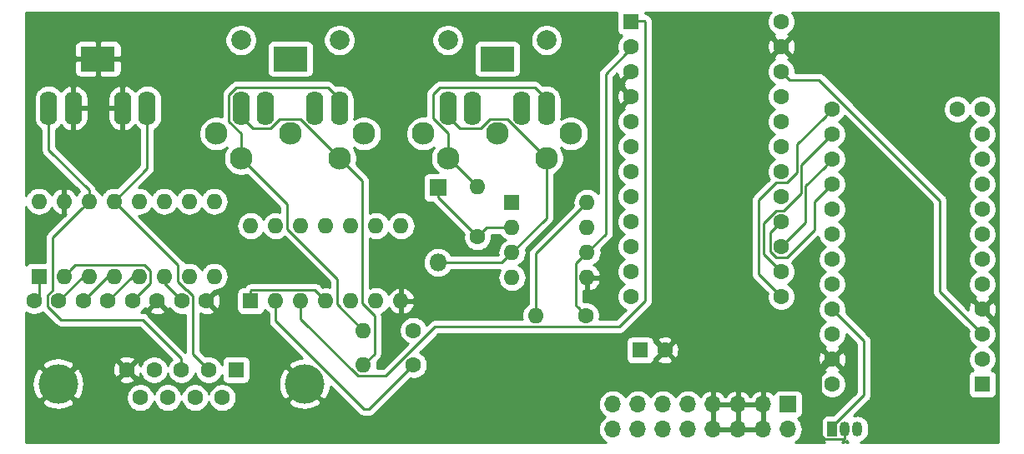
<source format=gtl>
G04 #@! TF.GenerationSoftware,KiCad,Pcbnew,(5.1.4-0-10_14)*
G04 #@! TF.CreationDate,2020-01-18T15:16:13+01:00*
G04 #@! TF.ProjectId,transcribe_circuit,7472616e-7363-4726-9962-655f63697263,rev?*
G04 #@! TF.SameCoordinates,Original*
G04 #@! TF.FileFunction,Copper,L1,Top*
G04 #@! TF.FilePolarity,Positive*
%FSLAX46Y46*%
G04 Gerber Fmt 4.6, Leading zero omitted, Abs format (unit mm)*
G04 Created by KiCad (PCBNEW (5.1.4-0-10_14)) date 2020-01-18 15:16:13*
%MOMM*%
%LPD*%
G04 APERTURE LIST*
%ADD10C,1.600000*%
%ADD11R,1.600000X1.600000*%
%ADD12O,1.600000X1.600000*%
%ADD13R,1.800000X1.800000*%
%ADD14O,1.800000X1.800000*%
%ADD15C,4.000000*%
%ADD16O,1.050000X1.500000*%
%ADD17R,1.050000X1.500000*%
%ADD18C,2.300000*%
%ADD19C,2.000000*%
%ADD20O,1.750000X3.500000*%
%ADD21R,3.500000X2.500000*%
%ADD22R,1.700000X1.700000*%
%ADD23O,1.700000X1.700000*%
%ADD24C,0.250000*%
%ADD25C,0.254000*%
G04 APERTURE END LIST*
D10*
X-207520000Y751530000D03*
X-207520000Y754070000D03*
X-207520000Y756610000D03*
X-207520000Y759150000D03*
X-207520000Y761690000D03*
X-207520000Y764230000D03*
X-207520000Y766770000D03*
X-207520000Y769310000D03*
X-207520000Y771850000D03*
X-207520000Y774390000D03*
X-207520000Y776930000D03*
X-207520000Y779470000D03*
X-192280000Y779470000D03*
X-192280000Y776930000D03*
X-192280000Y774390000D03*
X-192280000Y771850000D03*
X-192280000Y769310000D03*
X-192280000Y766770000D03*
X-192280000Y764230000D03*
X-192280000Y761690000D03*
X-192280000Y759150000D03*
X-192280000Y756610000D03*
X-192280000Y754070000D03*
D11*
X-192280000Y751530000D03*
D10*
X-194820000Y779470000D03*
D12*
X-255080000Y753500000D03*
D10*
X-250000000Y753500000D03*
D13*
X-247500000Y771500000D03*
D14*
X-247500000Y763880000D03*
D11*
X-268000000Y753000000D03*
D10*
X-270770000Y753000000D03*
X-273540000Y753000000D03*
X-276310000Y753000000D03*
X-279080000Y753000000D03*
X-269385000Y750160000D03*
X-272155000Y750160000D03*
X-274925000Y750160000D03*
X-277695000Y750160000D03*
D15*
X-286040000Y751580000D03*
X-261040000Y751580000D03*
D11*
X-288000000Y762500000D03*
D12*
X-270220000Y770120000D03*
X-285460000Y762500000D03*
X-272760000Y770120000D03*
X-282920000Y762500000D03*
X-275300000Y770120000D03*
X-280380000Y762500000D03*
X-277840000Y770120000D03*
X-277840000Y762500000D03*
X-280380000Y770120000D03*
X-275300000Y762500000D03*
X-282920000Y770120000D03*
X-272760000Y762500000D03*
X-285460000Y770120000D03*
X-270220000Y762500000D03*
X-288000000Y770120000D03*
D16*
X-206230000Y747000000D03*
X-204960000Y747000000D03*
D17*
X-207500000Y747000000D03*
D11*
X-240000000Y770000000D03*
D12*
X-232380000Y762380000D03*
X-240000000Y767460000D03*
X-232380000Y764920000D03*
X-240000000Y764920000D03*
X-232380000Y767460000D03*
X-240000000Y762380000D03*
X-232380000Y770000000D03*
D18*
X-236500000Y774500000D03*
D19*
X-246500000Y786500000D03*
D18*
X-234000000Y777000000D03*
X-241500000Y777000000D03*
X-249000000Y777000000D03*
X-246500000Y774500000D03*
D19*
X-236500000Y786500000D03*
X-257500000Y786500000D03*
D18*
X-267500000Y774500000D03*
X-270000000Y777000000D03*
X-262500000Y777000000D03*
X-255000000Y777000000D03*
D19*
X-267500000Y786500000D03*
D18*
X-257500000Y774500000D03*
D10*
X-288500000Y760000000D03*
X-286000000Y760000000D03*
X-281000000Y760000000D03*
X-283500000Y760000000D03*
X-276000000Y760000000D03*
X-278500000Y760000000D03*
X-273500000Y760000000D03*
X-271000000Y760000000D03*
X-243500000Y766500000D03*
D12*
X-243500000Y771580000D03*
X-237580000Y758500000D03*
D10*
X-232500000Y758500000D03*
X-250000000Y757000000D03*
D12*
X-255080000Y757000000D03*
D20*
X-284500000Y779590000D03*
X-279500000Y779590000D03*
X-287000000Y779590000D03*
X-277000000Y779590000D03*
D21*
X-282000000Y784596000D03*
D20*
X-244000000Y779590000D03*
X-239000000Y779590000D03*
X-246500000Y779590000D03*
X-236500000Y779590000D03*
D21*
X-241500000Y784596000D03*
X-262500000Y784596000D03*
D20*
X-257500000Y779590000D03*
X-267500000Y779590000D03*
X-260000000Y779590000D03*
X-265000000Y779590000D03*
D11*
X-266500000Y760000000D03*
D12*
X-251260000Y767620000D03*
X-263960000Y760000000D03*
X-253800000Y767620000D03*
X-261420000Y760000000D03*
X-256340000Y767620000D03*
X-258880000Y760000000D03*
X-258880000Y767620000D03*
X-256340000Y760000000D03*
X-261420000Y767620000D03*
X-253800000Y760000000D03*
X-263960000Y767620000D03*
X-251260000Y760000000D03*
X-266500000Y767620000D03*
D11*
X-227000000Y755000000D03*
D10*
X-224500000Y755000000D03*
D22*
X-212000000Y749500000D03*
D23*
X-212000000Y746960000D03*
X-214540000Y749500000D03*
X-214540000Y746960000D03*
X-217080000Y749500000D03*
X-217080000Y746960000D03*
X-219620000Y749500000D03*
X-219620000Y746960000D03*
X-222160000Y749500000D03*
X-222160000Y746960000D03*
X-224700000Y749500000D03*
X-224700000Y746960000D03*
X-227240000Y749500000D03*
X-227240000Y746960000D03*
X-229780000Y749500000D03*
X-229780000Y746960000D03*
D10*
X-212680000Y788370000D03*
X-212680000Y785830000D03*
X-212680000Y783290000D03*
X-212680000Y780750000D03*
X-212680000Y778210000D03*
X-212680000Y775670000D03*
X-212680000Y773130000D03*
X-212680000Y770590000D03*
X-212680000Y768050000D03*
X-212680000Y765510000D03*
X-212680000Y762970000D03*
X-212680000Y760430000D03*
X-227920000Y760430000D03*
X-227920000Y762970000D03*
X-227920000Y765510000D03*
X-227920000Y768050000D03*
X-227920000Y770590000D03*
X-227920000Y773130000D03*
X-227920000Y775670000D03*
X-227920000Y778210000D03*
X-227920000Y780750000D03*
X-227920000Y783290000D03*
X-227920000Y785830000D03*
D11*
X-227920000Y788370000D03*
D24*
X-288000000Y760500000D02*
X-288500000Y760000000D01*
X-288000000Y762500000D02*
X-288000000Y760500000D01*
X-283500000Y762500000D02*
X-282920000Y762500000D01*
X-286000000Y760000000D02*
X-283500000Y762500000D01*
X-278500000Y762500000D02*
X-277840000Y762500000D01*
X-281000000Y760000000D02*
X-278500000Y762500000D01*
X-281000000Y762500000D02*
X-280380000Y762500000D01*
X-283500000Y760000000D02*
X-281000000Y762500000D01*
X-208745001Y753444999D02*
X-208419999Y753770001D01*
X-208745001Y746384999D02*
X-208745001Y753444999D01*
X-208285001Y745924999D02*
X-208745001Y746384999D01*
X-208419999Y753770001D02*
X-207620000Y754570000D01*
X-206305001Y745924999D02*
X-208285001Y745924999D01*
X-206230000Y746000000D02*
X-206305001Y745924999D01*
X-206230000Y747000000D02*
X-206230000Y746000000D01*
X-284334999Y763625001D02*
X-284660001Y763299999D01*
X-277299999Y763625001D02*
X-284334999Y763625001D01*
X-284660001Y763299999D02*
X-285460000Y762500000D01*
X-276714999Y763040001D02*
X-277299999Y763625001D01*
X-276714999Y761785001D02*
X-276714999Y763040001D01*
X-278500000Y760000000D02*
X-276714999Y761785001D01*
X-275300000Y761800000D02*
X-275300000Y762500000D01*
X-273500000Y760000000D02*
X-275300000Y761800000D01*
X-242540000Y767460000D02*
X-243500000Y766500000D01*
X-240000000Y767460000D02*
X-242540000Y767460000D01*
X-247500000Y770500000D02*
X-247500000Y771500000D01*
X-243500000Y766500000D02*
X-247500000Y770500000D01*
X-245299990Y777514990D02*
X-246500000Y778715000D01*
X-243168012Y777514990D02*
X-245299990Y777514990D01*
X-246500000Y778715000D02*
X-246500000Y779590000D01*
X-242208001Y778475001D02*
X-243168012Y777514990D01*
X-240475001Y778475001D02*
X-242208001Y778475001D01*
X-236500000Y774500000D02*
X-240475001Y778475001D01*
X-241040000Y763880000D02*
X-240000000Y764920000D01*
X-247500000Y763880000D02*
X-241040000Y763880000D01*
X-236500000Y768420000D02*
X-236500000Y774500000D01*
X-240000000Y764920000D02*
X-236500000Y768420000D01*
X-287000000Y777590000D02*
X-287000000Y779590000D01*
X-287000000Y775331370D02*
X-287000000Y777590000D01*
X-282920000Y771251370D02*
X-287000000Y775331370D01*
X-282920000Y770120000D02*
X-282920000Y771251370D01*
X-283719999Y769320001D02*
X-282920000Y770120000D01*
X-286585001Y766454999D02*
X-283719999Y769320001D01*
X-286585001Y761080001D02*
X-286585001Y766454999D01*
X-287125001Y759459999D02*
X-287125001Y760540001D01*
X-285756372Y758091370D02*
X-287125001Y759459999D01*
X-287125001Y760540001D02*
X-286585001Y761080001D01*
X-277500000Y758091370D02*
X-285756372Y758091370D01*
X-273540000Y754131370D02*
X-277500000Y758091370D01*
X-273540000Y753000000D02*
X-273540000Y754131370D01*
X-277000000Y773500000D02*
X-277000000Y779590000D01*
X-280380000Y770120000D02*
X-277000000Y773500000D01*
X-273885001Y763625001D02*
X-279580001Y769320001D01*
X-273885001Y761959999D02*
X-273885001Y763625001D01*
X-272959999Y761125001D02*
X-273050003Y761125001D01*
X-273050003Y761125001D02*
X-273885001Y761959999D01*
X-272374999Y760540001D02*
X-272959999Y761125001D01*
X-279580001Y769320001D02*
X-280380000Y770120000D01*
X-272374999Y754604999D02*
X-272374999Y760540001D01*
X-270770000Y753000000D02*
X-272374999Y754604999D01*
X-237700010Y781665010D02*
X-236500000Y780465000D01*
X-236500000Y780465000D02*
X-236500000Y779590000D01*
X-248000000Y781000000D02*
X-247334990Y781665010D01*
X-247334990Y781665010D02*
X-237700010Y781665010D01*
X-248000000Y778517930D02*
X-248000000Y781000000D01*
X-246500000Y777017930D02*
X-248000000Y778517930D01*
X-246500000Y774500000D02*
X-246500000Y777017930D01*
X-246420000Y774500000D02*
X-246500000Y774500000D01*
X-243500000Y771580000D02*
X-246420000Y774500000D01*
X-257500000Y780465000D02*
X-257500000Y779590000D01*
X-258700010Y781665010D02*
X-257500000Y780465000D01*
X-267997060Y781665010D02*
X-258700010Y781665010D01*
X-268700010Y780962060D02*
X-267997060Y781665010D01*
X-268700010Y778200010D02*
X-268700010Y780962060D01*
X-267500000Y777000000D02*
X-268700010Y778200010D01*
X-267500000Y774500000D02*
X-267500000Y777000000D01*
X-262834999Y769834999D02*
X-266350001Y773350001D01*
X-266350001Y773350001D02*
X-267500000Y774500000D01*
X-262834999Y767334999D02*
X-262834999Y769834999D01*
X-257754999Y762254999D02*
X-262834999Y767334999D01*
X-257754999Y759674999D02*
X-257754999Y762254999D01*
X-255080000Y757000000D02*
X-257754999Y759674999D01*
X-266299990Y777514990D02*
X-267500000Y778715000D01*
X-264502940Y777514990D02*
X-266299990Y777514990D01*
X-267500000Y778715000D02*
X-267500000Y779590000D01*
X-261475001Y778475001D02*
X-263542929Y778475001D01*
X-263542929Y778475001D02*
X-264502940Y777514990D01*
X-257500000Y774500000D02*
X-261475001Y778475001D01*
X-256350001Y773350001D02*
X-257500000Y774500000D01*
X-255214999Y772214999D02*
X-256350001Y773350001D01*
X-255214999Y759749997D02*
X-255214999Y772214999D01*
X-253954999Y758489997D02*
X-255214999Y759749997D01*
X-253954999Y754625001D02*
X-253954999Y758489997D01*
X-255080000Y753500000D02*
X-253954999Y754625001D01*
X-237580000Y764800000D02*
X-232380000Y770000000D01*
X-237580000Y758500000D02*
X-237580000Y764800000D01*
X-233299999Y759299999D02*
X-232500000Y758500000D01*
X-233505001Y759505001D02*
X-233299999Y759299999D01*
X-233505001Y763794999D02*
X-233505001Y759505001D01*
X-232380000Y764920000D02*
X-233505001Y763794999D01*
X-228419999Y785130001D02*
X-227620000Y785930000D01*
X-230500000Y783050000D02*
X-228419999Y785130001D01*
X-230500000Y766800000D02*
X-230500000Y783050000D01*
X-232380000Y764920000D02*
X-230500000Y766800000D01*
X-226570000Y788470000D02*
X-227620000Y788470000D01*
X-226494999Y788394999D02*
X-226570000Y788470000D01*
X-226494999Y759989999D02*
X-226494999Y788394999D01*
X-255620001Y752374999D02*
X-252790003Y752374999D01*
X-229109999Y757374999D02*
X-226494999Y759989999D01*
X-247790003Y757374999D02*
X-229109999Y757374999D01*
X-261420000Y758174998D02*
X-255620001Y752374999D01*
X-252790003Y752374999D02*
X-247790003Y757374999D01*
X-261420000Y760000000D02*
X-261420000Y758174998D01*
X-208874999Y782490001D02*
X-196600000Y770215002D01*
X-211880001Y782490001D02*
X-208874999Y782490001D01*
X-212680000Y783290000D02*
X-211880001Y782490001D01*
X-196600000Y760930000D02*
X-192280000Y756610000D01*
X-196600000Y770215002D02*
X-196600000Y760930000D01*
X-213220001Y764384999D02*
X-212139999Y764384999D01*
X-213805001Y764969999D02*
X-213220001Y764384999D01*
X-213805001Y766924999D02*
X-213805001Y764969999D01*
X-212139999Y764384999D02*
X-209300000Y767224998D01*
X-212680000Y768050000D02*
X-213805001Y766924999D01*
X-209300000Y770070000D02*
X-207520000Y771850000D01*
X-209300000Y767224998D02*
X-209300000Y770070000D01*
X-208319999Y773590001D02*
X-207520000Y774390000D01*
X-210200000Y771710000D02*
X-208319999Y773590001D01*
X-210200000Y767990000D02*
X-210200000Y771710000D01*
X-212680000Y765510000D02*
X-210200000Y767990000D01*
X-212429997Y769175001D02*
X-213220001Y769175001D01*
X-213220001Y769175001D02*
X-214500000Y767895002D01*
X-210650010Y770954988D02*
X-212429997Y769175001D01*
X-210650010Y773799990D02*
X-210650010Y770954988D01*
X-207520000Y776930000D02*
X-210650010Y773799990D01*
X-214500000Y764790000D02*
X-212680000Y762970000D01*
X-214500000Y767895002D02*
X-214500000Y764790000D01*
X-208319999Y778670001D02*
X-207520000Y779470000D01*
X-211100020Y775889980D02*
X-208319999Y778670001D01*
X-213220001Y772004999D02*
X-212139999Y772004999D01*
X-211100020Y773044978D02*
X-211100020Y775889980D01*
X-214950009Y762700009D02*
X-214950009Y770274991D01*
X-212139999Y772004999D02*
X-211100020Y773044978D01*
X-214950009Y770274991D02*
X-213220001Y772004999D01*
X-212680000Y760430000D02*
X-214950009Y762700009D01*
X-204300000Y750425000D02*
X-207500000Y747225000D01*
X-207500000Y747225000D02*
X-207500000Y747000000D01*
X-204300000Y755930000D02*
X-204300000Y750425000D01*
X-207520000Y759150000D02*
X-204300000Y755930000D01*
X-263960000Y757941002D02*
X-255018998Y749000000D01*
X-263960000Y760000000D02*
X-263960000Y757941002D01*
X-254500000Y749000000D02*
X-250000000Y753500000D01*
X-255018998Y749000000D02*
X-254500000Y749000000D01*
X-259679999Y760799999D02*
X-258880000Y760000000D01*
X-260005001Y761125001D02*
X-259679999Y760799999D01*
X-266424999Y761125001D02*
X-260005001Y761125001D01*
X-266500000Y761050000D02*
X-266424999Y761125001D01*
X-266500000Y760000000D02*
X-266500000Y761050000D01*
D25*
G36*
X-206357002Y745660000D02*
G01*
X-206530176Y745660000D01*
X-206357002Y745781836D01*
X-206357002Y745660000D01*
X-206357002Y745660000D01*
G37*
X-206357002Y745660000D02*
X-206530176Y745660000D01*
X-206357002Y745781836D01*
X-206357002Y745660000D01*
G36*
X-229345812Y789294482D02*
G01*
X-229358072Y789170000D01*
X-229358072Y787570000D01*
X-229345812Y787445518D01*
X-229309502Y787325820D01*
X-229250537Y787215506D01*
X-229171185Y787118815D01*
X-229074494Y787039463D01*
X-228964180Y786980498D01*
X-228844482Y786944188D01*
X-228836039Y786943357D01*
X-229034637Y786744759D01*
X-229191680Y786509727D01*
X-229299853Y786248574D01*
X-229355000Y785971335D01*
X-229355000Y785688665D01*
X-229299853Y785411426D01*
X-229274524Y785350277D01*
X-231011002Y783613799D01*
X-231040000Y783590001D01*
X-231063798Y783561003D01*
X-231063799Y783561002D01*
X-231134974Y783474276D01*
X-231205546Y783342246D01*
X-231221394Y783290000D01*
X-231249002Y783198986D01*
X-231257728Y783110395D01*
X-231263676Y783050000D01*
X-231259999Y783012667D01*
X-231260000Y770897280D01*
X-231360392Y771019608D01*
X-231578899Y771198932D01*
X-231828192Y771332182D01*
X-232098691Y771414236D01*
X-232309508Y771435000D01*
X-232450492Y771435000D01*
X-232661309Y771414236D01*
X-232931808Y771332182D01*
X-233181101Y771198932D01*
X-233399608Y771019608D01*
X-233578932Y770801101D01*
X-233712182Y770551808D01*
X-233794236Y770281309D01*
X-233821943Y770000000D01*
X-233794236Y769718691D01*
X-233780708Y769674094D01*
X-238091002Y765363799D01*
X-238120000Y765340001D01*
X-238143798Y765311003D01*
X-238143799Y765311002D01*
X-238214974Y765224276D01*
X-238285546Y765092246D01*
X-238307469Y765019973D01*
X-238329002Y764948986D01*
X-238339999Y764837333D01*
X-238343676Y764800000D01*
X-238339999Y764762668D01*
X-238340000Y759720901D01*
X-238381101Y759698932D01*
X-238599608Y759519608D01*
X-238778932Y759301101D01*
X-238912182Y759051808D01*
X-238994236Y758781309D01*
X-239021943Y758500000D01*
X-238994236Y758218691D01*
X-238968849Y758134999D01*
X-247752680Y758134999D01*
X-247790003Y758138675D01*
X-247827326Y758134999D01*
X-247827336Y758134999D01*
X-247938989Y758124002D01*
X-248082250Y758080545D01*
X-248214279Y758009973D01*
X-248330004Y757915000D01*
X-248353802Y757886002D01*
X-248679043Y757560761D01*
X-248728320Y757679727D01*
X-248885363Y757914759D01*
X-249085241Y758114637D01*
X-249320273Y758271680D01*
X-249581426Y758379853D01*
X-249858665Y758435000D01*
X-250141335Y758435000D01*
X-250418574Y758379853D01*
X-250679727Y758271680D01*
X-250914759Y758114637D01*
X-251114637Y757914759D01*
X-251271680Y757679727D01*
X-251379853Y757418574D01*
X-251435000Y757141335D01*
X-251435000Y756858665D01*
X-251379853Y756581426D01*
X-251271680Y756320273D01*
X-251114637Y756085241D01*
X-250914759Y755885363D01*
X-250679727Y755728320D01*
X-250560761Y755679043D01*
X-253104804Y753134999D01*
X-253691151Y753134999D01*
X-253665764Y753218691D01*
X-253638057Y753500000D01*
X-253665764Y753781309D01*
X-253679292Y753825906D01*
X-253443995Y754061203D01*
X-253414998Y754085000D01*
X-253320025Y754200725D01*
X-253249453Y754332754D01*
X-253205996Y754476015D01*
X-253194999Y754587668D01*
X-253194999Y754587676D01*
X-253191323Y754625001D01*
X-253194999Y754662326D01*
X-253194999Y758452675D01*
X-253191323Y758489998D01*
X-253194999Y758527321D01*
X-253194999Y758527330D01*
X-253205996Y758638983D01*
X-253219410Y758683203D01*
X-252998899Y758801068D01*
X-252780392Y758980392D01*
X-252601068Y759198899D01*
X-252527421Y759336682D01*
X-252412385Y759144869D01*
X-252223414Y758936481D01*
X-251997420Y758768963D01*
X-251743087Y758648754D01*
X-251609039Y758608096D01*
X-251387000Y758730085D01*
X-251387000Y759873000D01*
X-251133000Y759873000D01*
X-251133000Y758730085D01*
X-250910961Y758608096D01*
X-250776913Y758648754D01*
X-250522580Y758768963D01*
X-250296586Y758936481D01*
X-250107615Y759144869D01*
X-249962930Y759386119D01*
X-249868091Y759650960D01*
X-249989376Y759873000D01*
X-251133000Y759873000D01*
X-251387000Y759873000D01*
X-251407000Y759873000D01*
X-251407000Y760127000D01*
X-251387000Y760127000D01*
X-251387000Y761269915D01*
X-251133000Y761269915D01*
X-251133000Y760127000D01*
X-249989376Y760127000D01*
X-249868091Y760349040D01*
X-249962930Y760613881D01*
X-250107615Y760855131D01*
X-250296586Y761063519D01*
X-250522580Y761231037D01*
X-250776913Y761351246D01*
X-250910961Y761391904D01*
X-251133000Y761269915D01*
X-251387000Y761269915D01*
X-251609039Y761391904D01*
X-251743087Y761351246D01*
X-251997420Y761231037D01*
X-252223414Y761063519D01*
X-252412385Y760855131D01*
X-252527421Y760663318D01*
X-252601068Y760801101D01*
X-252780392Y761019608D01*
X-252998899Y761198932D01*
X-253248192Y761332182D01*
X-253518691Y761414236D01*
X-253729508Y761435000D01*
X-253870492Y761435000D01*
X-254081309Y761414236D01*
X-254351808Y761332182D01*
X-254454999Y761277025D01*
X-254454999Y766342975D01*
X-254351808Y766287818D01*
X-254081309Y766205764D01*
X-253870492Y766185000D01*
X-253729508Y766185000D01*
X-253518691Y766205764D01*
X-253248192Y766287818D01*
X-252998899Y766421068D01*
X-252780392Y766600392D01*
X-252601068Y766818899D01*
X-252530000Y766951858D01*
X-252458932Y766818899D01*
X-252279608Y766600392D01*
X-252061101Y766421068D01*
X-251811808Y766287818D01*
X-251541309Y766205764D01*
X-251330492Y766185000D01*
X-251189508Y766185000D01*
X-250978691Y766205764D01*
X-250708192Y766287818D01*
X-250458899Y766421068D01*
X-250240392Y766600392D01*
X-250061068Y766818899D01*
X-249927818Y767068192D01*
X-249845764Y767338691D01*
X-249818057Y767620000D01*
X-249845764Y767901309D01*
X-249927818Y768171808D01*
X-250061068Y768421101D01*
X-250240392Y768639608D01*
X-250458899Y768818932D01*
X-250708192Y768952182D01*
X-250978691Y769034236D01*
X-251189508Y769055000D01*
X-251330492Y769055000D01*
X-251541309Y769034236D01*
X-251811808Y768952182D01*
X-252061101Y768818932D01*
X-252279608Y768639608D01*
X-252458932Y768421101D01*
X-252530000Y768288142D01*
X-252601068Y768421101D01*
X-252780392Y768639608D01*
X-252998899Y768818932D01*
X-253248192Y768952182D01*
X-253518691Y769034236D01*
X-253729508Y769055000D01*
X-253870492Y769055000D01*
X-254081309Y769034236D01*
X-254351808Y768952182D01*
X-254454999Y768897025D01*
X-254454999Y772177677D01*
X-254451323Y772215000D01*
X-254454999Y772252323D01*
X-254454999Y772252332D01*
X-254465996Y772363985D01*
X-254509453Y772507246D01*
X-254580025Y772639275D01*
X-254674998Y772755000D01*
X-254703996Y772778798D01*
X-255786198Y773860999D01*
X-255786202Y773861004D01*
X-255819018Y773893820D01*
X-255783596Y773979335D01*
X-255715000Y774324193D01*
X-255715000Y774675807D01*
X-255783596Y775020665D01*
X-255918153Y775345515D01*
X-256064424Y775564424D01*
X-255845515Y775418153D01*
X-255520665Y775283596D01*
X-255175807Y775215000D01*
X-254824193Y775215000D01*
X-254479335Y775283596D01*
X-254154485Y775418153D01*
X-253862129Y775613500D01*
X-253613500Y775862129D01*
X-253418153Y776154485D01*
X-253283596Y776479335D01*
X-253215000Y776824193D01*
X-253215000Y777175807D01*
X-250785000Y777175807D01*
X-250785000Y776824193D01*
X-250716404Y776479335D01*
X-250581847Y776154485D01*
X-250386500Y775862129D01*
X-250137871Y775613500D01*
X-249845515Y775418153D01*
X-249520665Y775283596D01*
X-249175807Y775215000D01*
X-248824193Y775215000D01*
X-248479335Y775283596D01*
X-248154485Y775418153D01*
X-247935576Y775564424D01*
X-248081847Y775345515D01*
X-248216404Y775020665D01*
X-248285000Y774675807D01*
X-248285000Y774324193D01*
X-248216404Y773979335D01*
X-248081847Y773654485D01*
X-247886500Y773362129D01*
X-247637871Y773113500D01*
X-247524986Y773038072D01*
X-248400000Y773038072D01*
X-248524482Y773025812D01*
X-248644180Y772989502D01*
X-248754494Y772930537D01*
X-248851185Y772851185D01*
X-248930537Y772754494D01*
X-248989502Y772644180D01*
X-249025812Y772524482D01*
X-249038072Y772400000D01*
X-249038072Y770600000D01*
X-249025812Y770475518D01*
X-248989502Y770355820D01*
X-248930537Y770245506D01*
X-248851185Y770148815D01*
X-248754494Y770069463D01*
X-248644180Y770010498D01*
X-248524482Y769974188D01*
X-248400000Y769961928D01*
X-248041584Y769961928D01*
X-248040001Y769959999D01*
X-248010997Y769936196D01*
X-244898688Y766823886D01*
X-244935000Y766641335D01*
X-244935000Y766358665D01*
X-244879853Y766081426D01*
X-244771680Y765820273D01*
X-244614637Y765585241D01*
X-244414759Y765385363D01*
X-244179727Y765228320D01*
X-243918574Y765120147D01*
X-243641335Y765065000D01*
X-243358665Y765065000D01*
X-243081426Y765120147D01*
X-242820273Y765228320D01*
X-242585241Y765385363D01*
X-242385363Y765585241D01*
X-242228320Y765820273D01*
X-242120147Y766081426D01*
X-242065000Y766358665D01*
X-242065000Y766641335D01*
X-242076669Y766700000D01*
X-241220901Y766700000D01*
X-241198932Y766658899D01*
X-241019608Y766440392D01*
X-240801101Y766261068D01*
X-240668142Y766190000D01*
X-240801101Y766118932D01*
X-241019608Y765939608D01*
X-241198932Y765721101D01*
X-241332182Y765471808D01*
X-241414236Y765201309D01*
X-241441943Y764920000D01*
X-241414365Y764640000D01*
X-246165710Y764640000D01*
X-246217519Y764736927D01*
X-246409339Y764970661D01*
X-246643073Y765162481D01*
X-246909739Y765305017D01*
X-247199087Y765392790D01*
X-247424592Y765415000D01*
X-247575408Y765415000D01*
X-247800913Y765392790D01*
X-248090261Y765305017D01*
X-248356927Y765162481D01*
X-248590661Y764970661D01*
X-248782481Y764736927D01*
X-248925017Y764470261D01*
X-249012790Y764180913D01*
X-249042427Y763880000D01*
X-249012790Y763579087D01*
X-248925017Y763289739D01*
X-248782481Y763023073D01*
X-248590661Y762789339D01*
X-248356927Y762597519D01*
X-248090261Y762454983D01*
X-247800913Y762367210D01*
X-247575408Y762345000D01*
X-247424592Y762345000D01*
X-247199087Y762367210D01*
X-246909739Y762454983D01*
X-246643073Y762597519D01*
X-246409339Y762789339D01*
X-246217519Y763023073D01*
X-246165710Y763120000D01*
X-241231591Y763120000D01*
X-241332182Y762931808D01*
X-241414236Y762661309D01*
X-241441943Y762380000D01*
X-241414236Y762098691D01*
X-241332182Y761828192D01*
X-241198932Y761578899D01*
X-241019608Y761360392D01*
X-240801101Y761181068D01*
X-240551808Y761047818D01*
X-240281309Y760965764D01*
X-240070492Y760945000D01*
X-239929508Y760945000D01*
X-239718691Y760965764D01*
X-239448192Y761047818D01*
X-239198899Y761181068D01*
X-238980392Y761360392D01*
X-238801068Y761578899D01*
X-238667818Y761828192D01*
X-238585764Y762098691D01*
X-238558057Y762380000D01*
X-238585764Y762661309D01*
X-238667818Y762931808D01*
X-238801068Y763181101D01*
X-238980392Y763399608D01*
X-239198899Y763578932D01*
X-239331858Y763650000D01*
X-239198899Y763721068D01*
X-238980392Y763900392D01*
X-238801068Y764118899D01*
X-238667818Y764368192D01*
X-238585764Y764638691D01*
X-238558057Y764920000D01*
X-238585764Y765201309D01*
X-238599292Y765245906D01*
X-235988991Y767856206D01*
X-235959999Y767879999D01*
X-235936205Y767908992D01*
X-235936201Y767908996D01*
X-235865027Y767995723D01*
X-235865026Y767995724D01*
X-235794454Y768127753D01*
X-235750997Y768271014D01*
X-235740000Y768382667D01*
X-235740000Y768382676D01*
X-235736324Y768419999D01*
X-235740000Y768457322D01*
X-235740000Y772882732D01*
X-235654485Y772918153D01*
X-235362129Y773113500D01*
X-235113500Y773362129D01*
X-234918153Y773654485D01*
X-234783596Y773979335D01*
X-234715000Y774324193D01*
X-234715000Y774675807D01*
X-234783596Y775020665D01*
X-234918153Y775345515D01*
X-235064424Y775564424D01*
X-234845515Y775418153D01*
X-234520665Y775283596D01*
X-234175807Y775215000D01*
X-233824193Y775215000D01*
X-233479335Y775283596D01*
X-233154485Y775418153D01*
X-232862129Y775613500D01*
X-232613500Y775862129D01*
X-232418153Y776154485D01*
X-232283596Y776479335D01*
X-232215000Y776824193D01*
X-232215000Y777175807D01*
X-232283596Y777520665D01*
X-232418153Y777845515D01*
X-232613500Y778137871D01*
X-232862129Y778386500D01*
X-233154485Y778581847D01*
X-233479335Y778716404D01*
X-233824193Y778785000D01*
X-234175807Y778785000D01*
X-234520665Y778716404D01*
X-234845515Y778581847D01*
X-235006396Y778474349D01*
X-234990000Y778640822D01*
X-234990000Y780539178D01*
X-235011849Y780761012D01*
X-235098192Y781045648D01*
X-235238406Y781307970D01*
X-235427103Y781537897D01*
X-235657031Y781726594D01*
X-235919353Y781866808D01*
X-236203989Y781953151D01*
X-236500000Y781982306D01*
X-236796012Y781953151D01*
X-236886040Y781925841D01*
X-237136207Y782176008D01*
X-237160009Y782205011D01*
X-237275734Y782299984D01*
X-237407763Y782370556D01*
X-237551024Y782414013D01*
X-237662677Y782425010D01*
X-237662688Y782425010D01*
X-237700010Y782428686D01*
X-237737332Y782425010D01*
X-247297668Y782425010D01*
X-247334991Y782428686D01*
X-247372314Y782425010D01*
X-247372323Y782425010D01*
X-247483976Y782414013D01*
X-247627237Y782370556D01*
X-247759266Y782299984D01*
X-247874991Y782205011D01*
X-247898790Y782176012D01*
X-248511002Y781563799D01*
X-248540000Y781540001D01*
X-248563798Y781511003D01*
X-248563799Y781511002D01*
X-248634974Y781424276D01*
X-248705546Y781292246D01*
X-248729280Y781214003D01*
X-248749002Y781148986D01*
X-248752739Y781111046D01*
X-248763676Y781000000D01*
X-248759999Y780962668D01*
X-248760000Y778772231D01*
X-248824193Y778785000D01*
X-249175807Y778785000D01*
X-249520665Y778716404D01*
X-249845515Y778581847D01*
X-250137871Y778386500D01*
X-250386500Y778137871D01*
X-250581847Y777845515D01*
X-250716404Y777520665D01*
X-250785000Y777175807D01*
X-253215000Y777175807D01*
X-253283596Y777520665D01*
X-253418153Y777845515D01*
X-253613500Y778137871D01*
X-253862129Y778386500D01*
X-254154485Y778581847D01*
X-254479335Y778716404D01*
X-254824193Y778785000D01*
X-255175807Y778785000D01*
X-255520665Y778716404D01*
X-255845515Y778581847D01*
X-256006396Y778474349D01*
X-255990000Y778640822D01*
X-255990000Y780539178D01*
X-256011849Y780761012D01*
X-256098192Y781045648D01*
X-256238406Y781307970D01*
X-256427103Y781537897D01*
X-256657031Y781726594D01*
X-256919353Y781866808D01*
X-257203989Y781953151D01*
X-257500000Y781982306D01*
X-257796012Y781953151D01*
X-257886040Y781925841D01*
X-258136207Y782176008D01*
X-258160009Y782205011D01*
X-258275734Y782299984D01*
X-258407763Y782370556D01*
X-258551024Y782414013D01*
X-258662677Y782425010D01*
X-258662688Y782425010D01*
X-258700010Y782428686D01*
X-258737332Y782425010D01*
X-267959738Y782425010D01*
X-267997061Y782428686D01*
X-268034384Y782425010D01*
X-268034393Y782425010D01*
X-268146046Y782414013D01*
X-268289307Y782370556D01*
X-268421336Y782299984D01*
X-268421338Y782299983D01*
X-268421337Y782299983D01*
X-268508064Y782228809D01*
X-268508068Y782228805D01*
X-268537061Y782205011D01*
X-268560855Y782176018D01*
X-269211013Y781525859D01*
X-269240010Y781502061D01*
X-269263808Y781473063D01*
X-269263809Y781473062D01*
X-269334984Y781386336D01*
X-269405556Y781254306D01*
X-269413330Y781228677D01*
X-269449012Y781111046D01*
X-269455453Y781045648D01*
X-269463686Y780962060D01*
X-269460009Y780924728D01*
X-269460010Y778708399D01*
X-269479335Y778716404D01*
X-269824193Y778785000D01*
X-270175807Y778785000D01*
X-270520665Y778716404D01*
X-270845515Y778581847D01*
X-271137871Y778386500D01*
X-271386500Y778137871D01*
X-271581847Y777845515D01*
X-271716404Y777520665D01*
X-271785000Y777175807D01*
X-271785000Y776824193D01*
X-271716404Y776479335D01*
X-271581847Y776154485D01*
X-271386500Y775862129D01*
X-271137871Y775613500D01*
X-270845515Y775418153D01*
X-270520665Y775283596D01*
X-270175807Y775215000D01*
X-269824193Y775215000D01*
X-269479335Y775283596D01*
X-269154485Y775418153D01*
X-268935576Y775564424D01*
X-269081847Y775345515D01*
X-269216404Y775020665D01*
X-269285000Y774675807D01*
X-269285000Y774324193D01*
X-269216404Y773979335D01*
X-269081847Y773654485D01*
X-268886500Y773362129D01*
X-268637871Y773113500D01*
X-268345515Y772918153D01*
X-268020665Y772783596D01*
X-267675807Y772715000D01*
X-267324193Y772715000D01*
X-266979335Y772783596D01*
X-266893820Y772819018D01*
X-263594998Y769520196D01*
X-263594998Y769008848D01*
X-263678691Y769034236D01*
X-263889508Y769055000D01*
X-264030492Y769055000D01*
X-264241309Y769034236D01*
X-264511808Y768952182D01*
X-264761101Y768818932D01*
X-264979608Y768639608D01*
X-265158932Y768421101D01*
X-265230000Y768288142D01*
X-265301068Y768421101D01*
X-265480392Y768639608D01*
X-265698899Y768818932D01*
X-265948192Y768952182D01*
X-266218691Y769034236D01*
X-266429508Y769055000D01*
X-266570492Y769055000D01*
X-266781309Y769034236D01*
X-267051808Y768952182D01*
X-267301101Y768818932D01*
X-267519608Y768639608D01*
X-267698932Y768421101D01*
X-267832182Y768171808D01*
X-267914236Y767901309D01*
X-267941943Y767620000D01*
X-267914236Y767338691D01*
X-267832182Y767068192D01*
X-267698932Y766818899D01*
X-267519608Y766600392D01*
X-267301101Y766421068D01*
X-267051808Y766287818D01*
X-266781309Y766205764D01*
X-266570492Y766185000D01*
X-266429508Y766185000D01*
X-266218691Y766205764D01*
X-265948192Y766287818D01*
X-265698899Y766421068D01*
X-265480392Y766600392D01*
X-265301068Y766818899D01*
X-265230000Y766951858D01*
X-265158932Y766818899D01*
X-264979608Y766600392D01*
X-264761101Y766421068D01*
X-264511808Y766287818D01*
X-264241309Y766205764D01*
X-264030492Y766185000D01*
X-263889508Y766185000D01*
X-263678691Y766205764D01*
X-263408192Y766287818D01*
X-263158899Y766421068D01*
X-263069355Y766494554D01*
X-258514998Y761940196D01*
X-258514998Y761388848D01*
X-258598691Y761414236D01*
X-258809508Y761435000D01*
X-258950492Y761435000D01*
X-259161309Y761414236D01*
X-259205907Y761400708D01*
X-259441197Y761635998D01*
X-259465000Y761665002D01*
X-259580725Y761759975D01*
X-259712754Y761830547D01*
X-259856015Y761874004D01*
X-259967668Y761885001D01*
X-259967679Y761885001D01*
X-260005001Y761888677D01*
X-260042323Y761885001D01*
X-266387677Y761885001D01*
X-266425000Y761888677D01*
X-266462322Y761885001D01*
X-266462332Y761885001D01*
X-266573985Y761874004D01*
X-266717246Y761830547D01*
X-266849275Y761759975D01*
X-266965000Y761665002D01*
X-266988797Y761636005D01*
X-267011004Y761613797D01*
X-267040000Y761590001D01*
X-267063798Y761561003D01*
X-267063799Y761561002D01*
X-267134974Y761474276D01*
X-267154326Y761438072D01*
X-267300000Y761438072D01*
X-267424482Y761425812D01*
X-267544180Y761389502D01*
X-267654494Y761330537D01*
X-267751185Y761251185D01*
X-267830537Y761154494D01*
X-267889502Y761044180D01*
X-267925812Y760924482D01*
X-267938072Y760800000D01*
X-267938072Y759200000D01*
X-267925812Y759075518D01*
X-267889502Y758955820D01*
X-267830537Y758845506D01*
X-267751185Y758748815D01*
X-267654494Y758669463D01*
X-267544180Y758610498D01*
X-267424482Y758574188D01*
X-267300000Y758561928D01*
X-265700000Y758561928D01*
X-265575518Y758574188D01*
X-265455820Y758610498D01*
X-265345506Y758669463D01*
X-265248815Y758748815D01*
X-265169463Y758845506D01*
X-265110498Y758955820D01*
X-265074188Y759075518D01*
X-265072419Y759093482D01*
X-264979608Y758980392D01*
X-264761101Y758801068D01*
X-264719999Y758779099D01*
X-264719999Y757978334D01*
X-264723676Y757941002D01*
X-264709002Y757792017D01*
X-264665546Y757648756D01*
X-264594974Y757516726D01*
X-264523799Y757430000D01*
X-264500000Y757401001D01*
X-264471002Y757377203D01*
X-261296411Y754202611D01*
X-261579159Y754172273D01*
X-262074526Y754017279D01*
X-262491772Y753794258D01*
X-262707894Y753427499D01*
X-261040000Y751759605D01*
X-261025858Y751773748D01*
X-260846253Y751594143D01*
X-260860395Y751580000D01*
X-259192501Y749912106D01*
X-258825742Y750128228D01*
X-258585062Y750588105D01*
X-258438725Y751086098D01*
X-258417419Y751323619D01*
X-255582797Y748488997D01*
X-255558999Y748459999D01*
X-255443274Y748365026D01*
X-255311245Y748294454D01*
X-255167984Y748250997D01*
X-255056331Y748240000D01*
X-255056322Y748240000D01*
X-255018999Y748236324D01*
X-254981676Y748240000D01*
X-254537322Y748240000D01*
X-254500000Y748236324D01*
X-254462678Y748240000D01*
X-254462667Y748240000D01*
X-254351014Y748250997D01*
X-254207753Y748294454D01*
X-254075724Y748365026D01*
X-253959999Y748459999D01*
X-253936196Y748489003D01*
X-250753864Y751671335D01*
X-208955000Y751671335D01*
X-208955000Y751388665D01*
X-208899853Y751111426D01*
X-208791680Y750850273D01*
X-208634637Y750615241D01*
X-208434759Y750415363D01*
X-208199727Y750258320D01*
X-207938574Y750150147D01*
X-207661335Y750095000D01*
X-207378665Y750095000D01*
X-207101426Y750150147D01*
X-206840273Y750258320D01*
X-206605241Y750415363D01*
X-206405363Y750615241D01*
X-206248320Y750850273D01*
X-206140147Y751111426D01*
X-206085000Y751388665D01*
X-206085000Y751671335D01*
X-206140147Y751948574D01*
X-206248320Y752209727D01*
X-206405363Y752444759D01*
X-206605241Y752644637D01*
X-206839128Y752800915D01*
X-206778486Y752833329D01*
X-206706903Y753077298D01*
X-207520000Y753890395D01*
X-208333097Y753077298D01*
X-208261514Y752833329D01*
X-208197008Y752802806D01*
X-208199727Y752801680D01*
X-208434759Y752644637D01*
X-208634637Y752444759D01*
X-208791680Y752209727D01*
X-208899853Y751948574D01*
X-208955000Y751671335D01*
X-250753864Y751671335D01*
X-250323886Y752101312D01*
X-250141335Y752065000D01*
X-249858665Y752065000D01*
X-249581426Y752120147D01*
X-249320273Y752228320D01*
X-249085241Y752385363D01*
X-248885363Y752585241D01*
X-248728320Y752820273D01*
X-248620147Y753081426D01*
X-248565000Y753358665D01*
X-248565000Y753641335D01*
X-248620147Y753918574D01*
X-248728320Y754179727D01*
X-248885363Y754414759D01*
X-249085241Y754614637D01*
X-249319222Y754770978D01*
X-248290200Y755800000D01*
X-228438072Y755800000D01*
X-228438072Y754200000D01*
X-228425812Y754075518D01*
X-228389502Y753955820D01*
X-228330537Y753845506D01*
X-228251185Y753748815D01*
X-228154494Y753669463D01*
X-228044180Y753610498D01*
X-227924482Y753574188D01*
X-227800000Y753561928D01*
X-226200000Y753561928D01*
X-226075518Y753574188D01*
X-225955820Y753610498D01*
X-225845506Y753669463D01*
X-225748815Y753748815D01*
X-225669463Y753845506D01*
X-225610498Y753955820D01*
X-225594883Y754007298D01*
X-225313097Y754007298D01*
X-225241514Y753763329D01*
X-224986004Y753642429D01*
X-224711816Y753573700D01*
X-224429488Y753559783D01*
X-224149870Y753601213D01*
X-223883708Y753696397D01*
X-223758486Y753763329D01*
X-223689195Y753999488D01*
X-208960217Y753999488D01*
X-208918787Y753719870D01*
X-208823603Y753453708D01*
X-208756671Y753328486D01*
X-208512702Y753256903D01*
X-207699605Y754070000D01*
X-207340395Y754070000D01*
X-206527298Y753256903D01*
X-206283329Y753328486D01*
X-206162429Y753583996D01*
X-206093700Y753858184D01*
X-206079783Y754140512D01*
X-206121213Y754420130D01*
X-206216397Y754686292D01*
X-206283329Y754811514D01*
X-206527298Y754883097D01*
X-207340395Y754070000D01*
X-207699605Y754070000D01*
X-208512702Y754883097D01*
X-208756671Y754811514D01*
X-208877571Y754556004D01*
X-208946300Y754281816D01*
X-208960217Y753999488D01*
X-223689195Y753999488D01*
X-223686903Y754007298D01*
X-224500000Y754820395D01*
X-225313097Y754007298D01*
X-225594883Y754007298D01*
X-225574188Y754075518D01*
X-225561928Y754200000D01*
X-225561928Y754207215D01*
X-225492702Y754186903D01*
X-224679605Y755000000D01*
X-224320395Y755000000D01*
X-223507298Y754186903D01*
X-223263329Y754258486D01*
X-223142429Y754513996D01*
X-223073700Y754788184D01*
X-223059783Y755070512D01*
X-223101213Y755350130D01*
X-223196397Y755616292D01*
X-223263329Y755741514D01*
X-223507298Y755813097D01*
X-224320395Y755000000D01*
X-224679605Y755000000D01*
X-225492702Y755813097D01*
X-225561928Y755792785D01*
X-225561928Y755800000D01*
X-225574188Y755924482D01*
X-225594882Y755992702D01*
X-225313097Y755992702D01*
X-224500000Y755179605D01*
X-223686903Y755992702D01*
X-223758486Y756236671D01*
X-224013996Y756357571D01*
X-224288184Y756426300D01*
X-224570512Y756440217D01*
X-224850130Y756398787D01*
X-225116292Y756303603D01*
X-225241514Y756236671D01*
X-225313097Y755992702D01*
X-225594882Y755992702D01*
X-225610498Y756044180D01*
X-225669463Y756154494D01*
X-225748815Y756251185D01*
X-225845506Y756330537D01*
X-225955820Y756389502D01*
X-226075518Y756425812D01*
X-226200000Y756438072D01*
X-227800000Y756438072D01*
X-227924482Y756425812D01*
X-228044180Y756389502D01*
X-228154494Y756330537D01*
X-228251185Y756251185D01*
X-228330537Y756154494D01*
X-228389502Y756044180D01*
X-228425812Y755924482D01*
X-228438072Y755800000D01*
X-248290200Y755800000D01*
X-247475201Y756614999D01*
X-229147321Y756614999D01*
X-229109999Y756611323D01*
X-229072677Y756614999D01*
X-229072666Y756614999D01*
X-228961013Y756625996D01*
X-228817752Y756669453D01*
X-228685723Y756740025D01*
X-228569998Y756834998D01*
X-228546195Y756864002D01*
X-225983990Y759426205D01*
X-225954998Y759449998D01*
X-225931204Y759478991D01*
X-225931200Y759478995D01*
X-225860026Y759565722D01*
X-225860025Y759565723D01*
X-225789453Y759697752D01*
X-225745996Y759841013D01*
X-225734999Y759952666D01*
X-225734999Y759952675D01*
X-225731323Y759989998D01*
X-225734999Y760027321D01*
X-225734999Y785759488D01*
X-214120217Y785759488D01*
X-214078787Y785479870D01*
X-213983603Y785213708D01*
X-213916671Y785088486D01*
X-213672702Y785016903D01*
X-212859605Y785830000D01*
X-212500395Y785830000D01*
X-211687298Y785016903D01*
X-211443329Y785088486D01*
X-211322429Y785343996D01*
X-211253700Y785618184D01*
X-211239783Y785900512D01*
X-211281213Y786180130D01*
X-211376397Y786446292D01*
X-211443329Y786571514D01*
X-211687298Y786643097D01*
X-212500395Y785830000D01*
X-212859605Y785830000D01*
X-213672702Y786643097D01*
X-213916671Y786571514D01*
X-214037571Y786316004D01*
X-214106300Y786041816D01*
X-214120217Y785759488D01*
X-225734999Y785759488D01*
X-225734999Y788357677D01*
X-225731323Y788395000D01*
X-225734999Y788432322D01*
X-225734999Y788432332D01*
X-225745996Y788543985D01*
X-225789453Y788687246D01*
X-225860025Y788819275D01*
X-225954998Y788935000D01*
X-225983998Y788958800D01*
X-226006198Y788981000D01*
X-226029999Y789010001D01*
X-226145724Y789104974D01*
X-226277753Y789175546D01*
X-226421014Y789219003D01*
X-226487398Y789225541D01*
X-226494188Y789294482D01*
X-226507996Y789340000D01*
X-213739396Y789340000D01*
X-213794637Y789284759D01*
X-213951680Y789049727D01*
X-214059853Y788788574D01*
X-214115000Y788511335D01*
X-214115000Y788228665D01*
X-214059853Y787951426D01*
X-213951680Y787690273D01*
X-213794637Y787455241D01*
X-213594759Y787255363D01*
X-213360872Y787099085D01*
X-213421514Y787066671D01*
X-213493097Y786822702D01*
X-212680000Y786009605D01*
X-211866903Y786822702D01*
X-211938486Y787066671D01*
X-212002992Y787097194D01*
X-212000273Y787098320D01*
X-211765241Y787255363D01*
X-211565363Y787455241D01*
X-211408320Y787690273D01*
X-211300147Y787951426D01*
X-211245000Y788228665D01*
X-211245000Y788511335D01*
X-211300147Y788788574D01*
X-211408320Y789049727D01*
X-211565363Y789284759D01*
X-211620604Y789340000D01*
X-190660000Y789340000D01*
X-190659999Y745660000D01*
X-204639588Y745660000D01*
X-204513940Y745698115D01*
X-204312421Y745805829D01*
X-204135788Y745950788D01*
X-203990829Y746127421D01*
X-203883115Y746328941D01*
X-203816785Y746547601D01*
X-203800000Y746718022D01*
X-203800000Y747281979D01*
X-203816785Y747452400D01*
X-203883115Y747671060D01*
X-203990829Y747872579D01*
X-204135788Y748049212D01*
X-204312422Y748194171D01*
X-204513941Y748301885D01*
X-204732601Y748368215D01*
X-204960000Y748390612D01*
X-205187400Y748368215D01*
X-205323168Y748327030D01*
X-203788992Y749861205D01*
X-203759999Y749884999D01*
X-203736205Y749913992D01*
X-203736201Y749913996D01*
X-203665027Y750000723D01*
X-203665026Y750000724D01*
X-203594454Y750132753D01*
X-203550997Y750276014D01*
X-203540000Y750387667D01*
X-203540000Y750387676D01*
X-203536324Y750424999D01*
X-203540000Y750462322D01*
X-203540000Y755892675D01*
X-203536324Y755930000D01*
X-203540000Y755967325D01*
X-203540000Y755967333D01*
X-203550997Y756078986D01*
X-203594454Y756222247D01*
X-203665026Y756354276D01*
X-203759999Y756470001D01*
X-203788996Y756493798D01*
X-206121312Y758826114D01*
X-206085000Y759008665D01*
X-206085000Y759291335D01*
X-206140147Y759568574D01*
X-206248320Y759829727D01*
X-206405363Y760064759D01*
X-206605241Y760264637D01*
X-206837759Y760420000D01*
X-206605241Y760575363D01*
X-206405363Y760775241D01*
X-206248320Y761010273D01*
X-206140147Y761271426D01*
X-206085000Y761548665D01*
X-206085000Y761831335D01*
X-206140147Y762108574D01*
X-206248320Y762369727D01*
X-206405363Y762604759D01*
X-206605241Y762804637D01*
X-206837759Y762960000D01*
X-206605241Y763115363D01*
X-206405363Y763315241D01*
X-206248320Y763550273D01*
X-206140147Y763811426D01*
X-206085000Y764088665D01*
X-206085000Y764371335D01*
X-206140147Y764648574D01*
X-206248320Y764909727D01*
X-206405363Y765144759D01*
X-206605241Y765344637D01*
X-206837759Y765500000D01*
X-206605241Y765655363D01*
X-206405363Y765855241D01*
X-206248320Y766090273D01*
X-206140147Y766351426D01*
X-206085000Y766628665D01*
X-206085000Y766911335D01*
X-206140147Y767188574D01*
X-206248320Y767449727D01*
X-206405363Y767684759D01*
X-206605241Y767884637D01*
X-206837759Y768040000D01*
X-206605241Y768195363D01*
X-206405363Y768395241D01*
X-206248320Y768630273D01*
X-206140147Y768891426D01*
X-206085000Y769168665D01*
X-206085000Y769451335D01*
X-206140147Y769728574D01*
X-206248320Y769989727D01*
X-206405363Y770224759D01*
X-206605241Y770424637D01*
X-206837759Y770580000D01*
X-206605241Y770735363D01*
X-206405363Y770935241D01*
X-206248320Y771170273D01*
X-206140147Y771431426D01*
X-206085000Y771708665D01*
X-206085000Y771991335D01*
X-206140147Y772268574D01*
X-206248320Y772529727D01*
X-206405363Y772764759D01*
X-206605241Y772964637D01*
X-206837759Y773120000D01*
X-206605241Y773275363D01*
X-206405363Y773475241D01*
X-206248320Y773710273D01*
X-206140147Y773971426D01*
X-206085000Y774248665D01*
X-206085000Y774531335D01*
X-206140147Y774808574D01*
X-206248320Y775069727D01*
X-206405363Y775304759D01*
X-206605241Y775504637D01*
X-206837759Y775660000D01*
X-206605241Y775815363D01*
X-206405363Y776015241D01*
X-206248320Y776250273D01*
X-206140147Y776511426D01*
X-206085000Y776788665D01*
X-206085000Y777071335D01*
X-206140147Y777348574D01*
X-206248320Y777609727D01*
X-206405363Y777844759D01*
X-206605241Y778044637D01*
X-206837759Y778200000D01*
X-206605241Y778355363D01*
X-206405363Y778555241D01*
X-206249022Y778789223D01*
X-197360000Y769900200D01*
X-197359999Y760967332D01*
X-197363676Y760930000D01*
X-197349002Y760781015D01*
X-197305546Y760637754D01*
X-197234974Y760505724D01*
X-197168130Y760424275D01*
X-197140000Y760389999D01*
X-197111002Y760366201D01*
X-193678688Y756933886D01*
X-193715000Y756751335D01*
X-193715000Y756468665D01*
X-193659853Y756191426D01*
X-193551680Y755930273D01*
X-193394637Y755695241D01*
X-193194759Y755495363D01*
X-192962241Y755340000D01*
X-193194759Y755184637D01*
X-193394637Y754984759D01*
X-193551680Y754749727D01*
X-193659853Y754488574D01*
X-193715000Y754211335D01*
X-193715000Y753928665D01*
X-193659853Y753651426D01*
X-193551680Y753390273D01*
X-193394637Y753155241D01*
X-193196039Y752956643D01*
X-193204482Y752955812D01*
X-193324180Y752919502D01*
X-193434494Y752860537D01*
X-193531185Y752781185D01*
X-193610537Y752684494D01*
X-193669502Y752574180D01*
X-193705812Y752454482D01*
X-193718072Y752330000D01*
X-193718072Y750730000D01*
X-193705812Y750605518D01*
X-193669502Y750485820D01*
X-193610537Y750375506D01*
X-193531185Y750278815D01*
X-193434494Y750199463D01*
X-193324180Y750140498D01*
X-193204482Y750104188D01*
X-193080000Y750091928D01*
X-191480000Y750091928D01*
X-191355518Y750104188D01*
X-191235820Y750140498D01*
X-191125506Y750199463D01*
X-191028815Y750278815D01*
X-190949463Y750375506D01*
X-190890498Y750485820D01*
X-190854188Y750605518D01*
X-190841928Y750730000D01*
X-190841928Y752330000D01*
X-190854188Y752454482D01*
X-190890498Y752574180D01*
X-190949463Y752684494D01*
X-191028815Y752781185D01*
X-191125506Y752860537D01*
X-191235820Y752919502D01*
X-191355518Y752955812D01*
X-191363961Y752956643D01*
X-191165363Y753155241D01*
X-191008320Y753390273D01*
X-190900147Y753651426D01*
X-190845000Y753928665D01*
X-190845000Y754211335D01*
X-190900147Y754488574D01*
X-191008320Y754749727D01*
X-191165363Y754984759D01*
X-191365241Y755184637D01*
X-191597759Y755340000D01*
X-191365241Y755495363D01*
X-191165363Y755695241D01*
X-191008320Y755930273D01*
X-190900147Y756191426D01*
X-190845000Y756468665D01*
X-190845000Y756751335D01*
X-190900147Y757028574D01*
X-191008320Y757289727D01*
X-191165363Y757524759D01*
X-191365241Y757724637D01*
X-191599128Y757880915D01*
X-191538486Y757913329D01*
X-191466903Y758157298D01*
X-192280000Y758970395D01*
X-192294143Y758956253D01*
X-192473748Y759135858D01*
X-192459605Y759150000D01*
X-192100395Y759150000D01*
X-191287298Y758336903D01*
X-191043329Y758408486D01*
X-190922429Y758663996D01*
X-190853700Y758938184D01*
X-190839783Y759220512D01*
X-190881213Y759500130D01*
X-190976397Y759766292D01*
X-191043329Y759891514D01*
X-191287298Y759963097D01*
X-192100395Y759150000D01*
X-192459605Y759150000D01*
X-193272702Y759963097D01*
X-193516671Y759891514D01*
X-193637571Y759636004D01*
X-193706300Y759361816D01*
X-193718078Y759122880D01*
X-195840000Y761244801D01*
X-195840000Y770177680D01*
X-195836324Y770215003D01*
X-195840000Y770252326D01*
X-195840000Y770252335D01*
X-195850997Y770363988D01*
X-195894454Y770507249D01*
X-195906995Y770530712D01*
X-195965026Y770639279D01*
X-196036201Y770726005D01*
X-196059999Y770755003D01*
X-196088996Y770778800D01*
X-204921531Y779611335D01*
X-196255000Y779611335D01*
X-196255000Y779328665D01*
X-196199853Y779051426D01*
X-196091680Y778790273D01*
X-195934637Y778555241D01*
X-195734759Y778355363D01*
X-195499727Y778198320D01*
X-195238574Y778090147D01*
X-194961335Y778035000D01*
X-194678665Y778035000D01*
X-194401426Y778090147D01*
X-194140273Y778198320D01*
X-193905241Y778355363D01*
X-193705363Y778555241D01*
X-193550000Y778787759D01*
X-193394637Y778555241D01*
X-193194759Y778355363D01*
X-192962241Y778200000D01*
X-193194759Y778044637D01*
X-193394637Y777844759D01*
X-193551680Y777609727D01*
X-193659853Y777348574D01*
X-193715000Y777071335D01*
X-193715000Y776788665D01*
X-193659853Y776511426D01*
X-193551680Y776250273D01*
X-193394637Y776015241D01*
X-193194759Y775815363D01*
X-192962241Y775660000D01*
X-193194759Y775504637D01*
X-193394637Y775304759D01*
X-193551680Y775069727D01*
X-193659853Y774808574D01*
X-193715000Y774531335D01*
X-193715000Y774248665D01*
X-193659853Y773971426D01*
X-193551680Y773710273D01*
X-193394637Y773475241D01*
X-193194759Y773275363D01*
X-192962241Y773120000D01*
X-193194759Y772964637D01*
X-193394637Y772764759D01*
X-193551680Y772529727D01*
X-193659853Y772268574D01*
X-193715000Y771991335D01*
X-193715000Y771708665D01*
X-193659853Y771431426D01*
X-193551680Y771170273D01*
X-193394637Y770935241D01*
X-193194759Y770735363D01*
X-192962241Y770580000D01*
X-193194759Y770424637D01*
X-193394637Y770224759D01*
X-193551680Y769989727D01*
X-193659853Y769728574D01*
X-193715000Y769451335D01*
X-193715000Y769168665D01*
X-193659853Y768891426D01*
X-193551680Y768630273D01*
X-193394637Y768395241D01*
X-193194759Y768195363D01*
X-192962241Y768040000D01*
X-193194759Y767884637D01*
X-193394637Y767684759D01*
X-193551680Y767449727D01*
X-193659853Y767188574D01*
X-193715000Y766911335D01*
X-193715000Y766628665D01*
X-193659853Y766351426D01*
X-193551680Y766090273D01*
X-193394637Y765855241D01*
X-193194759Y765655363D01*
X-192962241Y765500000D01*
X-193194759Y765344637D01*
X-193394637Y765144759D01*
X-193551680Y764909727D01*
X-193659853Y764648574D01*
X-193715000Y764371335D01*
X-193715000Y764088665D01*
X-193659853Y763811426D01*
X-193551680Y763550273D01*
X-193394637Y763315241D01*
X-193194759Y763115363D01*
X-192962241Y762960000D01*
X-193194759Y762804637D01*
X-193394637Y762604759D01*
X-193551680Y762369727D01*
X-193659853Y762108574D01*
X-193715000Y761831335D01*
X-193715000Y761548665D01*
X-193659853Y761271426D01*
X-193551680Y761010273D01*
X-193394637Y760775241D01*
X-193194759Y760575363D01*
X-192960872Y760419085D01*
X-193021514Y760386671D01*
X-193093097Y760142702D01*
X-192280000Y759329605D01*
X-191466903Y760142702D01*
X-191538486Y760386671D01*
X-191602992Y760417194D01*
X-191600273Y760418320D01*
X-191365241Y760575363D01*
X-191165363Y760775241D01*
X-191008320Y761010273D01*
X-190900147Y761271426D01*
X-190845000Y761548665D01*
X-190845000Y761831335D01*
X-190900147Y762108574D01*
X-191008320Y762369727D01*
X-191165363Y762604759D01*
X-191365241Y762804637D01*
X-191597759Y762960000D01*
X-191365241Y763115363D01*
X-191165363Y763315241D01*
X-191008320Y763550273D01*
X-190900147Y763811426D01*
X-190845000Y764088665D01*
X-190845000Y764371335D01*
X-190900147Y764648574D01*
X-191008320Y764909727D01*
X-191165363Y765144759D01*
X-191365241Y765344637D01*
X-191597759Y765500000D01*
X-191365241Y765655363D01*
X-191165363Y765855241D01*
X-191008320Y766090273D01*
X-190900147Y766351426D01*
X-190845000Y766628665D01*
X-190845000Y766911335D01*
X-190900147Y767188574D01*
X-191008320Y767449727D01*
X-191165363Y767684759D01*
X-191365241Y767884637D01*
X-191597759Y768040000D01*
X-191365241Y768195363D01*
X-191165363Y768395241D01*
X-191008320Y768630273D01*
X-190900147Y768891426D01*
X-190845000Y769168665D01*
X-190845000Y769451335D01*
X-190900147Y769728574D01*
X-191008320Y769989727D01*
X-191165363Y770224759D01*
X-191365241Y770424637D01*
X-191597759Y770580000D01*
X-191365241Y770735363D01*
X-191165363Y770935241D01*
X-191008320Y771170273D01*
X-190900147Y771431426D01*
X-190845000Y771708665D01*
X-190845000Y771991335D01*
X-190900147Y772268574D01*
X-191008320Y772529727D01*
X-191165363Y772764759D01*
X-191365241Y772964637D01*
X-191597759Y773120000D01*
X-191365241Y773275363D01*
X-191165363Y773475241D01*
X-191008320Y773710273D01*
X-190900147Y773971426D01*
X-190845000Y774248665D01*
X-190845000Y774531335D01*
X-190900147Y774808574D01*
X-191008320Y775069727D01*
X-191165363Y775304759D01*
X-191365241Y775504637D01*
X-191597759Y775660000D01*
X-191365241Y775815363D01*
X-191165363Y776015241D01*
X-191008320Y776250273D01*
X-190900147Y776511426D01*
X-190845000Y776788665D01*
X-190845000Y777071335D01*
X-190900147Y777348574D01*
X-191008320Y777609727D01*
X-191165363Y777844759D01*
X-191365241Y778044637D01*
X-191597759Y778200000D01*
X-191365241Y778355363D01*
X-191165363Y778555241D01*
X-191008320Y778790273D01*
X-190900147Y779051426D01*
X-190845000Y779328665D01*
X-190845000Y779611335D01*
X-190900147Y779888574D01*
X-191008320Y780149727D01*
X-191165363Y780384759D01*
X-191365241Y780584637D01*
X-191600273Y780741680D01*
X-191861426Y780849853D01*
X-192138665Y780905000D01*
X-192421335Y780905000D01*
X-192698574Y780849853D01*
X-192959727Y780741680D01*
X-193194759Y780584637D01*
X-193394637Y780384759D01*
X-193550000Y780152241D01*
X-193705363Y780384759D01*
X-193905241Y780584637D01*
X-194140273Y780741680D01*
X-194401426Y780849853D01*
X-194678665Y780905000D01*
X-194961335Y780905000D01*
X-195238574Y780849853D01*
X-195499727Y780741680D01*
X-195734759Y780584637D01*
X-195934637Y780384759D01*
X-196091680Y780149727D01*
X-196199853Y779888574D01*
X-196255000Y779611335D01*
X-204921531Y779611335D01*
X-208311195Y783000998D01*
X-208334998Y783030002D01*
X-208450723Y783124975D01*
X-208582752Y783195547D01*
X-208726013Y783239004D01*
X-208837666Y783250001D01*
X-208837677Y783250001D01*
X-208874999Y783253677D01*
X-208912321Y783250001D01*
X-211245000Y783250001D01*
X-211245000Y783431335D01*
X-211300147Y783708574D01*
X-211408320Y783969727D01*
X-211565363Y784204759D01*
X-211765241Y784404637D01*
X-211999128Y784560915D01*
X-211938486Y784593329D01*
X-211866903Y784837298D01*
X-212680000Y785650395D01*
X-213493097Y784837298D01*
X-213421514Y784593329D01*
X-213357008Y784562806D01*
X-213359727Y784561680D01*
X-213594759Y784404637D01*
X-213794637Y784204759D01*
X-213951680Y783969727D01*
X-214059853Y783708574D01*
X-214115000Y783431335D01*
X-214115000Y783148665D01*
X-214059853Y782871426D01*
X-213951680Y782610273D01*
X-213794637Y782375241D01*
X-213594759Y782175363D01*
X-213362241Y782020000D01*
X-213594759Y781864637D01*
X-213794637Y781664759D01*
X-213951680Y781429727D01*
X-214059853Y781168574D01*
X-214115000Y780891335D01*
X-214115000Y780608665D01*
X-214059853Y780331426D01*
X-213951680Y780070273D01*
X-213794637Y779835241D01*
X-213594759Y779635363D01*
X-213362241Y779480000D01*
X-213594759Y779324637D01*
X-213794637Y779124759D01*
X-213951680Y778889727D01*
X-214059853Y778628574D01*
X-214115000Y778351335D01*
X-214115000Y778068665D01*
X-214059853Y777791426D01*
X-213951680Y777530273D01*
X-213794637Y777295241D01*
X-213594759Y777095363D01*
X-213362241Y776940000D01*
X-213594759Y776784637D01*
X-213794637Y776584759D01*
X-213951680Y776349727D01*
X-214059853Y776088574D01*
X-214115000Y775811335D01*
X-214115000Y775528665D01*
X-214059853Y775251426D01*
X-213951680Y774990273D01*
X-213794637Y774755241D01*
X-213594759Y774555363D01*
X-213362241Y774400000D01*
X-213594759Y774244637D01*
X-213794637Y774044759D01*
X-213951680Y773809727D01*
X-214059853Y773548574D01*
X-214115000Y773271335D01*
X-214115000Y772988665D01*
X-214059853Y772711426D01*
X-213951680Y772450273D01*
X-213910764Y772389038D01*
X-215461011Y770838790D01*
X-215490009Y770814992D01*
X-215513807Y770785994D01*
X-215513808Y770785993D01*
X-215584983Y770699267D01*
X-215655555Y770567237D01*
X-215685006Y770470147D01*
X-215698810Y770424637D01*
X-215699011Y770423976D01*
X-215713685Y770274991D01*
X-215710008Y770237659D01*
X-215710009Y762737331D01*
X-215713685Y762700009D01*
X-215710009Y762662687D01*
X-215710009Y762662677D01*
X-215699012Y762551024D01*
X-215663809Y762434974D01*
X-215655555Y762407763D01*
X-215584983Y762275733D01*
X-215545138Y762227183D01*
X-215490010Y762160008D01*
X-215461006Y762136205D01*
X-214078688Y760753886D01*
X-214115000Y760571335D01*
X-214115000Y760288665D01*
X-214059853Y760011426D01*
X-213951680Y759750273D01*
X-213794637Y759515241D01*
X-213594759Y759315363D01*
X-213359727Y759158320D01*
X-213098574Y759050147D01*
X-212821335Y758995000D01*
X-212538665Y758995000D01*
X-212261426Y759050147D01*
X-212000273Y759158320D01*
X-211765241Y759315363D01*
X-211565363Y759515241D01*
X-211408320Y759750273D01*
X-211300147Y760011426D01*
X-211245000Y760288665D01*
X-211245000Y760571335D01*
X-211300147Y760848574D01*
X-211408320Y761109727D01*
X-211565363Y761344759D01*
X-211765241Y761544637D01*
X-211997759Y761700000D01*
X-211765241Y761855363D01*
X-211565363Y762055241D01*
X-211408320Y762290273D01*
X-211300147Y762551426D01*
X-211245000Y762828665D01*
X-211245000Y763111335D01*
X-211300147Y763388574D01*
X-211408320Y763649727D01*
X-211565363Y763884759D01*
X-211565400Y763884796D01*
X-208932856Y766517340D01*
X-208899853Y766351426D01*
X-208791680Y766090273D01*
X-208634637Y765855241D01*
X-208434759Y765655363D01*
X-208202241Y765500000D01*
X-208434759Y765344637D01*
X-208634637Y765144759D01*
X-208791680Y764909727D01*
X-208899853Y764648574D01*
X-208955000Y764371335D01*
X-208955000Y764088665D01*
X-208899853Y763811426D01*
X-208791680Y763550273D01*
X-208634637Y763315241D01*
X-208434759Y763115363D01*
X-208202241Y762960000D01*
X-208434759Y762804637D01*
X-208634637Y762604759D01*
X-208791680Y762369727D01*
X-208899853Y762108574D01*
X-208955000Y761831335D01*
X-208955000Y761548665D01*
X-208899853Y761271426D01*
X-208791680Y761010273D01*
X-208634637Y760775241D01*
X-208434759Y760575363D01*
X-208202241Y760420000D01*
X-208434759Y760264637D01*
X-208634637Y760064759D01*
X-208791680Y759829727D01*
X-208899853Y759568574D01*
X-208955000Y759291335D01*
X-208955000Y759008665D01*
X-208899853Y758731426D01*
X-208791680Y758470273D01*
X-208634637Y758235241D01*
X-208434759Y758035363D01*
X-208202241Y757880000D01*
X-208434759Y757724637D01*
X-208634637Y757524759D01*
X-208791680Y757289727D01*
X-208899853Y757028574D01*
X-208955000Y756751335D01*
X-208955000Y756468665D01*
X-208899853Y756191426D01*
X-208791680Y755930273D01*
X-208634637Y755695241D01*
X-208434759Y755495363D01*
X-208200872Y755339085D01*
X-208261514Y755306671D01*
X-208333097Y755062702D01*
X-207520000Y754249605D01*
X-206706903Y755062702D01*
X-206778486Y755306671D01*
X-206842992Y755337194D01*
X-206840273Y755338320D01*
X-206605241Y755495363D01*
X-206405363Y755695241D01*
X-206248320Y755930273D01*
X-206140147Y756191426D01*
X-206085000Y756468665D01*
X-206085000Y756640198D01*
X-205060000Y755615198D01*
X-205059999Y750739804D01*
X-207411729Y748388072D01*
X-208025000Y748388072D01*
X-208149482Y748375812D01*
X-208269180Y748339502D01*
X-208379494Y748280537D01*
X-208476185Y748201185D01*
X-208555537Y748104494D01*
X-208614502Y747994180D01*
X-208650812Y747874482D01*
X-208663072Y747750000D01*
X-208663072Y746250000D01*
X-208650812Y746125518D01*
X-208614502Y746005820D01*
X-208555537Y745895506D01*
X-208476185Y745798815D01*
X-208379494Y745719463D01*
X-208269180Y745660498D01*
X-208267538Y745660000D01*
X-211281917Y745660000D01*
X-211170986Y745719294D01*
X-210944866Y745904866D01*
X-210759294Y746130986D01*
X-210621401Y746388966D01*
X-210536487Y746668889D01*
X-210507815Y746960000D01*
X-210536487Y747251111D01*
X-210621401Y747531034D01*
X-210759294Y747789014D01*
X-210944866Y748015134D01*
X-210974687Y748039607D01*
X-210905820Y748060498D01*
X-210795506Y748119463D01*
X-210698815Y748198815D01*
X-210619463Y748295506D01*
X-210560498Y748405820D01*
X-210524188Y748525518D01*
X-210511928Y748650000D01*
X-210511928Y750350000D01*
X-210524188Y750474482D01*
X-210560498Y750594180D01*
X-210619463Y750704494D01*
X-210698815Y750801185D01*
X-210795506Y750880537D01*
X-210905820Y750939502D01*
X-211025518Y750975812D01*
X-211150000Y750988072D01*
X-212850000Y750988072D01*
X-212974482Y750975812D01*
X-213094180Y750939502D01*
X-213204494Y750880537D01*
X-213301185Y750801185D01*
X-213380537Y750704494D01*
X-213439502Y750594180D01*
X-213463966Y750513534D01*
X-213539731Y750597588D01*
X-213773080Y750771641D01*
X-214035901Y750896825D01*
X-214183110Y750941476D01*
X-214413000Y750820155D01*
X-214413000Y749627000D01*
X-214393000Y749627000D01*
X-214393000Y749373000D01*
X-214413000Y749373000D01*
X-214413000Y747087000D01*
X-214393000Y747087000D01*
X-214393000Y746833000D01*
X-214413000Y746833000D01*
X-214413000Y746813000D01*
X-214667000Y746813000D01*
X-214667000Y746833000D01*
X-216953000Y746833000D01*
X-216953000Y746813000D01*
X-217207000Y746813000D01*
X-217207000Y746833000D01*
X-219493000Y746833000D01*
X-219493000Y746813000D01*
X-219747000Y746813000D01*
X-219747000Y746833000D01*
X-219767000Y746833000D01*
X-219767000Y747087000D01*
X-219747000Y747087000D01*
X-219747000Y749373000D01*
X-219493000Y749373000D01*
X-219493000Y747087000D01*
X-217207000Y747087000D01*
X-217207000Y749373000D01*
X-216953000Y749373000D01*
X-216953000Y747087000D01*
X-214667000Y747087000D01*
X-214667000Y749373000D01*
X-216953000Y749373000D01*
X-217207000Y749373000D01*
X-219493000Y749373000D01*
X-219747000Y749373000D01*
X-219767000Y749373000D01*
X-219767000Y749627000D01*
X-219747000Y749627000D01*
X-219747000Y750820155D01*
X-219493000Y750820155D01*
X-219493000Y749627000D01*
X-217207000Y749627000D01*
X-217207000Y750820155D01*
X-216953000Y750820155D01*
X-216953000Y749627000D01*
X-214667000Y749627000D01*
X-214667000Y750820155D01*
X-214896890Y750941476D01*
X-215044099Y750896825D01*
X-215306920Y750771641D01*
X-215540269Y750597588D01*
X-215735178Y750381355D01*
X-215810000Y750255745D01*
X-215884822Y750381355D01*
X-216079731Y750597588D01*
X-216313080Y750771641D01*
X-216575901Y750896825D01*
X-216723110Y750941476D01*
X-216953000Y750820155D01*
X-217207000Y750820155D01*
X-217436890Y750941476D01*
X-217584099Y750896825D01*
X-217846920Y750771641D01*
X-218080269Y750597588D01*
X-218275178Y750381355D01*
X-218350000Y750255745D01*
X-218424822Y750381355D01*
X-218619731Y750597588D01*
X-218853080Y750771641D01*
X-219115901Y750896825D01*
X-219263110Y750941476D01*
X-219493000Y750820155D01*
X-219747000Y750820155D01*
X-219976890Y750941476D01*
X-220124099Y750896825D01*
X-220386920Y750771641D01*
X-220620269Y750597588D01*
X-220815178Y750381355D01*
X-220884799Y750264477D01*
X-220919294Y750329014D01*
X-221104866Y750555134D01*
X-221330986Y750740706D01*
X-221588966Y750878599D01*
X-221868889Y750963513D01*
X-222087050Y750985000D01*
X-222232950Y750985000D01*
X-222451111Y750963513D01*
X-222731034Y750878599D01*
X-222989014Y750740706D01*
X-223215134Y750555134D01*
X-223400706Y750329014D01*
X-223430000Y750274209D01*
X-223459294Y750329014D01*
X-223644866Y750555134D01*
X-223870986Y750740706D01*
X-224128966Y750878599D01*
X-224408889Y750963513D01*
X-224627050Y750985000D01*
X-224772950Y750985000D01*
X-224991111Y750963513D01*
X-225271034Y750878599D01*
X-225529014Y750740706D01*
X-225755134Y750555134D01*
X-225940706Y750329014D01*
X-225970000Y750274209D01*
X-225999294Y750329014D01*
X-226184866Y750555134D01*
X-226410986Y750740706D01*
X-226668966Y750878599D01*
X-226948889Y750963513D01*
X-227167050Y750985000D01*
X-227312950Y750985000D01*
X-227531111Y750963513D01*
X-227811034Y750878599D01*
X-228069014Y750740706D01*
X-228295134Y750555134D01*
X-228480706Y750329014D01*
X-228510000Y750274209D01*
X-228539294Y750329014D01*
X-228724866Y750555134D01*
X-228950986Y750740706D01*
X-229208966Y750878599D01*
X-229488889Y750963513D01*
X-229707050Y750985000D01*
X-229852950Y750985000D01*
X-230071111Y750963513D01*
X-230351034Y750878599D01*
X-230609014Y750740706D01*
X-230835134Y750555134D01*
X-231020706Y750329014D01*
X-231158599Y750071034D01*
X-231243513Y749791111D01*
X-231272185Y749500000D01*
X-231243513Y749208889D01*
X-231158599Y748928966D01*
X-231020706Y748670986D01*
X-230835134Y748444866D01*
X-230609014Y748259294D01*
X-230554209Y748230000D01*
X-230609014Y748200706D01*
X-230835134Y748015134D01*
X-231020706Y747789014D01*
X-231158599Y747531034D01*
X-231243513Y747251111D01*
X-231272185Y746960000D01*
X-231243513Y746668889D01*
X-231158599Y746388966D01*
X-231020706Y746130986D01*
X-230835134Y745904866D01*
X-230609014Y745719294D01*
X-230498083Y745660000D01*
X-289340000Y745660000D01*
X-289340000Y749732501D01*
X-287707894Y749732501D01*
X-287491772Y749365742D01*
X-287031895Y749125062D01*
X-286533902Y748978725D01*
X-286016929Y748932352D01*
X-285500841Y748987727D01*
X-285005474Y749142721D01*
X-284588228Y749365742D01*
X-284372106Y749732501D01*
X-286040000Y751400395D01*
X-287707894Y749732501D01*
X-289340000Y749732501D01*
X-289340000Y751556929D01*
X-288687648Y751556929D01*
X-288632273Y751040841D01*
X-288477279Y750545474D01*
X-288254258Y750128228D01*
X-287887499Y749912106D01*
X-286219605Y751580000D01*
X-285860395Y751580000D01*
X-284192501Y749912106D01*
X-283825742Y750128228D01*
X-283735146Y750301335D01*
X-279130000Y750301335D01*
X-279130000Y750018665D01*
X-279074853Y749741426D01*
X-278966680Y749480273D01*
X-278809637Y749245241D01*
X-278609759Y749045363D01*
X-278374727Y748888320D01*
X-278113574Y748780147D01*
X-277836335Y748725000D01*
X-277553665Y748725000D01*
X-277276426Y748780147D01*
X-277015273Y748888320D01*
X-276780241Y749045363D01*
X-276580363Y749245241D01*
X-276423320Y749480273D01*
X-276315147Y749741426D01*
X-276310000Y749767301D01*
X-276304853Y749741426D01*
X-276196680Y749480273D01*
X-276039637Y749245241D01*
X-275839759Y749045363D01*
X-275604727Y748888320D01*
X-275343574Y748780147D01*
X-275066335Y748725000D01*
X-274783665Y748725000D01*
X-274506426Y748780147D01*
X-274245273Y748888320D01*
X-274010241Y749045363D01*
X-273810363Y749245241D01*
X-273653320Y749480273D01*
X-273545147Y749741426D01*
X-273540000Y749767301D01*
X-273534853Y749741426D01*
X-273426680Y749480273D01*
X-273269637Y749245241D01*
X-273069759Y749045363D01*
X-272834727Y748888320D01*
X-272573574Y748780147D01*
X-272296335Y748725000D01*
X-272013665Y748725000D01*
X-271736426Y748780147D01*
X-271475273Y748888320D01*
X-271240241Y749045363D01*
X-271040363Y749245241D01*
X-270883320Y749480273D01*
X-270775147Y749741426D01*
X-270770000Y749767301D01*
X-270764853Y749741426D01*
X-270656680Y749480273D01*
X-270499637Y749245241D01*
X-270299759Y749045363D01*
X-270064727Y748888320D01*
X-269803574Y748780147D01*
X-269526335Y748725000D01*
X-269243665Y748725000D01*
X-268966426Y748780147D01*
X-268705273Y748888320D01*
X-268470241Y749045363D01*
X-268270363Y749245241D01*
X-268113320Y749480273D01*
X-268008844Y749732501D01*
X-262707894Y749732501D01*
X-262491772Y749365742D01*
X-262031895Y749125062D01*
X-261533902Y748978725D01*
X-261016929Y748932352D01*
X-260500841Y748987727D01*
X-260005474Y749142721D01*
X-259588228Y749365742D01*
X-259372106Y749732501D01*
X-261040000Y751400395D01*
X-262707894Y749732501D01*
X-268008844Y749732501D01*
X-268005147Y749741426D01*
X-267950000Y750018665D01*
X-267950000Y750301335D01*
X-268005147Y750578574D01*
X-268113320Y750839727D01*
X-268270363Y751074759D01*
X-268470241Y751274637D01*
X-268705273Y751431680D01*
X-268966426Y751539853D01*
X-269052271Y751556929D01*
X-263687648Y751556929D01*
X-263632273Y751040841D01*
X-263477279Y750545474D01*
X-263254258Y750128228D01*
X-262887499Y749912106D01*
X-261219605Y751580000D01*
X-262887499Y753247894D01*
X-263254258Y753031772D01*
X-263494938Y752571895D01*
X-263641275Y752073902D01*
X-263687648Y751556929D01*
X-269052271Y751556929D01*
X-269243665Y751595000D01*
X-269526335Y751595000D01*
X-269803574Y751539853D01*
X-270064727Y751431680D01*
X-270299759Y751274637D01*
X-270499637Y751074759D01*
X-270656680Y750839727D01*
X-270764853Y750578574D01*
X-270770000Y750552699D01*
X-270775147Y750578574D01*
X-270883320Y750839727D01*
X-271040363Y751074759D01*
X-271240241Y751274637D01*
X-271475273Y751431680D01*
X-271736426Y751539853D01*
X-272013665Y751595000D01*
X-272296335Y751595000D01*
X-272573574Y751539853D01*
X-272834727Y751431680D01*
X-273069759Y751274637D01*
X-273269637Y751074759D01*
X-273426680Y750839727D01*
X-273534853Y750578574D01*
X-273540000Y750552699D01*
X-273545147Y750578574D01*
X-273653320Y750839727D01*
X-273810363Y751074759D01*
X-274010241Y751274637D01*
X-274245273Y751431680D01*
X-274506426Y751539853D01*
X-274783665Y751595000D01*
X-275066335Y751595000D01*
X-275343574Y751539853D01*
X-275604727Y751431680D01*
X-275839759Y751274637D01*
X-276039637Y751074759D01*
X-276196680Y750839727D01*
X-276304853Y750578574D01*
X-276310000Y750552699D01*
X-276315147Y750578574D01*
X-276423320Y750839727D01*
X-276580363Y751074759D01*
X-276780241Y751274637D01*
X-277015273Y751431680D01*
X-277276426Y751539853D01*
X-277553665Y751595000D01*
X-277836335Y751595000D01*
X-278113574Y751539853D01*
X-278374727Y751431680D01*
X-278609759Y751274637D01*
X-278809637Y751074759D01*
X-278966680Y750839727D01*
X-279074853Y750578574D01*
X-279130000Y750301335D01*
X-283735146Y750301335D01*
X-283585062Y750588105D01*
X-283438725Y751086098D01*
X-283392352Y751603071D01*
X-283435724Y752007298D01*
X-279893097Y752007298D01*
X-279821514Y751763329D01*
X-279566004Y751642429D01*
X-279291816Y751573700D01*
X-279009488Y751559783D01*
X-278729870Y751601213D01*
X-278463708Y751696397D01*
X-278338486Y751763329D01*
X-278266903Y752007298D01*
X-279080000Y752820395D01*
X-279893097Y752007298D01*
X-283435724Y752007298D01*
X-283447727Y752119159D01*
X-283602721Y752614526D01*
X-283771070Y752929488D01*
X-280520217Y752929488D01*
X-280478787Y752649870D01*
X-280383603Y752383708D01*
X-280316671Y752258486D01*
X-280072702Y752186903D01*
X-279259605Y753000000D01*
X-280072702Y753813097D01*
X-280316671Y753741514D01*
X-280437571Y753486004D01*
X-280506300Y753211816D01*
X-280520217Y752929488D01*
X-283771070Y752929488D01*
X-283825742Y753031772D01*
X-284192501Y753247894D01*
X-285860395Y751580000D01*
X-286219605Y751580000D01*
X-287887499Y753247894D01*
X-288254258Y753031772D01*
X-288494938Y752571895D01*
X-288641275Y752073902D01*
X-288687648Y751556929D01*
X-289340000Y751556929D01*
X-289340000Y753427499D01*
X-287707894Y753427499D01*
X-286040000Y751759605D01*
X-284372106Y753427499D01*
X-284588228Y753794258D01*
X-284967402Y753992702D01*
X-279893097Y753992702D01*
X-279080000Y753179605D01*
X-278266903Y753992702D01*
X-278338486Y754236671D01*
X-278593996Y754357571D01*
X-278868184Y754426300D01*
X-279150512Y754440217D01*
X-279430130Y754398787D01*
X-279696292Y754303603D01*
X-279821514Y754236671D01*
X-279893097Y753992702D01*
X-284967402Y753992702D01*
X-285048105Y754034938D01*
X-285546098Y754181275D01*
X-286063071Y754227648D01*
X-286579159Y754172273D01*
X-287074526Y754017279D01*
X-287491772Y753794258D01*
X-287707894Y753427499D01*
X-289340000Y753427499D01*
X-289340000Y758835411D01*
X-289179727Y758728320D01*
X-288918574Y758620147D01*
X-288641335Y758565000D01*
X-288358665Y758565000D01*
X-288081426Y758620147D01*
X-287820273Y758728320D01*
X-287609174Y758869371D01*
X-286320172Y757580368D01*
X-286296373Y757551369D01*
X-286180648Y757456396D01*
X-286048619Y757385824D01*
X-285905358Y757342367D01*
X-285793705Y757331370D01*
X-285793697Y757331370D01*
X-285756372Y757327694D01*
X-285719047Y757331370D01*
X-277814801Y757331370D01*
X-274526414Y754042982D01*
X-274654637Y753914759D01*
X-274811680Y753679727D01*
X-274919853Y753418574D01*
X-274925000Y753392699D01*
X-274930147Y753418574D01*
X-275038320Y753679727D01*
X-275195363Y753914759D01*
X-275395241Y754114637D01*
X-275630273Y754271680D01*
X-275891426Y754379853D01*
X-276168665Y754435000D01*
X-276451335Y754435000D01*
X-276728574Y754379853D01*
X-276989727Y754271680D01*
X-277224759Y754114637D01*
X-277424637Y753914759D01*
X-277581680Y753679727D01*
X-277689853Y753418574D01*
X-277695513Y753390118D01*
X-277776397Y753616292D01*
X-277843329Y753741514D01*
X-278087298Y753813097D01*
X-278900395Y753000000D01*
X-278087298Y752186903D01*
X-277843329Y752258486D01*
X-277722429Y752513996D01*
X-277696788Y752616289D01*
X-277689853Y752581426D01*
X-277581680Y752320273D01*
X-277424637Y752085241D01*
X-277224759Y751885363D01*
X-276989727Y751728320D01*
X-276728574Y751620147D01*
X-276451335Y751565000D01*
X-276168665Y751565000D01*
X-275891426Y751620147D01*
X-275630273Y751728320D01*
X-275395241Y751885363D01*
X-275195363Y752085241D01*
X-275038320Y752320273D01*
X-274930147Y752581426D01*
X-274925000Y752607301D01*
X-274919853Y752581426D01*
X-274811680Y752320273D01*
X-274654637Y752085241D01*
X-274454759Y751885363D01*
X-274219727Y751728320D01*
X-273958574Y751620147D01*
X-273681335Y751565000D01*
X-273398665Y751565000D01*
X-273121426Y751620147D01*
X-272860273Y751728320D01*
X-272625241Y751885363D01*
X-272425363Y752085241D01*
X-272268320Y752320273D01*
X-272160147Y752581426D01*
X-272155000Y752607301D01*
X-272149853Y752581426D01*
X-272041680Y752320273D01*
X-271884637Y752085241D01*
X-271684759Y751885363D01*
X-271449727Y751728320D01*
X-271188574Y751620147D01*
X-270911335Y751565000D01*
X-270628665Y751565000D01*
X-270351426Y751620147D01*
X-270090273Y751728320D01*
X-269855241Y751885363D01*
X-269655363Y752085241D01*
X-269498320Y752320273D01*
X-269438072Y752465725D01*
X-269438072Y752200000D01*
X-269425812Y752075518D01*
X-269389502Y751955820D01*
X-269330537Y751845506D01*
X-269251185Y751748815D01*
X-269154494Y751669463D01*
X-269044180Y751610498D01*
X-268924482Y751574188D01*
X-268800000Y751561928D01*
X-267200000Y751561928D01*
X-267075518Y751574188D01*
X-266955820Y751610498D01*
X-266845506Y751669463D01*
X-266748815Y751748815D01*
X-266669463Y751845506D01*
X-266610498Y751955820D01*
X-266574188Y752075518D01*
X-266561928Y752200000D01*
X-266561928Y753800000D01*
X-266574188Y753924482D01*
X-266610498Y754044180D01*
X-266669463Y754154494D01*
X-266748815Y754251185D01*
X-266845506Y754330537D01*
X-266955820Y754389502D01*
X-267075518Y754425812D01*
X-267200000Y754438072D01*
X-268800000Y754438072D01*
X-268924482Y754425812D01*
X-269044180Y754389502D01*
X-269154494Y754330537D01*
X-269251185Y754251185D01*
X-269330537Y754154494D01*
X-269389502Y754044180D01*
X-269425812Y753924482D01*
X-269438072Y753800000D01*
X-269438072Y753534275D01*
X-269498320Y753679727D01*
X-269655363Y753914759D01*
X-269855241Y754114637D01*
X-270090273Y754271680D01*
X-270351426Y754379853D01*
X-270628665Y754435000D01*
X-270911335Y754435000D01*
X-271093886Y754398688D01*
X-271614999Y754919800D01*
X-271614999Y758703466D01*
X-271486004Y758642429D01*
X-271211816Y758573700D01*
X-270929488Y758559783D01*
X-270649870Y758601213D01*
X-270383708Y758696397D01*
X-270258486Y758763329D01*
X-270186903Y759007298D01*
X-271000000Y759820395D01*
X-271014143Y759806253D01*
X-271193748Y759985858D01*
X-271179605Y760000000D01*
X-270820395Y760000000D01*
X-270007298Y759186903D01*
X-269763329Y759258486D01*
X-269642429Y759513996D01*
X-269573700Y759788184D01*
X-269559783Y760070512D01*
X-269601213Y760350130D01*
X-269696397Y760616292D01*
X-269763329Y760741514D01*
X-270007298Y760813097D01*
X-270820395Y760000000D01*
X-271179605Y760000000D01*
X-271193748Y760014143D01*
X-271014143Y760193748D01*
X-271000000Y760179605D01*
X-270186903Y760992702D01*
X-270208116Y761065000D01*
X-270149508Y761065000D01*
X-269938691Y761085764D01*
X-269668192Y761167818D01*
X-269418899Y761301068D01*
X-269200392Y761480392D01*
X-269021068Y761698899D01*
X-268887818Y761948192D01*
X-268805764Y762218691D01*
X-268778057Y762500000D01*
X-268805764Y762781309D01*
X-268887818Y763051808D01*
X-269021068Y763301101D01*
X-269200392Y763519608D01*
X-269418899Y763698932D01*
X-269668192Y763832182D01*
X-269938691Y763914236D01*
X-270149508Y763935000D01*
X-270290492Y763935000D01*
X-270501309Y763914236D01*
X-270771808Y763832182D01*
X-271021101Y763698932D01*
X-271239608Y763519608D01*
X-271418932Y763301101D01*
X-271490000Y763168142D01*
X-271561068Y763301101D01*
X-271740392Y763519608D01*
X-271958899Y763698932D01*
X-272208192Y763832182D01*
X-272478691Y763914236D01*
X-272689508Y763935000D01*
X-272830492Y763935000D01*
X-273041309Y763914236D01*
X-273166978Y763876115D01*
X-273179455Y763917248D01*
X-273250027Y764049277D01*
X-273345000Y764165002D01*
X-273373998Y764188800D01*
X-277870199Y768685000D01*
X-277769508Y768685000D01*
X-277558691Y768705764D01*
X-277288192Y768787818D01*
X-277038899Y768921068D01*
X-276820392Y769100392D01*
X-276641068Y769318899D01*
X-276570000Y769451858D01*
X-276498932Y769318899D01*
X-276319608Y769100392D01*
X-276101101Y768921068D01*
X-275851808Y768787818D01*
X-275581309Y768705764D01*
X-275370492Y768685000D01*
X-275229508Y768685000D01*
X-275018691Y768705764D01*
X-274748192Y768787818D01*
X-274498899Y768921068D01*
X-274280392Y769100392D01*
X-274101068Y769318899D01*
X-274030000Y769451858D01*
X-273958932Y769318899D01*
X-273779608Y769100392D01*
X-273561101Y768921068D01*
X-273311808Y768787818D01*
X-273041309Y768705764D01*
X-272830492Y768685000D01*
X-272689508Y768685000D01*
X-272478691Y768705764D01*
X-272208192Y768787818D01*
X-271958899Y768921068D01*
X-271740392Y769100392D01*
X-271561068Y769318899D01*
X-271490000Y769451858D01*
X-271418932Y769318899D01*
X-271239608Y769100392D01*
X-271021101Y768921068D01*
X-270771808Y768787818D01*
X-270501309Y768705764D01*
X-270290492Y768685000D01*
X-270149508Y768685000D01*
X-269938691Y768705764D01*
X-269668192Y768787818D01*
X-269418899Y768921068D01*
X-269200392Y769100392D01*
X-269021068Y769318899D01*
X-268887818Y769568192D01*
X-268805764Y769838691D01*
X-268778057Y770120000D01*
X-268805764Y770401309D01*
X-268887818Y770671808D01*
X-269021068Y770921101D01*
X-269200392Y771139608D01*
X-269418899Y771318932D01*
X-269668192Y771452182D01*
X-269938691Y771534236D01*
X-270149508Y771555000D01*
X-270290492Y771555000D01*
X-270501309Y771534236D01*
X-270771808Y771452182D01*
X-271021101Y771318932D01*
X-271239608Y771139608D01*
X-271418932Y770921101D01*
X-271490000Y770788142D01*
X-271561068Y770921101D01*
X-271740392Y771139608D01*
X-271958899Y771318932D01*
X-272208192Y771452182D01*
X-272478691Y771534236D01*
X-272689508Y771555000D01*
X-272830492Y771555000D01*
X-273041309Y771534236D01*
X-273311808Y771452182D01*
X-273561101Y771318932D01*
X-273779608Y771139608D01*
X-273958932Y770921101D01*
X-274030000Y770788142D01*
X-274101068Y770921101D01*
X-274280392Y771139608D01*
X-274498899Y771318932D01*
X-274748192Y771452182D01*
X-275018691Y771534236D01*
X-275229508Y771555000D01*
X-275370492Y771555000D01*
X-275581309Y771534236D01*
X-275851808Y771452182D01*
X-276101101Y771318932D01*
X-276319608Y771139608D01*
X-276498932Y770921101D01*
X-276570000Y770788142D01*
X-276641068Y770921101D01*
X-276820392Y771139608D01*
X-277038899Y771318932D01*
X-277288192Y771452182D01*
X-277558691Y771534236D01*
X-277769508Y771555000D01*
X-277870198Y771555000D01*
X-276488996Y772936202D01*
X-276459999Y772959999D01*
X-276365026Y773075724D01*
X-276294454Y773207753D01*
X-276250997Y773351014D01*
X-276240000Y773462667D01*
X-276240000Y773462677D01*
X-276236324Y773500000D01*
X-276240000Y773537323D01*
X-276240000Y777409058D01*
X-276157030Y777453406D01*
X-275927103Y777642103D01*
X-275738406Y777872030D01*
X-275598192Y778134352D01*
X-275511849Y778418988D01*
X-275490000Y778640822D01*
X-275490000Y780539178D01*
X-275511849Y780761012D01*
X-275598192Y781045648D01*
X-275738406Y781307970D01*
X-275927103Y781537897D01*
X-276157031Y781726594D01*
X-276419353Y781866808D01*
X-276703989Y781953151D01*
X-277000000Y781982306D01*
X-277296012Y781953151D01*
X-277580648Y781866808D01*
X-277842970Y781726594D01*
X-278072897Y781537897D01*
X-278254705Y781316363D01*
X-278315039Y781409508D01*
X-278522072Y781622534D01*
X-278766686Y781791077D01*
X-279039481Y781908659D01*
X-279139184Y781931258D01*
X-279373000Y781810269D01*
X-279373000Y779717000D01*
X-279353000Y779717000D01*
X-279353000Y779463000D01*
X-279373000Y779463000D01*
X-279373000Y777369731D01*
X-279139184Y777248742D01*
X-279039481Y777271341D01*
X-278766686Y777388923D01*
X-278522072Y777557466D01*
X-278315039Y777770492D01*
X-278254705Y777863637D01*
X-278072896Y777642103D01*
X-277842969Y777453406D01*
X-277759999Y777409058D01*
X-277760000Y773814802D01*
X-280054094Y771520708D01*
X-280098691Y771534236D01*
X-280309508Y771555000D01*
X-280450492Y771555000D01*
X-280661309Y771534236D01*
X-280931808Y771452182D01*
X-281181101Y771318932D01*
X-281399608Y771139608D01*
X-281578932Y770921101D01*
X-281650000Y770788142D01*
X-281721068Y770921101D01*
X-281900392Y771139608D01*
X-282118899Y771318932D01*
X-282165427Y771343802D01*
X-282170997Y771400356D01*
X-282214454Y771543617D01*
X-282285026Y771675646D01*
X-282379999Y771791371D01*
X-282408997Y771815169D01*
X-286240000Y775646171D01*
X-286240000Y777409058D01*
X-286157030Y777453406D01*
X-285927103Y777642103D01*
X-285745294Y777863637D01*
X-285684961Y777770492D01*
X-285477928Y777557466D01*
X-285233314Y777388923D01*
X-284960519Y777271341D01*
X-284860816Y777248742D01*
X-284627000Y777369731D01*
X-284627000Y779463000D01*
X-284373000Y779463000D01*
X-284373000Y777369731D01*
X-284139184Y777248742D01*
X-284039481Y777271341D01*
X-283766686Y777388923D01*
X-283522072Y777557466D01*
X-283315039Y777770492D01*
X-283153543Y778019815D01*
X-283043791Y778295854D01*
X-282990000Y778588000D01*
X-282990000Y779463000D01*
X-281010000Y779463000D01*
X-281010000Y778588000D01*
X-280956209Y778295854D01*
X-280846457Y778019815D01*
X-280684961Y777770492D01*
X-280477928Y777557466D01*
X-280233314Y777388923D01*
X-279960519Y777271341D01*
X-279860816Y777248742D01*
X-279627000Y777369731D01*
X-279627000Y779463000D01*
X-281010000Y779463000D01*
X-282990000Y779463000D01*
X-284373000Y779463000D01*
X-284627000Y779463000D01*
X-284647000Y779463000D01*
X-284647000Y779717000D01*
X-284627000Y779717000D01*
X-284627000Y781810269D01*
X-284373000Y781810269D01*
X-284373000Y779717000D01*
X-282990000Y779717000D01*
X-282990000Y780592000D01*
X-281010000Y780592000D01*
X-281010000Y779717000D01*
X-279627000Y779717000D01*
X-279627000Y781810269D01*
X-279860816Y781931258D01*
X-279960519Y781908659D01*
X-280233314Y781791077D01*
X-280477928Y781622534D01*
X-280684961Y781409508D01*
X-280846457Y781160185D01*
X-280956209Y780884146D01*
X-281010000Y780592000D01*
X-282990000Y780592000D01*
X-283043791Y780884146D01*
X-283153543Y781160185D01*
X-283315039Y781409508D01*
X-283522072Y781622534D01*
X-283766686Y781791077D01*
X-284039481Y781908659D01*
X-284139184Y781931258D01*
X-284373000Y781810269D01*
X-284627000Y781810269D01*
X-284860816Y781931258D01*
X-284960519Y781908659D01*
X-285233314Y781791077D01*
X-285477928Y781622534D01*
X-285684961Y781409508D01*
X-285745294Y781316363D01*
X-285927103Y781537897D01*
X-286157031Y781726594D01*
X-286419353Y781866808D01*
X-286703989Y781953151D01*
X-287000000Y781982306D01*
X-287296012Y781953151D01*
X-287580648Y781866808D01*
X-287842970Y781726594D01*
X-288072897Y781537897D01*
X-288261594Y781307969D01*
X-288401808Y781045647D01*
X-288488151Y780761011D01*
X-288510000Y780539177D01*
X-288510000Y778640822D01*
X-288488150Y778418988D01*
X-288401807Y778134352D01*
X-288261593Y777872030D01*
X-288072896Y777642103D01*
X-287842969Y777453406D01*
X-287759999Y777409058D01*
X-287760000Y775368693D01*
X-287763676Y775331370D01*
X-287760000Y775294048D01*
X-287760000Y775294038D01*
X-287749003Y775182385D01*
X-287714829Y775069727D01*
X-287705546Y775039124D01*
X-287634974Y774907094D01*
X-287595129Y774858544D01*
X-287540001Y774791369D01*
X-287510997Y774767566D01*
X-283908538Y771165106D01*
X-283939608Y771139608D01*
X-284118932Y770921101D01*
X-284192579Y770783318D01*
X-284307615Y770975131D01*
X-284496586Y771183519D01*
X-284722580Y771351037D01*
X-284976913Y771471246D01*
X-285110961Y771511904D01*
X-285333000Y771389915D01*
X-285333000Y770247000D01*
X-285313000Y770247000D01*
X-285313000Y769993000D01*
X-285333000Y769993000D01*
X-285333000Y768850085D01*
X-285288929Y768825872D01*
X-287096003Y767018798D01*
X-287125001Y766995000D01*
X-287148799Y766966002D01*
X-287148800Y766966001D01*
X-287219975Y766879275D01*
X-287290547Y766747245D01*
X-287301542Y766710997D01*
X-287334003Y766603985D01*
X-287344245Y766500001D01*
X-287348677Y766454999D01*
X-287345000Y766417667D01*
X-287345000Y763938072D01*
X-288800000Y763938072D01*
X-288924482Y763925812D01*
X-289044180Y763889502D01*
X-289154494Y763830537D01*
X-289251185Y763751185D01*
X-289330537Y763654494D01*
X-289340000Y763636790D01*
X-289340000Y769593965D01*
X-289332182Y769568192D01*
X-289198932Y769318899D01*
X-289019608Y769100392D01*
X-288801101Y768921068D01*
X-288551808Y768787818D01*
X-288281309Y768705764D01*
X-288070492Y768685000D01*
X-287929508Y768685000D01*
X-287718691Y768705764D01*
X-287448192Y768787818D01*
X-287198899Y768921068D01*
X-286980392Y769100392D01*
X-286801068Y769318899D01*
X-286727421Y769456682D01*
X-286612385Y769264869D01*
X-286423414Y769056481D01*
X-286197420Y768888963D01*
X-285943087Y768768754D01*
X-285809039Y768728096D01*
X-285587000Y768850085D01*
X-285587000Y769993000D01*
X-285607000Y769993000D01*
X-285607000Y770247000D01*
X-285587000Y770247000D01*
X-285587000Y771389915D01*
X-285809039Y771511904D01*
X-285943087Y771471246D01*
X-286197420Y771351037D01*
X-286423414Y771183519D01*
X-286612385Y770975131D01*
X-286727421Y770783318D01*
X-286801068Y770921101D01*
X-286980392Y771139608D01*
X-287198899Y771318932D01*
X-287448192Y771452182D01*
X-287718691Y771534236D01*
X-287929508Y771555000D01*
X-288070492Y771555000D01*
X-288281309Y771534236D01*
X-288551808Y771452182D01*
X-288801101Y771318932D01*
X-289019608Y771139608D01*
X-289198932Y770921101D01*
X-289332182Y770671808D01*
X-289340000Y770646035D01*
X-289340000Y783346000D01*
X-284388072Y783346000D01*
X-284375812Y783221518D01*
X-284339502Y783101820D01*
X-284280537Y782991506D01*
X-284201185Y782894815D01*
X-284104494Y782815463D01*
X-283994180Y782756498D01*
X-283874482Y782720188D01*
X-283750000Y782707928D01*
X-282285750Y782711000D01*
X-282127000Y782869750D01*
X-282127000Y784469000D01*
X-281873000Y784469000D01*
X-281873000Y782869750D01*
X-281714250Y782711000D01*
X-280250000Y782707928D01*
X-280125518Y782720188D01*
X-280005820Y782756498D01*
X-279895506Y782815463D01*
X-279798815Y782894815D01*
X-279719463Y782991506D01*
X-279660498Y783101820D01*
X-279624188Y783221518D01*
X-279611928Y783346000D01*
X-279615000Y784310250D01*
X-279773750Y784469000D01*
X-281873000Y784469000D01*
X-282127000Y784469000D01*
X-284226250Y784469000D01*
X-284385000Y784310250D01*
X-284388072Y783346000D01*
X-289340000Y783346000D01*
X-289340000Y785846000D01*
X-284388072Y785846000D01*
X-284385000Y784881750D01*
X-284226250Y784723000D01*
X-282127000Y784723000D01*
X-282127000Y786322250D01*
X-281873000Y786322250D01*
X-281873000Y784723000D01*
X-279773750Y784723000D01*
X-279615000Y784881750D01*
X-279611928Y785846000D01*
X-279624188Y785970482D01*
X-279660498Y786090180D01*
X-279719463Y786200494D01*
X-279798815Y786297185D01*
X-279895506Y786376537D01*
X-280005820Y786435502D01*
X-280125518Y786471812D01*
X-280250000Y786484072D01*
X-281714250Y786481000D01*
X-281873000Y786322250D01*
X-282127000Y786322250D01*
X-282285750Y786481000D01*
X-283750000Y786484072D01*
X-283874482Y786471812D01*
X-283994180Y786435502D01*
X-284104494Y786376537D01*
X-284201185Y786297185D01*
X-284280537Y786200494D01*
X-284339502Y786090180D01*
X-284375812Y785970482D01*
X-284388072Y785846000D01*
X-289340000Y785846000D01*
X-289340000Y786661033D01*
X-269135000Y786661033D01*
X-269135000Y786338967D01*
X-269072168Y786023088D01*
X-268948918Y785725537D01*
X-268769987Y785457748D01*
X-268542252Y785230013D01*
X-268274463Y785051082D01*
X-267976912Y784927832D01*
X-267661033Y784865000D01*
X-267338967Y784865000D01*
X-267023088Y784927832D01*
X-266725537Y785051082D01*
X-266457748Y785230013D01*
X-266230013Y785457748D01*
X-266051082Y785725537D01*
X-266001185Y785846000D01*
X-264888072Y785846000D01*
X-264888072Y783346000D01*
X-264875812Y783221518D01*
X-264839502Y783101820D01*
X-264780537Y782991506D01*
X-264701185Y782894815D01*
X-264604494Y782815463D01*
X-264494180Y782756498D01*
X-264374482Y782720188D01*
X-264250000Y782707928D01*
X-260750000Y782707928D01*
X-260625518Y782720188D01*
X-260505820Y782756498D01*
X-260395506Y782815463D01*
X-260298815Y782894815D01*
X-260219463Y782991506D01*
X-260160498Y783101820D01*
X-260124188Y783221518D01*
X-260111928Y783346000D01*
X-260111928Y785846000D01*
X-260124188Y785970482D01*
X-260160498Y786090180D01*
X-260219463Y786200494D01*
X-260298815Y786297185D01*
X-260395506Y786376537D01*
X-260505820Y786435502D01*
X-260625518Y786471812D01*
X-260750000Y786484072D01*
X-264250000Y786484072D01*
X-264374482Y786471812D01*
X-264494180Y786435502D01*
X-264604494Y786376537D01*
X-264701185Y786297185D01*
X-264780537Y786200494D01*
X-264839502Y786090180D01*
X-264875812Y785970482D01*
X-264888072Y785846000D01*
X-266001185Y785846000D01*
X-265927832Y786023088D01*
X-265865000Y786338967D01*
X-265865000Y786661033D01*
X-259135000Y786661033D01*
X-259135000Y786338967D01*
X-259072168Y786023088D01*
X-258948918Y785725537D01*
X-258769987Y785457748D01*
X-258542252Y785230013D01*
X-258274463Y785051082D01*
X-257976912Y784927832D01*
X-257661033Y784865000D01*
X-257338967Y784865000D01*
X-257023088Y784927832D01*
X-256725537Y785051082D01*
X-256457748Y785230013D01*
X-256230013Y785457748D01*
X-256051082Y785725537D01*
X-255927832Y786023088D01*
X-255865000Y786338967D01*
X-255865000Y786661033D01*
X-248135000Y786661033D01*
X-248135000Y786338967D01*
X-248072168Y786023088D01*
X-247948918Y785725537D01*
X-247769987Y785457748D01*
X-247542252Y785230013D01*
X-247274463Y785051082D01*
X-246976912Y784927832D01*
X-246661033Y784865000D01*
X-246338967Y784865000D01*
X-246023088Y784927832D01*
X-245725537Y785051082D01*
X-245457748Y785230013D01*
X-245230013Y785457748D01*
X-245051082Y785725537D01*
X-245001185Y785846000D01*
X-243888072Y785846000D01*
X-243888072Y783346000D01*
X-243875812Y783221518D01*
X-243839502Y783101820D01*
X-243780537Y782991506D01*
X-243701185Y782894815D01*
X-243604494Y782815463D01*
X-243494180Y782756498D01*
X-243374482Y782720188D01*
X-243250000Y782707928D01*
X-239750000Y782707928D01*
X-239625518Y782720188D01*
X-239505820Y782756498D01*
X-239395506Y782815463D01*
X-239298815Y782894815D01*
X-239219463Y782991506D01*
X-239160498Y783101820D01*
X-239124188Y783221518D01*
X-239111928Y783346000D01*
X-239111928Y785846000D01*
X-239124188Y785970482D01*
X-239160498Y786090180D01*
X-239219463Y786200494D01*
X-239298815Y786297185D01*
X-239395506Y786376537D01*
X-239505820Y786435502D01*
X-239625518Y786471812D01*
X-239750000Y786484072D01*
X-243250000Y786484072D01*
X-243374482Y786471812D01*
X-243494180Y786435502D01*
X-243604494Y786376537D01*
X-243701185Y786297185D01*
X-243780537Y786200494D01*
X-243839502Y786090180D01*
X-243875812Y785970482D01*
X-243888072Y785846000D01*
X-245001185Y785846000D01*
X-244927832Y786023088D01*
X-244865000Y786338967D01*
X-244865000Y786661033D01*
X-238135000Y786661033D01*
X-238135000Y786338967D01*
X-238072168Y786023088D01*
X-237948918Y785725537D01*
X-237769987Y785457748D01*
X-237542252Y785230013D01*
X-237274463Y785051082D01*
X-236976912Y784927832D01*
X-236661033Y784865000D01*
X-236338967Y784865000D01*
X-236023088Y784927832D01*
X-235725537Y785051082D01*
X-235457748Y785230013D01*
X-235230013Y785457748D01*
X-235051082Y785725537D01*
X-234927832Y786023088D01*
X-234865000Y786338967D01*
X-234865000Y786661033D01*
X-234927832Y786976912D01*
X-235051082Y787274463D01*
X-235230013Y787542252D01*
X-235457748Y787769987D01*
X-235725537Y787948918D01*
X-236023088Y788072168D01*
X-236338967Y788135000D01*
X-236661033Y788135000D01*
X-236976912Y788072168D01*
X-237274463Y787948918D01*
X-237542252Y787769987D01*
X-237769987Y787542252D01*
X-237948918Y787274463D01*
X-238072168Y786976912D01*
X-238135000Y786661033D01*
X-244865000Y786661033D01*
X-244927832Y786976912D01*
X-245051082Y787274463D01*
X-245230013Y787542252D01*
X-245457748Y787769987D01*
X-245725537Y787948918D01*
X-246023088Y788072168D01*
X-246338967Y788135000D01*
X-246661033Y788135000D01*
X-246976912Y788072168D01*
X-247274463Y787948918D01*
X-247542252Y787769987D01*
X-247769987Y787542252D01*
X-247948918Y787274463D01*
X-248072168Y786976912D01*
X-248135000Y786661033D01*
X-255865000Y786661033D01*
X-255927832Y786976912D01*
X-256051082Y787274463D01*
X-256230013Y787542252D01*
X-256457748Y787769987D01*
X-256725537Y787948918D01*
X-257023088Y788072168D01*
X-257338967Y788135000D01*
X-257661033Y788135000D01*
X-257976912Y788072168D01*
X-258274463Y787948918D01*
X-258542252Y787769987D01*
X-258769987Y787542252D01*
X-258948918Y787274463D01*
X-259072168Y786976912D01*
X-259135000Y786661033D01*
X-265865000Y786661033D01*
X-265927832Y786976912D01*
X-266051082Y787274463D01*
X-266230013Y787542252D01*
X-266457748Y787769987D01*
X-266725537Y787948918D01*
X-267023088Y788072168D01*
X-267338967Y788135000D01*
X-267661033Y788135000D01*
X-267976912Y788072168D01*
X-268274463Y787948918D01*
X-268542252Y787769987D01*
X-268769987Y787542252D01*
X-268948918Y787274463D01*
X-269072168Y786976912D01*
X-269135000Y786661033D01*
X-289340000Y786661033D01*
X-289340000Y789340000D01*
X-229332004Y789340000D01*
X-229345812Y789294482D01*
X-229345812Y789294482D01*
G37*
X-229345812Y789294482D02*
X-229358072Y789170000D01*
X-229358072Y787570000D01*
X-229345812Y787445518D01*
X-229309502Y787325820D01*
X-229250537Y787215506D01*
X-229171185Y787118815D01*
X-229074494Y787039463D01*
X-228964180Y786980498D01*
X-228844482Y786944188D01*
X-228836039Y786943357D01*
X-229034637Y786744759D01*
X-229191680Y786509727D01*
X-229299853Y786248574D01*
X-229355000Y785971335D01*
X-229355000Y785688665D01*
X-229299853Y785411426D01*
X-229274524Y785350277D01*
X-231011002Y783613799D01*
X-231040000Y783590001D01*
X-231063798Y783561003D01*
X-231063799Y783561002D01*
X-231134974Y783474276D01*
X-231205546Y783342246D01*
X-231221394Y783290000D01*
X-231249002Y783198986D01*
X-231257728Y783110395D01*
X-231263676Y783050000D01*
X-231259999Y783012667D01*
X-231260000Y770897280D01*
X-231360392Y771019608D01*
X-231578899Y771198932D01*
X-231828192Y771332182D01*
X-232098691Y771414236D01*
X-232309508Y771435000D01*
X-232450492Y771435000D01*
X-232661309Y771414236D01*
X-232931808Y771332182D01*
X-233181101Y771198932D01*
X-233399608Y771019608D01*
X-233578932Y770801101D01*
X-233712182Y770551808D01*
X-233794236Y770281309D01*
X-233821943Y770000000D01*
X-233794236Y769718691D01*
X-233780708Y769674094D01*
X-238091002Y765363799D01*
X-238120000Y765340001D01*
X-238143798Y765311003D01*
X-238143799Y765311002D01*
X-238214974Y765224276D01*
X-238285546Y765092246D01*
X-238307469Y765019973D01*
X-238329002Y764948986D01*
X-238339999Y764837333D01*
X-238343676Y764800000D01*
X-238339999Y764762668D01*
X-238340000Y759720901D01*
X-238381101Y759698932D01*
X-238599608Y759519608D01*
X-238778932Y759301101D01*
X-238912182Y759051808D01*
X-238994236Y758781309D01*
X-239021943Y758500000D01*
X-238994236Y758218691D01*
X-238968849Y758134999D01*
X-247752680Y758134999D01*
X-247790003Y758138675D01*
X-247827326Y758134999D01*
X-247827336Y758134999D01*
X-247938989Y758124002D01*
X-248082250Y758080545D01*
X-248214279Y758009973D01*
X-248330004Y757915000D01*
X-248353802Y757886002D01*
X-248679043Y757560761D01*
X-248728320Y757679727D01*
X-248885363Y757914759D01*
X-249085241Y758114637D01*
X-249320273Y758271680D01*
X-249581426Y758379853D01*
X-249858665Y758435000D01*
X-250141335Y758435000D01*
X-250418574Y758379853D01*
X-250679727Y758271680D01*
X-250914759Y758114637D01*
X-251114637Y757914759D01*
X-251271680Y757679727D01*
X-251379853Y757418574D01*
X-251435000Y757141335D01*
X-251435000Y756858665D01*
X-251379853Y756581426D01*
X-251271680Y756320273D01*
X-251114637Y756085241D01*
X-250914759Y755885363D01*
X-250679727Y755728320D01*
X-250560761Y755679043D01*
X-253104804Y753134999D01*
X-253691151Y753134999D01*
X-253665764Y753218691D01*
X-253638057Y753500000D01*
X-253665764Y753781309D01*
X-253679292Y753825906D01*
X-253443995Y754061203D01*
X-253414998Y754085000D01*
X-253320025Y754200725D01*
X-253249453Y754332754D01*
X-253205996Y754476015D01*
X-253194999Y754587668D01*
X-253194999Y754587676D01*
X-253191323Y754625001D01*
X-253194999Y754662326D01*
X-253194999Y758452675D01*
X-253191323Y758489998D01*
X-253194999Y758527321D01*
X-253194999Y758527330D01*
X-253205996Y758638983D01*
X-253219410Y758683203D01*
X-252998899Y758801068D01*
X-252780392Y758980392D01*
X-252601068Y759198899D01*
X-252527421Y759336682D01*
X-252412385Y759144869D01*
X-252223414Y758936481D01*
X-251997420Y758768963D01*
X-251743087Y758648754D01*
X-251609039Y758608096D01*
X-251387000Y758730085D01*
X-251387000Y759873000D01*
X-251133000Y759873000D01*
X-251133000Y758730085D01*
X-250910961Y758608096D01*
X-250776913Y758648754D01*
X-250522580Y758768963D01*
X-250296586Y758936481D01*
X-250107615Y759144869D01*
X-249962930Y759386119D01*
X-249868091Y759650960D01*
X-249989376Y759873000D01*
X-251133000Y759873000D01*
X-251387000Y759873000D01*
X-251407000Y759873000D01*
X-251407000Y760127000D01*
X-251387000Y760127000D01*
X-251387000Y761269915D01*
X-251133000Y761269915D01*
X-251133000Y760127000D01*
X-249989376Y760127000D01*
X-249868091Y760349040D01*
X-249962930Y760613881D01*
X-250107615Y760855131D01*
X-250296586Y761063519D01*
X-250522580Y761231037D01*
X-250776913Y761351246D01*
X-250910961Y761391904D01*
X-251133000Y761269915D01*
X-251387000Y761269915D01*
X-251609039Y761391904D01*
X-251743087Y761351246D01*
X-251997420Y761231037D01*
X-252223414Y761063519D01*
X-252412385Y760855131D01*
X-252527421Y760663318D01*
X-252601068Y760801101D01*
X-252780392Y761019608D01*
X-252998899Y761198932D01*
X-253248192Y761332182D01*
X-253518691Y761414236D01*
X-253729508Y761435000D01*
X-253870492Y761435000D01*
X-254081309Y761414236D01*
X-254351808Y761332182D01*
X-254454999Y761277025D01*
X-254454999Y766342975D01*
X-254351808Y766287818D01*
X-254081309Y766205764D01*
X-253870492Y766185000D01*
X-253729508Y766185000D01*
X-253518691Y766205764D01*
X-253248192Y766287818D01*
X-252998899Y766421068D01*
X-252780392Y766600392D01*
X-252601068Y766818899D01*
X-252530000Y766951858D01*
X-252458932Y766818899D01*
X-252279608Y766600392D01*
X-252061101Y766421068D01*
X-251811808Y766287818D01*
X-251541309Y766205764D01*
X-251330492Y766185000D01*
X-251189508Y766185000D01*
X-250978691Y766205764D01*
X-250708192Y766287818D01*
X-250458899Y766421068D01*
X-250240392Y766600392D01*
X-250061068Y766818899D01*
X-249927818Y767068192D01*
X-249845764Y767338691D01*
X-249818057Y767620000D01*
X-249845764Y767901309D01*
X-249927818Y768171808D01*
X-250061068Y768421101D01*
X-250240392Y768639608D01*
X-250458899Y768818932D01*
X-250708192Y768952182D01*
X-250978691Y769034236D01*
X-251189508Y769055000D01*
X-251330492Y769055000D01*
X-251541309Y769034236D01*
X-251811808Y768952182D01*
X-252061101Y768818932D01*
X-252279608Y768639608D01*
X-252458932Y768421101D01*
X-252530000Y768288142D01*
X-252601068Y768421101D01*
X-252780392Y768639608D01*
X-252998899Y768818932D01*
X-253248192Y768952182D01*
X-253518691Y769034236D01*
X-253729508Y769055000D01*
X-253870492Y769055000D01*
X-254081309Y769034236D01*
X-254351808Y768952182D01*
X-254454999Y768897025D01*
X-254454999Y772177677D01*
X-254451323Y772215000D01*
X-254454999Y772252323D01*
X-254454999Y772252332D01*
X-254465996Y772363985D01*
X-254509453Y772507246D01*
X-254580025Y772639275D01*
X-254674998Y772755000D01*
X-254703996Y772778798D01*
X-255786198Y773860999D01*
X-255786202Y773861004D01*
X-255819018Y773893820D01*
X-255783596Y773979335D01*
X-255715000Y774324193D01*
X-255715000Y774675807D01*
X-255783596Y775020665D01*
X-255918153Y775345515D01*
X-256064424Y775564424D01*
X-255845515Y775418153D01*
X-255520665Y775283596D01*
X-255175807Y775215000D01*
X-254824193Y775215000D01*
X-254479335Y775283596D01*
X-254154485Y775418153D01*
X-253862129Y775613500D01*
X-253613500Y775862129D01*
X-253418153Y776154485D01*
X-253283596Y776479335D01*
X-253215000Y776824193D01*
X-253215000Y777175807D01*
X-250785000Y777175807D01*
X-250785000Y776824193D01*
X-250716404Y776479335D01*
X-250581847Y776154485D01*
X-250386500Y775862129D01*
X-250137871Y775613500D01*
X-249845515Y775418153D01*
X-249520665Y775283596D01*
X-249175807Y775215000D01*
X-248824193Y775215000D01*
X-248479335Y775283596D01*
X-248154485Y775418153D01*
X-247935576Y775564424D01*
X-248081847Y775345515D01*
X-248216404Y775020665D01*
X-248285000Y774675807D01*
X-248285000Y774324193D01*
X-248216404Y773979335D01*
X-248081847Y773654485D01*
X-247886500Y773362129D01*
X-247637871Y773113500D01*
X-247524986Y773038072D01*
X-248400000Y773038072D01*
X-248524482Y773025812D01*
X-248644180Y772989502D01*
X-248754494Y772930537D01*
X-248851185Y772851185D01*
X-248930537Y772754494D01*
X-248989502Y772644180D01*
X-249025812Y772524482D01*
X-249038072Y772400000D01*
X-249038072Y770600000D01*
X-249025812Y770475518D01*
X-248989502Y770355820D01*
X-248930537Y770245506D01*
X-248851185Y770148815D01*
X-248754494Y770069463D01*
X-248644180Y770010498D01*
X-248524482Y769974188D01*
X-248400000Y769961928D01*
X-248041584Y769961928D01*
X-248040001Y769959999D01*
X-248010997Y769936196D01*
X-244898688Y766823886D01*
X-244935000Y766641335D01*
X-244935000Y766358665D01*
X-244879853Y766081426D01*
X-244771680Y765820273D01*
X-244614637Y765585241D01*
X-244414759Y765385363D01*
X-244179727Y765228320D01*
X-243918574Y765120147D01*
X-243641335Y765065000D01*
X-243358665Y765065000D01*
X-243081426Y765120147D01*
X-242820273Y765228320D01*
X-242585241Y765385363D01*
X-242385363Y765585241D01*
X-242228320Y765820273D01*
X-242120147Y766081426D01*
X-242065000Y766358665D01*
X-242065000Y766641335D01*
X-242076669Y766700000D01*
X-241220901Y766700000D01*
X-241198932Y766658899D01*
X-241019608Y766440392D01*
X-240801101Y766261068D01*
X-240668142Y766190000D01*
X-240801101Y766118932D01*
X-241019608Y765939608D01*
X-241198932Y765721101D01*
X-241332182Y765471808D01*
X-241414236Y765201309D01*
X-241441943Y764920000D01*
X-241414365Y764640000D01*
X-246165710Y764640000D01*
X-246217519Y764736927D01*
X-246409339Y764970661D01*
X-246643073Y765162481D01*
X-246909739Y765305017D01*
X-247199087Y765392790D01*
X-247424592Y765415000D01*
X-247575408Y765415000D01*
X-247800913Y765392790D01*
X-248090261Y765305017D01*
X-248356927Y765162481D01*
X-248590661Y764970661D01*
X-248782481Y764736927D01*
X-248925017Y764470261D01*
X-249012790Y764180913D01*
X-249042427Y763880000D01*
X-249012790Y763579087D01*
X-248925017Y763289739D01*
X-248782481Y763023073D01*
X-248590661Y762789339D01*
X-248356927Y762597519D01*
X-248090261Y762454983D01*
X-247800913Y762367210D01*
X-247575408Y762345000D01*
X-247424592Y762345000D01*
X-247199087Y762367210D01*
X-246909739Y762454983D01*
X-246643073Y762597519D01*
X-246409339Y762789339D01*
X-246217519Y763023073D01*
X-246165710Y763120000D01*
X-241231591Y763120000D01*
X-241332182Y762931808D01*
X-241414236Y762661309D01*
X-241441943Y762380000D01*
X-241414236Y762098691D01*
X-241332182Y761828192D01*
X-241198932Y761578899D01*
X-241019608Y761360392D01*
X-240801101Y761181068D01*
X-240551808Y761047818D01*
X-240281309Y760965764D01*
X-240070492Y760945000D01*
X-239929508Y760945000D01*
X-239718691Y760965764D01*
X-239448192Y761047818D01*
X-239198899Y761181068D01*
X-238980392Y761360392D01*
X-238801068Y761578899D01*
X-238667818Y761828192D01*
X-238585764Y762098691D01*
X-238558057Y762380000D01*
X-238585764Y762661309D01*
X-238667818Y762931808D01*
X-238801068Y763181101D01*
X-238980392Y763399608D01*
X-239198899Y763578932D01*
X-239331858Y763650000D01*
X-239198899Y763721068D01*
X-238980392Y763900392D01*
X-238801068Y764118899D01*
X-238667818Y764368192D01*
X-238585764Y764638691D01*
X-238558057Y764920000D01*
X-238585764Y765201309D01*
X-238599292Y765245906D01*
X-235988991Y767856206D01*
X-235959999Y767879999D01*
X-235936205Y767908992D01*
X-235936201Y767908996D01*
X-235865027Y767995723D01*
X-235865026Y767995724D01*
X-235794454Y768127753D01*
X-235750997Y768271014D01*
X-235740000Y768382667D01*
X-235740000Y768382676D01*
X-235736324Y768419999D01*
X-235740000Y768457322D01*
X-235740000Y772882732D01*
X-235654485Y772918153D01*
X-235362129Y773113500D01*
X-235113500Y773362129D01*
X-234918153Y773654485D01*
X-234783596Y773979335D01*
X-234715000Y774324193D01*
X-234715000Y774675807D01*
X-234783596Y775020665D01*
X-234918153Y775345515D01*
X-235064424Y775564424D01*
X-234845515Y775418153D01*
X-234520665Y775283596D01*
X-234175807Y775215000D01*
X-233824193Y775215000D01*
X-233479335Y775283596D01*
X-233154485Y775418153D01*
X-232862129Y775613500D01*
X-232613500Y775862129D01*
X-232418153Y776154485D01*
X-232283596Y776479335D01*
X-232215000Y776824193D01*
X-232215000Y777175807D01*
X-232283596Y777520665D01*
X-232418153Y777845515D01*
X-232613500Y778137871D01*
X-232862129Y778386500D01*
X-233154485Y778581847D01*
X-233479335Y778716404D01*
X-233824193Y778785000D01*
X-234175807Y778785000D01*
X-234520665Y778716404D01*
X-234845515Y778581847D01*
X-235006396Y778474349D01*
X-234990000Y778640822D01*
X-234990000Y780539178D01*
X-235011849Y780761012D01*
X-235098192Y781045648D01*
X-235238406Y781307970D01*
X-235427103Y781537897D01*
X-235657031Y781726594D01*
X-235919353Y781866808D01*
X-236203989Y781953151D01*
X-236500000Y781982306D01*
X-236796012Y781953151D01*
X-236886040Y781925841D01*
X-237136207Y782176008D01*
X-237160009Y782205011D01*
X-237275734Y782299984D01*
X-237407763Y782370556D01*
X-237551024Y782414013D01*
X-237662677Y782425010D01*
X-237662688Y782425010D01*
X-237700010Y782428686D01*
X-237737332Y782425010D01*
X-247297668Y782425010D01*
X-247334991Y782428686D01*
X-247372314Y782425010D01*
X-247372323Y782425010D01*
X-247483976Y782414013D01*
X-247627237Y782370556D01*
X-247759266Y782299984D01*
X-247874991Y782205011D01*
X-247898790Y782176012D01*
X-248511002Y781563799D01*
X-248540000Y781540001D01*
X-248563798Y781511003D01*
X-248563799Y781511002D01*
X-248634974Y781424276D01*
X-248705546Y781292246D01*
X-248729280Y781214003D01*
X-248749002Y781148986D01*
X-248752739Y781111046D01*
X-248763676Y781000000D01*
X-248759999Y780962668D01*
X-248760000Y778772231D01*
X-248824193Y778785000D01*
X-249175807Y778785000D01*
X-249520665Y778716404D01*
X-249845515Y778581847D01*
X-250137871Y778386500D01*
X-250386500Y778137871D01*
X-250581847Y777845515D01*
X-250716404Y777520665D01*
X-250785000Y777175807D01*
X-253215000Y777175807D01*
X-253283596Y777520665D01*
X-253418153Y777845515D01*
X-253613500Y778137871D01*
X-253862129Y778386500D01*
X-254154485Y778581847D01*
X-254479335Y778716404D01*
X-254824193Y778785000D01*
X-255175807Y778785000D01*
X-255520665Y778716404D01*
X-255845515Y778581847D01*
X-256006396Y778474349D01*
X-255990000Y778640822D01*
X-255990000Y780539178D01*
X-256011849Y780761012D01*
X-256098192Y781045648D01*
X-256238406Y781307970D01*
X-256427103Y781537897D01*
X-256657031Y781726594D01*
X-256919353Y781866808D01*
X-257203989Y781953151D01*
X-257500000Y781982306D01*
X-257796012Y781953151D01*
X-257886040Y781925841D01*
X-258136207Y782176008D01*
X-258160009Y782205011D01*
X-258275734Y782299984D01*
X-258407763Y782370556D01*
X-258551024Y782414013D01*
X-258662677Y782425010D01*
X-258662688Y782425010D01*
X-258700010Y782428686D01*
X-258737332Y782425010D01*
X-267959738Y782425010D01*
X-267997061Y782428686D01*
X-268034384Y782425010D01*
X-268034393Y782425010D01*
X-268146046Y782414013D01*
X-268289307Y782370556D01*
X-268421336Y782299984D01*
X-268421338Y782299983D01*
X-268421337Y782299983D01*
X-268508064Y782228809D01*
X-268508068Y782228805D01*
X-268537061Y782205011D01*
X-268560855Y782176018D01*
X-269211013Y781525859D01*
X-269240010Y781502061D01*
X-269263808Y781473063D01*
X-269263809Y781473062D01*
X-269334984Y781386336D01*
X-269405556Y781254306D01*
X-269413330Y781228677D01*
X-269449012Y781111046D01*
X-269455453Y781045648D01*
X-269463686Y780962060D01*
X-269460009Y780924728D01*
X-269460010Y778708399D01*
X-269479335Y778716404D01*
X-269824193Y778785000D01*
X-270175807Y778785000D01*
X-270520665Y778716404D01*
X-270845515Y778581847D01*
X-271137871Y778386500D01*
X-271386500Y778137871D01*
X-271581847Y777845515D01*
X-271716404Y777520665D01*
X-271785000Y777175807D01*
X-271785000Y776824193D01*
X-271716404Y776479335D01*
X-271581847Y776154485D01*
X-271386500Y775862129D01*
X-271137871Y775613500D01*
X-270845515Y775418153D01*
X-270520665Y775283596D01*
X-270175807Y775215000D01*
X-269824193Y775215000D01*
X-269479335Y775283596D01*
X-269154485Y775418153D01*
X-268935576Y775564424D01*
X-269081847Y775345515D01*
X-269216404Y775020665D01*
X-269285000Y774675807D01*
X-269285000Y774324193D01*
X-269216404Y773979335D01*
X-269081847Y773654485D01*
X-268886500Y773362129D01*
X-268637871Y773113500D01*
X-268345515Y772918153D01*
X-268020665Y772783596D01*
X-267675807Y772715000D01*
X-267324193Y772715000D01*
X-266979335Y772783596D01*
X-266893820Y772819018D01*
X-263594998Y769520196D01*
X-263594998Y769008848D01*
X-263678691Y769034236D01*
X-263889508Y769055000D01*
X-264030492Y769055000D01*
X-264241309Y769034236D01*
X-264511808Y768952182D01*
X-264761101Y768818932D01*
X-264979608Y768639608D01*
X-265158932Y768421101D01*
X-265230000Y768288142D01*
X-265301068Y768421101D01*
X-265480392Y768639608D01*
X-265698899Y768818932D01*
X-265948192Y768952182D01*
X-266218691Y769034236D01*
X-266429508Y769055000D01*
X-266570492Y769055000D01*
X-266781309Y769034236D01*
X-267051808Y768952182D01*
X-267301101Y768818932D01*
X-267519608Y768639608D01*
X-267698932Y768421101D01*
X-267832182Y768171808D01*
X-267914236Y767901309D01*
X-267941943Y767620000D01*
X-267914236Y767338691D01*
X-267832182Y767068192D01*
X-267698932Y766818899D01*
X-267519608Y766600392D01*
X-267301101Y766421068D01*
X-267051808Y766287818D01*
X-266781309Y766205764D01*
X-266570492Y766185000D01*
X-266429508Y766185000D01*
X-266218691Y766205764D01*
X-265948192Y766287818D01*
X-265698899Y766421068D01*
X-265480392Y766600392D01*
X-265301068Y766818899D01*
X-265230000Y766951858D01*
X-265158932Y766818899D01*
X-264979608Y766600392D01*
X-264761101Y766421068D01*
X-264511808Y766287818D01*
X-264241309Y766205764D01*
X-264030492Y766185000D01*
X-263889508Y766185000D01*
X-263678691Y766205764D01*
X-263408192Y766287818D01*
X-263158899Y766421068D01*
X-263069355Y766494554D01*
X-258514998Y761940196D01*
X-258514998Y761388848D01*
X-258598691Y761414236D01*
X-258809508Y761435000D01*
X-258950492Y761435000D01*
X-259161309Y761414236D01*
X-259205907Y761400708D01*
X-259441197Y761635998D01*
X-259465000Y761665002D01*
X-259580725Y761759975D01*
X-259712754Y761830547D01*
X-259856015Y761874004D01*
X-259967668Y761885001D01*
X-259967679Y761885001D01*
X-260005001Y761888677D01*
X-260042323Y761885001D01*
X-266387677Y761885001D01*
X-266425000Y761888677D01*
X-266462322Y761885001D01*
X-266462332Y761885001D01*
X-266573985Y761874004D01*
X-266717246Y761830547D01*
X-266849275Y761759975D01*
X-266965000Y761665002D01*
X-266988797Y761636005D01*
X-267011004Y761613797D01*
X-267040000Y761590001D01*
X-267063798Y761561003D01*
X-267063799Y761561002D01*
X-267134974Y761474276D01*
X-267154326Y761438072D01*
X-267300000Y761438072D01*
X-267424482Y761425812D01*
X-267544180Y761389502D01*
X-267654494Y761330537D01*
X-267751185Y761251185D01*
X-267830537Y761154494D01*
X-267889502Y761044180D01*
X-267925812Y760924482D01*
X-267938072Y760800000D01*
X-267938072Y759200000D01*
X-267925812Y759075518D01*
X-267889502Y758955820D01*
X-267830537Y758845506D01*
X-267751185Y758748815D01*
X-267654494Y758669463D01*
X-267544180Y758610498D01*
X-267424482Y758574188D01*
X-267300000Y758561928D01*
X-265700000Y758561928D01*
X-265575518Y758574188D01*
X-265455820Y758610498D01*
X-265345506Y758669463D01*
X-265248815Y758748815D01*
X-265169463Y758845506D01*
X-265110498Y758955820D01*
X-265074188Y759075518D01*
X-265072419Y759093482D01*
X-264979608Y758980392D01*
X-264761101Y758801068D01*
X-264719999Y758779099D01*
X-264719999Y757978334D01*
X-264723676Y757941002D01*
X-264709002Y757792017D01*
X-264665546Y757648756D01*
X-264594974Y757516726D01*
X-264523799Y757430000D01*
X-264500000Y757401001D01*
X-264471002Y757377203D01*
X-261296411Y754202611D01*
X-261579159Y754172273D01*
X-262074526Y754017279D01*
X-262491772Y753794258D01*
X-262707894Y753427499D01*
X-261040000Y751759605D01*
X-261025858Y751773748D01*
X-260846253Y751594143D01*
X-260860395Y751580000D01*
X-259192501Y749912106D01*
X-258825742Y750128228D01*
X-258585062Y750588105D01*
X-258438725Y751086098D01*
X-258417419Y751323619D01*
X-255582797Y748488997D01*
X-255558999Y748459999D01*
X-255443274Y748365026D01*
X-255311245Y748294454D01*
X-255167984Y748250997D01*
X-255056331Y748240000D01*
X-255056322Y748240000D01*
X-255018999Y748236324D01*
X-254981676Y748240000D01*
X-254537322Y748240000D01*
X-254500000Y748236324D01*
X-254462678Y748240000D01*
X-254462667Y748240000D01*
X-254351014Y748250997D01*
X-254207753Y748294454D01*
X-254075724Y748365026D01*
X-253959999Y748459999D01*
X-253936196Y748489003D01*
X-250753864Y751671335D01*
X-208955000Y751671335D01*
X-208955000Y751388665D01*
X-208899853Y751111426D01*
X-208791680Y750850273D01*
X-208634637Y750615241D01*
X-208434759Y750415363D01*
X-208199727Y750258320D01*
X-207938574Y750150147D01*
X-207661335Y750095000D01*
X-207378665Y750095000D01*
X-207101426Y750150147D01*
X-206840273Y750258320D01*
X-206605241Y750415363D01*
X-206405363Y750615241D01*
X-206248320Y750850273D01*
X-206140147Y751111426D01*
X-206085000Y751388665D01*
X-206085000Y751671335D01*
X-206140147Y751948574D01*
X-206248320Y752209727D01*
X-206405363Y752444759D01*
X-206605241Y752644637D01*
X-206839128Y752800915D01*
X-206778486Y752833329D01*
X-206706903Y753077298D01*
X-207520000Y753890395D01*
X-208333097Y753077298D01*
X-208261514Y752833329D01*
X-208197008Y752802806D01*
X-208199727Y752801680D01*
X-208434759Y752644637D01*
X-208634637Y752444759D01*
X-208791680Y752209727D01*
X-208899853Y751948574D01*
X-208955000Y751671335D01*
X-250753864Y751671335D01*
X-250323886Y752101312D01*
X-250141335Y752065000D01*
X-249858665Y752065000D01*
X-249581426Y752120147D01*
X-249320273Y752228320D01*
X-249085241Y752385363D01*
X-248885363Y752585241D01*
X-248728320Y752820273D01*
X-248620147Y753081426D01*
X-248565000Y753358665D01*
X-248565000Y753641335D01*
X-248620147Y753918574D01*
X-248728320Y754179727D01*
X-248885363Y754414759D01*
X-249085241Y754614637D01*
X-249319222Y754770978D01*
X-248290200Y755800000D01*
X-228438072Y755800000D01*
X-228438072Y754200000D01*
X-228425812Y754075518D01*
X-228389502Y753955820D01*
X-228330537Y753845506D01*
X-228251185Y753748815D01*
X-228154494Y753669463D01*
X-228044180Y753610498D01*
X-227924482Y753574188D01*
X-227800000Y753561928D01*
X-226200000Y753561928D01*
X-226075518Y753574188D01*
X-225955820Y753610498D01*
X-225845506Y753669463D01*
X-225748815Y753748815D01*
X-225669463Y753845506D01*
X-225610498Y753955820D01*
X-225594883Y754007298D01*
X-225313097Y754007298D01*
X-225241514Y753763329D01*
X-224986004Y753642429D01*
X-224711816Y753573700D01*
X-224429488Y753559783D01*
X-224149870Y753601213D01*
X-223883708Y753696397D01*
X-223758486Y753763329D01*
X-223689195Y753999488D01*
X-208960217Y753999488D01*
X-208918787Y753719870D01*
X-208823603Y753453708D01*
X-208756671Y753328486D01*
X-208512702Y753256903D01*
X-207699605Y754070000D01*
X-207340395Y754070000D01*
X-206527298Y753256903D01*
X-206283329Y753328486D01*
X-206162429Y753583996D01*
X-206093700Y753858184D01*
X-206079783Y754140512D01*
X-206121213Y754420130D01*
X-206216397Y754686292D01*
X-206283329Y754811514D01*
X-206527298Y754883097D01*
X-207340395Y754070000D01*
X-207699605Y754070000D01*
X-208512702Y754883097D01*
X-208756671Y754811514D01*
X-208877571Y754556004D01*
X-208946300Y754281816D01*
X-208960217Y753999488D01*
X-223689195Y753999488D01*
X-223686903Y754007298D01*
X-224500000Y754820395D01*
X-225313097Y754007298D01*
X-225594883Y754007298D01*
X-225574188Y754075518D01*
X-225561928Y754200000D01*
X-225561928Y754207215D01*
X-225492702Y754186903D01*
X-224679605Y755000000D01*
X-224320395Y755000000D01*
X-223507298Y754186903D01*
X-223263329Y754258486D01*
X-223142429Y754513996D01*
X-223073700Y754788184D01*
X-223059783Y755070512D01*
X-223101213Y755350130D01*
X-223196397Y755616292D01*
X-223263329Y755741514D01*
X-223507298Y755813097D01*
X-224320395Y755000000D01*
X-224679605Y755000000D01*
X-225492702Y755813097D01*
X-225561928Y755792785D01*
X-225561928Y755800000D01*
X-225574188Y755924482D01*
X-225594882Y755992702D01*
X-225313097Y755992702D01*
X-224500000Y755179605D01*
X-223686903Y755992702D01*
X-223758486Y756236671D01*
X-224013996Y756357571D01*
X-224288184Y756426300D01*
X-224570512Y756440217D01*
X-224850130Y756398787D01*
X-225116292Y756303603D01*
X-225241514Y756236671D01*
X-225313097Y755992702D01*
X-225594882Y755992702D01*
X-225610498Y756044180D01*
X-225669463Y756154494D01*
X-225748815Y756251185D01*
X-225845506Y756330537D01*
X-225955820Y756389502D01*
X-226075518Y756425812D01*
X-226200000Y756438072D01*
X-227800000Y756438072D01*
X-227924482Y756425812D01*
X-228044180Y756389502D01*
X-228154494Y756330537D01*
X-228251185Y756251185D01*
X-228330537Y756154494D01*
X-228389502Y756044180D01*
X-228425812Y755924482D01*
X-228438072Y755800000D01*
X-248290200Y755800000D01*
X-247475201Y756614999D01*
X-229147321Y756614999D01*
X-229109999Y756611323D01*
X-229072677Y756614999D01*
X-229072666Y756614999D01*
X-228961013Y756625996D01*
X-228817752Y756669453D01*
X-228685723Y756740025D01*
X-228569998Y756834998D01*
X-228546195Y756864002D01*
X-225983990Y759426205D01*
X-225954998Y759449998D01*
X-225931204Y759478991D01*
X-225931200Y759478995D01*
X-225860026Y759565722D01*
X-225860025Y759565723D01*
X-225789453Y759697752D01*
X-225745996Y759841013D01*
X-225734999Y759952666D01*
X-225734999Y759952675D01*
X-225731323Y759989998D01*
X-225734999Y760027321D01*
X-225734999Y785759488D01*
X-214120217Y785759488D01*
X-214078787Y785479870D01*
X-213983603Y785213708D01*
X-213916671Y785088486D01*
X-213672702Y785016903D01*
X-212859605Y785830000D01*
X-212500395Y785830000D01*
X-211687298Y785016903D01*
X-211443329Y785088486D01*
X-211322429Y785343996D01*
X-211253700Y785618184D01*
X-211239783Y785900512D01*
X-211281213Y786180130D01*
X-211376397Y786446292D01*
X-211443329Y786571514D01*
X-211687298Y786643097D01*
X-212500395Y785830000D01*
X-212859605Y785830000D01*
X-213672702Y786643097D01*
X-213916671Y786571514D01*
X-214037571Y786316004D01*
X-214106300Y786041816D01*
X-214120217Y785759488D01*
X-225734999Y785759488D01*
X-225734999Y788357677D01*
X-225731323Y788395000D01*
X-225734999Y788432322D01*
X-225734999Y788432332D01*
X-225745996Y788543985D01*
X-225789453Y788687246D01*
X-225860025Y788819275D01*
X-225954998Y788935000D01*
X-225983998Y788958800D01*
X-226006198Y788981000D01*
X-226029999Y789010001D01*
X-226145724Y789104974D01*
X-226277753Y789175546D01*
X-226421014Y789219003D01*
X-226487398Y789225541D01*
X-226494188Y789294482D01*
X-226507996Y789340000D01*
X-213739396Y789340000D01*
X-213794637Y789284759D01*
X-213951680Y789049727D01*
X-214059853Y788788574D01*
X-214115000Y788511335D01*
X-214115000Y788228665D01*
X-214059853Y787951426D01*
X-213951680Y787690273D01*
X-213794637Y787455241D01*
X-213594759Y787255363D01*
X-213360872Y787099085D01*
X-213421514Y787066671D01*
X-213493097Y786822702D01*
X-212680000Y786009605D01*
X-211866903Y786822702D01*
X-211938486Y787066671D01*
X-212002992Y787097194D01*
X-212000273Y787098320D01*
X-211765241Y787255363D01*
X-211565363Y787455241D01*
X-211408320Y787690273D01*
X-211300147Y787951426D01*
X-211245000Y788228665D01*
X-211245000Y788511335D01*
X-211300147Y788788574D01*
X-211408320Y789049727D01*
X-211565363Y789284759D01*
X-211620604Y789340000D01*
X-190660000Y789340000D01*
X-190659999Y745660000D01*
X-204639588Y745660000D01*
X-204513940Y745698115D01*
X-204312421Y745805829D01*
X-204135788Y745950788D01*
X-203990829Y746127421D01*
X-203883115Y746328941D01*
X-203816785Y746547601D01*
X-203800000Y746718022D01*
X-203800000Y747281979D01*
X-203816785Y747452400D01*
X-203883115Y747671060D01*
X-203990829Y747872579D01*
X-204135788Y748049212D01*
X-204312422Y748194171D01*
X-204513941Y748301885D01*
X-204732601Y748368215D01*
X-204960000Y748390612D01*
X-205187400Y748368215D01*
X-205323168Y748327030D01*
X-203788992Y749861205D01*
X-203759999Y749884999D01*
X-203736205Y749913992D01*
X-203736201Y749913996D01*
X-203665027Y750000723D01*
X-203665026Y750000724D01*
X-203594454Y750132753D01*
X-203550997Y750276014D01*
X-203540000Y750387667D01*
X-203540000Y750387676D01*
X-203536324Y750424999D01*
X-203540000Y750462322D01*
X-203540000Y755892675D01*
X-203536324Y755930000D01*
X-203540000Y755967325D01*
X-203540000Y755967333D01*
X-203550997Y756078986D01*
X-203594454Y756222247D01*
X-203665026Y756354276D01*
X-203759999Y756470001D01*
X-203788996Y756493798D01*
X-206121312Y758826114D01*
X-206085000Y759008665D01*
X-206085000Y759291335D01*
X-206140147Y759568574D01*
X-206248320Y759829727D01*
X-206405363Y760064759D01*
X-206605241Y760264637D01*
X-206837759Y760420000D01*
X-206605241Y760575363D01*
X-206405363Y760775241D01*
X-206248320Y761010273D01*
X-206140147Y761271426D01*
X-206085000Y761548665D01*
X-206085000Y761831335D01*
X-206140147Y762108574D01*
X-206248320Y762369727D01*
X-206405363Y762604759D01*
X-206605241Y762804637D01*
X-206837759Y762960000D01*
X-206605241Y763115363D01*
X-206405363Y763315241D01*
X-206248320Y763550273D01*
X-206140147Y763811426D01*
X-206085000Y764088665D01*
X-206085000Y764371335D01*
X-206140147Y764648574D01*
X-206248320Y764909727D01*
X-206405363Y765144759D01*
X-206605241Y765344637D01*
X-206837759Y765500000D01*
X-206605241Y765655363D01*
X-206405363Y765855241D01*
X-206248320Y766090273D01*
X-206140147Y766351426D01*
X-206085000Y766628665D01*
X-206085000Y766911335D01*
X-206140147Y767188574D01*
X-206248320Y767449727D01*
X-206405363Y767684759D01*
X-206605241Y767884637D01*
X-206837759Y768040000D01*
X-206605241Y768195363D01*
X-206405363Y768395241D01*
X-206248320Y768630273D01*
X-206140147Y768891426D01*
X-206085000Y769168665D01*
X-206085000Y769451335D01*
X-206140147Y769728574D01*
X-206248320Y769989727D01*
X-206405363Y770224759D01*
X-206605241Y770424637D01*
X-206837759Y770580000D01*
X-206605241Y770735363D01*
X-206405363Y770935241D01*
X-206248320Y771170273D01*
X-206140147Y771431426D01*
X-206085000Y771708665D01*
X-206085000Y771991335D01*
X-206140147Y772268574D01*
X-206248320Y772529727D01*
X-206405363Y772764759D01*
X-206605241Y772964637D01*
X-206837759Y773120000D01*
X-206605241Y773275363D01*
X-206405363Y773475241D01*
X-206248320Y773710273D01*
X-206140147Y773971426D01*
X-206085000Y774248665D01*
X-206085000Y774531335D01*
X-206140147Y774808574D01*
X-206248320Y775069727D01*
X-206405363Y775304759D01*
X-206605241Y775504637D01*
X-206837759Y775660000D01*
X-206605241Y775815363D01*
X-206405363Y776015241D01*
X-206248320Y776250273D01*
X-206140147Y776511426D01*
X-206085000Y776788665D01*
X-206085000Y777071335D01*
X-206140147Y777348574D01*
X-206248320Y777609727D01*
X-206405363Y777844759D01*
X-206605241Y778044637D01*
X-206837759Y778200000D01*
X-206605241Y778355363D01*
X-206405363Y778555241D01*
X-206249022Y778789223D01*
X-197360000Y769900200D01*
X-197359999Y760967332D01*
X-197363676Y760930000D01*
X-197349002Y760781015D01*
X-197305546Y760637754D01*
X-197234974Y760505724D01*
X-197168130Y760424275D01*
X-197140000Y760389999D01*
X-197111002Y760366201D01*
X-193678688Y756933886D01*
X-193715000Y756751335D01*
X-193715000Y756468665D01*
X-193659853Y756191426D01*
X-193551680Y755930273D01*
X-193394637Y755695241D01*
X-193194759Y755495363D01*
X-192962241Y755340000D01*
X-193194759Y755184637D01*
X-193394637Y754984759D01*
X-193551680Y754749727D01*
X-193659853Y754488574D01*
X-193715000Y754211335D01*
X-193715000Y753928665D01*
X-193659853Y753651426D01*
X-193551680Y753390273D01*
X-193394637Y753155241D01*
X-193196039Y752956643D01*
X-193204482Y752955812D01*
X-193324180Y752919502D01*
X-193434494Y752860537D01*
X-193531185Y752781185D01*
X-193610537Y752684494D01*
X-193669502Y752574180D01*
X-193705812Y752454482D01*
X-193718072Y752330000D01*
X-193718072Y750730000D01*
X-193705812Y750605518D01*
X-193669502Y750485820D01*
X-193610537Y750375506D01*
X-193531185Y750278815D01*
X-193434494Y750199463D01*
X-193324180Y750140498D01*
X-193204482Y750104188D01*
X-193080000Y750091928D01*
X-191480000Y750091928D01*
X-191355518Y750104188D01*
X-191235820Y750140498D01*
X-191125506Y750199463D01*
X-191028815Y750278815D01*
X-190949463Y750375506D01*
X-190890498Y750485820D01*
X-190854188Y750605518D01*
X-190841928Y750730000D01*
X-190841928Y752330000D01*
X-190854188Y752454482D01*
X-190890498Y752574180D01*
X-190949463Y752684494D01*
X-191028815Y752781185D01*
X-191125506Y752860537D01*
X-191235820Y752919502D01*
X-191355518Y752955812D01*
X-191363961Y752956643D01*
X-191165363Y753155241D01*
X-191008320Y753390273D01*
X-190900147Y753651426D01*
X-190845000Y753928665D01*
X-190845000Y754211335D01*
X-190900147Y754488574D01*
X-191008320Y754749727D01*
X-191165363Y754984759D01*
X-191365241Y755184637D01*
X-191597759Y755340000D01*
X-191365241Y755495363D01*
X-191165363Y755695241D01*
X-191008320Y755930273D01*
X-190900147Y756191426D01*
X-190845000Y756468665D01*
X-190845000Y756751335D01*
X-190900147Y757028574D01*
X-191008320Y757289727D01*
X-191165363Y757524759D01*
X-191365241Y757724637D01*
X-191599128Y757880915D01*
X-191538486Y757913329D01*
X-191466903Y758157298D01*
X-192280000Y758970395D01*
X-192294143Y758956253D01*
X-192473748Y759135858D01*
X-192459605Y759150000D01*
X-192100395Y759150000D01*
X-191287298Y758336903D01*
X-191043329Y758408486D01*
X-190922429Y758663996D01*
X-190853700Y758938184D01*
X-190839783Y759220512D01*
X-190881213Y759500130D01*
X-190976397Y759766292D01*
X-191043329Y759891514D01*
X-191287298Y759963097D01*
X-192100395Y759150000D01*
X-192459605Y759150000D01*
X-193272702Y759963097D01*
X-193516671Y759891514D01*
X-193637571Y759636004D01*
X-193706300Y759361816D01*
X-193718078Y759122880D01*
X-195840000Y761244801D01*
X-195840000Y770177680D01*
X-195836324Y770215003D01*
X-195840000Y770252326D01*
X-195840000Y770252335D01*
X-195850997Y770363988D01*
X-195894454Y770507249D01*
X-195906995Y770530712D01*
X-195965026Y770639279D01*
X-196036201Y770726005D01*
X-196059999Y770755003D01*
X-196088996Y770778800D01*
X-204921531Y779611335D01*
X-196255000Y779611335D01*
X-196255000Y779328665D01*
X-196199853Y779051426D01*
X-196091680Y778790273D01*
X-195934637Y778555241D01*
X-195734759Y778355363D01*
X-195499727Y778198320D01*
X-195238574Y778090147D01*
X-194961335Y778035000D01*
X-194678665Y778035000D01*
X-194401426Y778090147D01*
X-194140273Y778198320D01*
X-193905241Y778355363D01*
X-193705363Y778555241D01*
X-193550000Y778787759D01*
X-193394637Y778555241D01*
X-193194759Y778355363D01*
X-192962241Y778200000D01*
X-193194759Y778044637D01*
X-193394637Y777844759D01*
X-193551680Y777609727D01*
X-193659853Y777348574D01*
X-193715000Y777071335D01*
X-193715000Y776788665D01*
X-193659853Y776511426D01*
X-193551680Y776250273D01*
X-193394637Y776015241D01*
X-193194759Y775815363D01*
X-192962241Y775660000D01*
X-193194759Y775504637D01*
X-193394637Y775304759D01*
X-193551680Y775069727D01*
X-193659853Y774808574D01*
X-193715000Y774531335D01*
X-193715000Y774248665D01*
X-193659853Y773971426D01*
X-193551680Y773710273D01*
X-193394637Y773475241D01*
X-193194759Y773275363D01*
X-192962241Y773120000D01*
X-193194759Y772964637D01*
X-193394637Y772764759D01*
X-193551680Y772529727D01*
X-193659853Y772268574D01*
X-193715000Y771991335D01*
X-193715000Y771708665D01*
X-193659853Y771431426D01*
X-193551680Y771170273D01*
X-193394637Y770935241D01*
X-193194759Y770735363D01*
X-192962241Y770580000D01*
X-193194759Y770424637D01*
X-193394637Y770224759D01*
X-193551680Y769989727D01*
X-193659853Y769728574D01*
X-193715000Y769451335D01*
X-193715000Y769168665D01*
X-193659853Y768891426D01*
X-193551680Y768630273D01*
X-193394637Y768395241D01*
X-193194759Y768195363D01*
X-192962241Y768040000D01*
X-193194759Y767884637D01*
X-193394637Y767684759D01*
X-193551680Y767449727D01*
X-193659853Y767188574D01*
X-193715000Y766911335D01*
X-193715000Y766628665D01*
X-193659853Y766351426D01*
X-193551680Y766090273D01*
X-193394637Y765855241D01*
X-193194759Y765655363D01*
X-192962241Y765500000D01*
X-193194759Y765344637D01*
X-193394637Y765144759D01*
X-193551680Y764909727D01*
X-193659853Y764648574D01*
X-193715000Y764371335D01*
X-193715000Y764088665D01*
X-193659853Y763811426D01*
X-193551680Y763550273D01*
X-193394637Y763315241D01*
X-193194759Y763115363D01*
X-192962241Y762960000D01*
X-193194759Y762804637D01*
X-193394637Y762604759D01*
X-193551680Y762369727D01*
X-193659853Y762108574D01*
X-193715000Y761831335D01*
X-193715000Y761548665D01*
X-193659853Y761271426D01*
X-193551680Y761010273D01*
X-193394637Y760775241D01*
X-193194759Y760575363D01*
X-192960872Y760419085D01*
X-193021514Y760386671D01*
X-193093097Y760142702D01*
X-192280000Y759329605D01*
X-191466903Y760142702D01*
X-191538486Y760386671D01*
X-191602992Y760417194D01*
X-191600273Y760418320D01*
X-191365241Y760575363D01*
X-191165363Y760775241D01*
X-191008320Y761010273D01*
X-190900147Y761271426D01*
X-190845000Y761548665D01*
X-190845000Y761831335D01*
X-190900147Y762108574D01*
X-191008320Y762369727D01*
X-191165363Y762604759D01*
X-191365241Y762804637D01*
X-191597759Y762960000D01*
X-191365241Y763115363D01*
X-191165363Y763315241D01*
X-191008320Y763550273D01*
X-190900147Y763811426D01*
X-190845000Y764088665D01*
X-190845000Y764371335D01*
X-190900147Y764648574D01*
X-191008320Y764909727D01*
X-191165363Y765144759D01*
X-191365241Y765344637D01*
X-191597759Y765500000D01*
X-191365241Y765655363D01*
X-191165363Y765855241D01*
X-191008320Y766090273D01*
X-190900147Y766351426D01*
X-190845000Y766628665D01*
X-190845000Y766911335D01*
X-190900147Y767188574D01*
X-191008320Y767449727D01*
X-191165363Y767684759D01*
X-191365241Y767884637D01*
X-191597759Y768040000D01*
X-191365241Y768195363D01*
X-191165363Y768395241D01*
X-191008320Y768630273D01*
X-190900147Y768891426D01*
X-190845000Y769168665D01*
X-190845000Y769451335D01*
X-190900147Y769728574D01*
X-191008320Y769989727D01*
X-191165363Y770224759D01*
X-191365241Y770424637D01*
X-191597759Y770580000D01*
X-191365241Y770735363D01*
X-191165363Y770935241D01*
X-191008320Y771170273D01*
X-190900147Y771431426D01*
X-190845000Y771708665D01*
X-190845000Y771991335D01*
X-190900147Y772268574D01*
X-191008320Y772529727D01*
X-191165363Y772764759D01*
X-191365241Y772964637D01*
X-191597759Y773120000D01*
X-191365241Y773275363D01*
X-191165363Y773475241D01*
X-191008320Y773710273D01*
X-190900147Y773971426D01*
X-190845000Y774248665D01*
X-190845000Y774531335D01*
X-190900147Y774808574D01*
X-191008320Y775069727D01*
X-191165363Y775304759D01*
X-191365241Y775504637D01*
X-191597759Y775660000D01*
X-191365241Y775815363D01*
X-191165363Y776015241D01*
X-191008320Y776250273D01*
X-190900147Y776511426D01*
X-190845000Y776788665D01*
X-190845000Y777071335D01*
X-190900147Y777348574D01*
X-191008320Y777609727D01*
X-191165363Y777844759D01*
X-191365241Y778044637D01*
X-191597759Y778200000D01*
X-191365241Y778355363D01*
X-191165363Y778555241D01*
X-191008320Y778790273D01*
X-190900147Y779051426D01*
X-190845000Y779328665D01*
X-190845000Y779611335D01*
X-190900147Y779888574D01*
X-191008320Y780149727D01*
X-191165363Y780384759D01*
X-191365241Y780584637D01*
X-191600273Y780741680D01*
X-191861426Y780849853D01*
X-192138665Y780905000D01*
X-192421335Y780905000D01*
X-192698574Y780849853D01*
X-192959727Y780741680D01*
X-193194759Y780584637D01*
X-193394637Y780384759D01*
X-193550000Y780152241D01*
X-193705363Y780384759D01*
X-193905241Y780584637D01*
X-194140273Y780741680D01*
X-194401426Y780849853D01*
X-194678665Y780905000D01*
X-194961335Y780905000D01*
X-195238574Y780849853D01*
X-195499727Y780741680D01*
X-195734759Y780584637D01*
X-195934637Y780384759D01*
X-196091680Y780149727D01*
X-196199853Y779888574D01*
X-196255000Y779611335D01*
X-204921531Y779611335D01*
X-208311195Y783000998D01*
X-208334998Y783030002D01*
X-208450723Y783124975D01*
X-208582752Y783195547D01*
X-208726013Y783239004D01*
X-208837666Y783250001D01*
X-208837677Y783250001D01*
X-208874999Y783253677D01*
X-208912321Y783250001D01*
X-211245000Y783250001D01*
X-211245000Y783431335D01*
X-211300147Y783708574D01*
X-211408320Y783969727D01*
X-211565363Y784204759D01*
X-211765241Y784404637D01*
X-211999128Y784560915D01*
X-211938486Y784593329D01*
X-211866903Y784837298D01*
X-212680000Y785650395D01*
X-213493097Y784837298D01*
X-213421514Y784593329D01*
X-213357008Y784562806D01*
X-213359727Y784561680D01*
X-213594759Y784404637D01*
X-213794637Y784204759D01*
X-213951680Y783969727D01*
X-214059853Y783708574D01*
X-214115000Y783431335D01*
X-214115000Y783148665D01*
X-214059853Y782871426D01*
X-213951680Y782610273D01*
X-213794637Y782375241D01*
X-213594759Y782175363D01*
X-213362241Y782020000D01*
X-213594759Y781864637D01*
X-213794637Y781664759D01*
X-213951680Y781429727D01*
X-214059853Y781168574D01*
X-214115000Y780891335D01*
X-214115000Y780608665D01*
X-214059853Y780331426D01*
X-213951680Y780070273D01*
X-213794637Y779835241D01*
X-213594759Y779635363D01*
X-213362241Y779480000D01*
X-213594759Y779324637D01*
X-213794637Y779124759D01*
X-213951680Y778889727D01*
X-214059853Y778628574D01*
X-214115000Y778351335D01*
X-214115000Y778068665D01*
X-214059853Y777791426D01*
X-213951680Y777530273D01*
X-213794637Y777295241D01*
X-213594759Y777095363D01*
X-213362241Y776940000D01*
X-213594759Y776784637D01*
X-213794637Y776584759D01*
X-213951680Y776349727D01*
X-214059853Y776088574D01*
X-214115000Y775811335D01*
X-214115000Y775528665D01*
X-214059853Y775251426D01*
X-213951680Y774990273D01*
X-213794637Y774755241D01*
X-213594759Y774555363D01*
X-213362241Y774400000D01*
X-213594759Y774244637D01*
X-213794637Y774044759D01*
X-213951680Y773809727D01*
X-214059853Y773548574D01*
X-214115000Y773271335D01*
X-214115000Y772988665D01*
X-214059853Y772711426D01*
X-213951680Y772450273D01*
X-213910764Y772389038D01*
X-215461011Y770838790D01*
X-215490009Y770814992D01*
X-215513807Y770785994D01*
X-215513808Y770785993D01*
X-215584983Y770699267D01*
X-215655555Y770567237D01*
X-215685006Y770470147D01*
X-215698810Y770424637D01*
X-215699011Y770423976D01*
X-215713685Y770274991D01*
X-215710008Y770237659D01*
X-215710009Y762737331D01*
X-215713685Y762700009D01*
X-215710009Y762662687D01*
X-215710009Y762662677D01*
X-215699012Y762551024D01*
X-215663809Y762434974D01*
X-215655555Y762407763D01*
X-215584983Y762275733D01*
X-215545138Y762227183D01*
X-215490010Y762160008D01*
X-215461006Y762136205D01*
X-214078688Y760753886D01*
X-214115000Y760571335D01*
X-214115000Y760288665D01*
X-214059853Y760011426D01*
X-213951680Y759750273D01*
X-213794637Y759515241D01*
X-213594759Y759315363D01*
X-213359727Y759158320D01*
X-213098574Y759050147D01*
X-212821335Y758995000D01*
X-212538665Y758995000D01*
X-212261426Y759050147D01*
X-212000273Y759158320D01*
X-211765241Y759315363D01*
X-211565363Y759515241D01*
X-211408320Y759750273D01*
X-211300147Y760011426D01*
X-211245000Y760288665D01*
X-211245000Y760571335D01*
X-211300147Y760848574D01*
X-211408320Y761109727D01*
X-211565363Y761344759D01*
X-211765241Y761544637D01*
X-211997759Y761700000D01*
X-211765241Y761855363D01*
X-211565363Y762055241D01*
X-211408320Y762290273D01*
X-211300147Y762551426D01*
X-211245000Y762828665D01*
X-211245000Y763111335D01*
X-211300147Y763388574D01*
X-211408320Y763649727D01*
X-211565363Y763884759D01*
X-211565400Y763884796D01*
X-208932856Y766517340D01*
X-208899853Y766351426D01*
X-208791680Y766090273D01*
X-208634637Y765855241D01*
X-208434759Y765655363D01*
X-208202241Y765500000D01*
X-208434759Y765344637D01*
X-208634637Y765144759D01*
X-208791680Y764909727D01*
X-208899853Y764648574D01*
X-208955000Y764371335D01*
X-208955000Y764088665D01*
X-208899853Y763811426D01*
X-208791680Y763550273D01*
X-208634637Y763315241D01*
X-208434759Y763115363D01*
X-208202241Y762960000D01*
X-208434759Y762804637D01*
X-208634637Y762604759D01*
X-208791680Y762369727D01*
X-208899853Y762108574D01*
X-208955000Y761831335D01*
X-208955000Y761548665D01*
X-208899853Y761271426D01*
X-208791680Y761010273D01*
X-208634637Y760775241D01*
X-208434759Y760575363D01*
X-208202241Y760420000D01*
X-208434759Y760264637D01*
X-208634637Y760064759D01*
X-208791680Y759829727D01*
X-208899853Y759568574D01*
X-208955000Y759291335D01*
X-208955000Y759008665D01*
X-208899853Y758731426D01*
X-208791680Y758470273D01*
X-208634637Y758235241D01*
X-208434759Y758035363D01*
X-208202241Y757880000D01*
X-208434759Y757724637D01*
X-208634637Y757524759D01*
X-208791680Y757289727D01*
X-208899853Y757028574D01*
X-208955000Y756751335D01*
X-208955000Y756468665D01*
X-208899853Y756191426D01*
X-208791680Y755930273D01*
X-208634637Y755695241D01*
X-208434759Y755495363D01*
X-208200872Y755339085D01*
X-208261514Y755306671D01*
X-208333097Y755062702D01*
X-207520000Y754249605D01*
X-206706903Y755062702D01*
X-206778486Y755306671D01*
X-206842992Y755337194D01*
X-206840273Y755338320D01*
X-206605241Y755495363D01*
X-206405363Y755695241D01*
X-206248320Y755930273D01*
X-206140147Y756191426D01*
X-206085000Y756468665D01*
X-206085000Y756640198D01*
X-205060000Y755615198D01*
X-205059999Y750739804D01*
X-207411729Y748388072D01*
X-208025000Y748388072D01*
X-208149482Y748375812D01*
X-208269180Y748339502D01*
X-208379494Y748280537D01*
X-208476185Y748201185D01*
X-208555537Y748104494D01*
X-208614502Y747994180D01*
X-208650812Y747874482D01*
X-208663072Y747750000D01*
X-208663072Y746250000D01*
X-208650812Y746125518D01*
X-208614502Y746005820D01*
X-208555537Y745895506D01*
X-208476185Y745798815D01*
X-208379494Y745719463D01*
X-208269180Y745660498D01*
X-208267538Y745660000D01*
X-211281917Y745660000D01*
X-211170986Y745719294D01*
X-210944866Y745904866D01*
X-210759294Y746130986D01*
X-210621401Y746388966D01*
X-210536487Y746668889D01*
X-210507815Y746960000D01*
X-210536487Y747251111D01*
X-210621401Y747531034D01*
X-210759294Y747789014D01*
X-210944866Y748015134D01*
X-210974687Y748039607D01*
X-210905820Y748060498D01*
X-210795506Y748119463D01*
X-210698815Y748198815D01*
X-210619463Y748295506D01*
X-210560498Y748405820D01*
X-210524188Y748525518D01*
X-210511928Y748650000D01*
X-210511928Y750350000D01*
X-210524188Y750474482D01*
X-210560498Y750594180D01*
X-210619463Y750704494D01*
X-210698815Y750801185D01*
X-210795506Y750880537D01*
X-210905820Y750939502D01*
X-211025518Y750975812D01*
X-211150000Y750988072D01*
X-212850000Y750988072D01*
X-212974482Y750975812D01*
X-213094180Y750939502D01*
X-213204494Y750880537D01*
X-213301185Y750801185D01*
X-213380537Y750704494D01*
X-213439502Y750594180D01*
X-213463966Y750513534D01*
X-213539731Y750597588D01*
X-213773080Y750771641D01*
X-214035901Y750896825D01*
X-214183110Y750941476D01*
X-214413000Y750820155D01*
X-214413000Y749627000D01*
X-214393000Y749627000D01*
X-214393000Y749373000D01*
X-214413000Y749373000D01*
X-214413000Y747087000D01*
X-214393000Y747087000D01*
X-214393000Y746833000D01*
X-214413000Y746833000D01*
X-214413000Y746813000D01*
X-214667000Y746813000D01*
X-214667000Y746833000D01*
X-216953000Y746833000D01*
X-216953000Y746813000D01*
X-217207000Y746813000D01*
X-217207000Y746833000D01*
X-219493000Y746833000D01*
X-219493000Y746813000D01*
X-219747000Y746813000D01*
X-219747000Y746833000D01*
X-219767000Y746833000D01*
X-219767000Y747087000D01*
X-219747000Y747087000D01*
X-219747000Y749373000D01*
X-219493000Y749373000D01*
X-219493000Y747087000D01*
X-217207000Y747087000D01*
X-217207000Y749373000D01*
X-216953000Y749373000D01*
X-216953000Y747087000D01*
X-214667000Y747087000D01*
X-214667000Y749373000D01*
X-216953000Y749373000D01*
X-217207000Y749373000D01*
X-219493000Y749373000D01*
X-219747000Y749373000D01*
X-219767000Y749373000D01*
X-219767000Y749627000D01*
X-219747000Y749627000D01*
X-219747000Y750820155D01*
X-219493000Y750820155D01*
X-219493000Y749627000D01*
X-217207000Y749627000D01*
X-217207000Y750820155D01*
X-216953000Y750820155D01*
X-216953000Y749627000D01*
X-214667000Y749627000D01*
X-214667000Y750820155D01*
X-214896890Y750941476D01*
X-215044099Y750896825D01*
X-215306920Y750771641D01*
X-215540269Y750597588D01*
X-215735178Y750381355D01*
X-215810000Y750255745D01*
X-215884822Y750381355D01*
X-216079731Y750597588D01*
X-216313080Y750771641D01*
X-216575901Y750896825D01*
X-216723110Y750941476D01*
X-216953000Y750820155D01*
X-217207000Y750820155D01*
X-217436890Y750941476D01*
X-217584099Y750896825D01*
X-217846920Y750771641D01*
X-218080269Y750597588D01*
X-218275178Y750381355D01*
X-218350000Y750255745D01*
X-218424822Y750381355D01*
X-218619731Y750597588D01*
X-218853080Y750771641D01*
X-219115901Y750896825D01*
X-219263110Y750941476D01*
X-219493000Y750820155D01*
X-219747000Y750820155D01*
X-219976890Y750941476D01*
X-220124099Y750896825D01*
X-220386920Y750771641D01*
X-220620269Y750597588D01*
X-220815178Y750381355D01*
X-220884799Y750264477D01*
X-220919294Y750329014D01*
X-221104866Y750555134D01*
X-221330986Y750740706D01*
X-221588966Y750878599D01*
X-221868889Y750963513D01*
X-222087050Y750985000D01*
X-222232950Y750985000D01*
X-222451111Y750963513D01*
X-222731034Y750878599D01*
X-222989014Y750740706D01*
X-223215134Y750555134D01*
X-223400706Y750329014D01*
X-223430000Y750274209D01*
X-223459294Y750329014D01*
X-223644866Y750555134D01*
X-223870986Y750740706D01*
X-224128966Y750878599D01*
X-224408889Y750963513D01*
X-224627050Y750985000D01*
X-224772950Y750985000D01*
X-224991111Y750963513D01*
X-225271034Y750878599D01*
X-225529014Y750740706D01*
X-225755134Y750555134D01*
X-225940706Y750329014D01*
X-225970000Y750274209D01*
X-225999294Y750329014D01*
X-226184866Y750555134D01*
X-226410986Y750740706D01*
X-226668966Y750878599D01*
X-226948889Y750963513D01*
X-227167050Y750985000D01*
X-227312950Y750985000D01*
X-227531111Y750963513D01*
X-227811034Y750878599D01*
X-228069014Y750740706D01*
X-228295134Y750555134D01*
X-228480706Y750329014D01*
X-228510000Y750274209D01*
X-228539294Y750329014D01*
X-228724866Y750555134D01*
X-228950986Y750740706D01*
X-229208966Y750878599D01*
X-229488889Y750963513D01*
X-229707050Y750985000D01*
X-229852950Y750985000D01*
X-230071111Y750963513D01*
X-230351034Y750878599D01*
X-230609014Y750740706D01*
X-230835134Y750555134D01*
X-231020706Y750329014D01*
X-231158599Y750071034D01*
X-231243513Y749791111D01*
X-231272185Y749500000D01*
X-231243513Y749208889D01*
X-231158599Y748928966D01*
X-231020706Y748670986D01*
X-230835134Y748444866D01*
X-230609014Y748259294D01*
X-230554209Y748230000D01*
X-230609014Y748200706D01*
X-230835134Y748015134D01*
X-231020706Y747789014D01*
X-231158599Y747531034D01*
X-231243513Y747251111D01*
X-231272185Y746960000D01*
X-231243513Y746668889D01*
X-231158599Y746388966D01*
X-231020706Y746130986D01*
X-230835134Y745904866D01*
X-230609014Y745719294D01*
X-230498083Y745660000D01*
X-289340000Y745660000D01*
X-289340000Y749732501D01*
X-287707894Y749732501D01*
X-287491772Y749365742D01*
X-287031895Y749125062D01*
X-286533902Y748978725D01*
X-286016929Y748932352D01*
X-285500841Y748987727D01*
X-285005474Y749142721D01*
X-284588228Y749365742D01*
X-284372106Y749732501D01*
X-286040000Y751400395D01*
X-287707894Y749732501D01*
X-289340000Y749732501D01*
X-289340000Y751556929D01*
X-288687648Y751556929D01*
X-288632273Y751040841D01*
X-288477279Y750545474D01*
X-288254258Y750128228D01*
X-287887499Y749912106D01*
X-286219605Y751580000D01*
X-285860395Y751580000D01*
X-284192501Y749912106D01*
X-283825742Y750128228D01*
X-283735146Y750301335D01*
X-279130000Y750301335D01*
X-279130000Y750018665D01*
X-279074853Y749741426D01*
X-278966680Y749480273D01*
X-278809637Y749245241D01*
X-278609759Y749045363D01*
X-278374727Y748888320D01*
X-278113574Y748780147D01*
X-277836335Y748725000D01*
X-277553665Y748725000D01*
X-277276426Y748780147D01*
X-277015273Y748888320D01*
X-276780241Y749045363D01*
X-276580363Y749245241D01*
X-276423320Y749480273D01*
X-276315147Y749741426D01*
X-276310000Y749767301D01*
X-276304853Y749741426D01*
X-276196680Y749480273D01*
X-276039637Y749245241D01*
X-275839759Y749045363D01*
X-275604727Y748888320D01*
X-275343574Y748780147D01*
X-275066335Y748725000D01*
X-274783665Y748725000D01*
X-274506426Y748780147D01*
X-274245273Y748888320D01*
X-274010241Y749045363D01*
X-273810363Y749245241D01*
X-273653320Y749480273D01*
X-273545147Y749741426D01*
X-273540000Y749767301D01*
X-273534853Y749741426D01*
X-273426680Y749480273D01*
X-273269637Y749245241D01*
X-273069759Y749045363D01*
X-272834727Y748888320D01*
X-272573574Y748780147D01*
X-272296335Y748725000D01*
X-272013665Y748725000D01*
X-271736426Y748780147D01*
X-271475273Y748888320D01*
X-271240241Y749045363D01*
X-271040363Y749245241D01*
X-270883320Y749480273D01*
X-270775147Y749741426D01*
X-270770000Y749767301D01*
X-270764853Y749741426D01*
X-270656680Y749480273D01*
X-270499637Y749245241D01*
X-270299759Y749045363D01*
X-270064727Y748888320D01*
X-269803574Y748780147D01*
X-269526335Y748725000D01*
X-269243665Y748725000D01*
X-268966426Y748780147D01*
X-268705273Y748888320D01*
X-268470241Y749045363D01*
X-268270363Y749245241D01*
X-268113320Y749480273D01*
X-268008844Y749732501D01*
X-262707894Y749732501D01*
X-262491772Y749365742D01*
X-262031895Y749125062D01*
X-261533902Y748978725D01*
X-261016929Y748932352D01*
X-260500841Y748987727D01*
X-260005474Y749142721D01*
X-259588228Y749365742D01*
X-259372106Y749732501D01*
X-261040000Y751400395D01*
X-262707894Y749732501D01*
X-268008844Y749732501D01*
X-268005147Y749741426D01*
X-267950000Y750018665D01*
X-267950000Y750301335D01*
X-268005147Y750578574D01*
X-268113320Y750839727D01*
X-268270363Y751074759D01*
X-268470241Y751274637D01*
X-268705273Y751431680D01*
X-268966426Y751539853D01*
X-269052271Y751556929D01*
X-263687648Y751556929D01*
X-263632273Y751040841D01*
X-263477279Y750545474D01*
X-263254258Y750128228D01*
X-262887499Y749912106D01*
X-261219605Y751580000D01*
X-262887499Y753247894D01*
X-263254258Y753031772D01*
X-263494938Y752571895D01*
X-263641275Y752073902D01*
X-263687648Y751556929D01*
X-269052271Y751556929D01*
X-269243665Y751595000D01*
X-269526335Y751595000D01*
X-269803574Y751539853D01*
X-270064727Y751431680D01*
X-270299759Y751274637D01*
X-270499637Y751074759D01*
X-270656680Y750839727D01*
X-270764853Y750578574D01*
X-270770000Y750552699D01*
X-270775147Y750578574D01*
X-270883320Y750839727D01*
X-271040363Y751074759D01*
X-271240241Y751274637D01*
X-271475273Y751431680D01*
X-271736426Y751539853D01*
X-272013665Y751595000D01*
X-272296335Y751595000D01*
X-272573574Y751539853D01*
X-272834727Y751431680D01*
X-273069759Y751274637D01*
X-273269637Y751074759D01*
X-273426680Y750839727D01*
X-273534853Y750578574D01*
X-273540000Y750552699D01*
X-273545147Y750578574D01*
X-273653320Y750839727D01*
X-273810363Y751074759D01*
X-274010241Y751274637D01*
X-274245273Y751431680D01*
X-274506426Y751539853D01*
X-274783665Y751595000D01*
X-275066335Y751595000D01*
X-275343574Y751539853D01*
X-275604727Y751431680D01*
X-275839759Y751274637D01*
X-276039637Y751074759D01*
X-276196680Y750839727D01*
X-276304853Y750578574D01*
X-276310000Y750552699D01*
X-276315147Y750578574D01*
X-276423320Y750839727D01*
X-276580363Y751074759D01*
X-276780241Y751274637D01*
X-277015273Y751431680D01*
X-277276426Y751539853D01*
X-277553665Y751595000D01*
X-277836335Y751595000D01*
X-278113574Y751539853D01*
X-278374727Y751431680D01*
X-278609759Y751274637D01*
X-278809637Y751074759D01*
X-278966680Y750839727D01*
X-279074853Y750578574D01*
X-279130000Y750301335D01*
X-283735146Y750301335D01*
X-283585062Y750588105D01*
X-283438725Y751086098D01*
X-283392352Y751603071D01*
X-283435724Y752007298D01*
X-279893097Y752007298D01*
X-279821514Y751763329D01*
X-279566004Y751642429D01*
X-279291816Y751573700D01*
X-279009488Y751559783D01*
X-278729870Y751601213D01*
X-278463708Y751696397D01*
X-278338486Y751763329D01*
X-278266903Y752007298D01*
X-279080000Y752820395D01*
X-279893097Y752007298D01*
X-283435724Y752007298D01*
X-283447727Y752119159D01*
X-283602721Y752614526D01*
X-283771070Y752929488D01*
X-280520217Y752929488D01*
X-280478787Y752649870D01*
X-280383603Y752383708D01*
X-280316671Y752258486D01*
X-280072702Y752186903D01*
X-279259605Y753000000D01*
X-280072702Y753813097D01*
X-280316671Y753741514D01*
X-280437571Y753486004D01*
X-280506300Y753211816D01*
X-280520217Y752929488D01*
X-283771070Y752929488D01*
X-283825742Y753031772D01*
X-284192501Y753247894D01*
X-285860395Y751580000D01*
X-286219605Y751580000D01*
X-287887499Y753247894D01*
X-288254258Y753031772D01*
X-288494938Y752571895D01*
X-288641275Y752073902D01*
X-288687648Y751556929D01*
X-289340000Y751556929D01*
X-289340000Y753427499D01*
X-287707894Y753427499D01*
X-286040000Y751759605D01*
X-284372106Y753427499D01*
X-284588228Y753794258D01*
X-284967402Y753992702D01*
X-279893097Y753992702D01*
X-279080000Y753179605D01*
X-278266903Y753992702D01*
X-278338486Y754236671D01*
X-278593996Y754357571D01*
X-278868184Y754426300D01*
X-279150512Y754440217D01*
X-279430130Y754398787D01*
X-279696292Y754303603D01*
X-279821514Y754236671D01*
X-279893097Y753992702D01*
X-284967402Y753992702D01*
X-285048105Y754034938D01*
X-285546098Y754181275D01*
X-286063071Y754227648D01*
X-286579159Y754172273D01*
X-287074526Y754017279D01*
X-287491772Y753794258D01*
X-287707894Y753427499D01*
X-289340000Y753427499D01*
X-289340000Y758835411D01*
X-289179727Y758728320D01*
X-288918574Y758620147D01*
X-288641335Y758565000D01*
X-288358665Y758565000D01*
X-288081426Y758620147D01*
X-287820273Y758728320D01*
X-287609174Y758869371D01*
X-286320172Y757580368D01*
X-286296373Y757551369D01*
X-286180648Y757456396D01*
X-286048619Y757385824D01*
X-285905358Y757342367D01*
X-285793705Y757331370D01*
X-285793697Y757331370D01*
X-285756372Y757327694D01*
X-285719047Y757331370D01*
X-277814801Y757331370D01*
X-274526414Y754042982D01*
X-274654637Y753914759D01*
X-274811680Y753679727D01*
X-274919853Y753418574D01*
X-274925000Y753392699D01*
X-274930147Y753418574D01*
X-275038320Y753679727D01*
X-275195363Y753914759D01*
X-275395241Y754114637D01*
X-275630273Y754271680D01*
X-275891426Y754379853D01*
X-276168665Y754435000D01*
X-276451335Y754435000D01*
X-276728574Y754379853D01*
X-276989727Y754271680D01*
X-277224759Y754114637D01*
X-277424637Y753914759D01*
X-277581680Y753679727D01*
X-277689853Y753418574D01*
X-277695513Y753390118D01*
X-277776397Y753616292D01*
X-277843329Y753741514D01*
X-278087298Y753813097D01*
X-278900395Y753000000D01*
X-278087298Y752186903D01*
X-277843329Y752258486D01*
X-277722429Y752513996D01*
X-277696788Y752616289D01*
X-277689853Y752581426D01*
X-277581680Y752320273D01*
X-277424637Y752085241D01*
X-277224759Y751885363D01*
X-276989727Y751728320D01*
X-276728574Y751620147D01*
X-276451335Y751565000D01*
X-276168665Y751565000D01*
X-275891426Y751620147D01*
X-275630273Y751728320D01*
X-275395241Y751885363D01*
X-275195363Y752085241D01*
X-275038320Y752320273D01*
X-274930147Y752581426D01*
X-274925000Y752607301D01*
X-274919853Y752581426D01*
X-274811680Y752320273D01*
X-274654637Y752085241D01*
X-274454759Y751885363D01*
X-274219727Y751728320D01*
X-273958574Y751620147D01*
X-273681335Y751565000D01*
X-273398665Y751565000D01*
X-273121426Y751620147D01*
X-272860273Y751728320D01*
X-272625241Y751885363D01*
X-272425363Y752085241D01*
X-272268320Y752320273D01*
X-272160147Y752581426D01*
X-272155000Y752607301D01*
X-272149853Y752581426D01*
X-272041680Y752320273D01*
X-271884637Y752085241D01*
X-271684759Y751885363D01*
X-271449727Y751728320D01*
X-271188574Y751620147D01*
X-270911335Y751565000D01*
X-270628665Y751565000D01*
X-270351426Y751620147D01*
X-270090273Y751728320D01*
X-269855241Y751885363D01*
X-269655363Y752085241D01*
X-269498320Y752320273D01*
X-269438072Y752465725D01*
X-269438072Y752200000D01*
X-269425812Y752075518D01*
X-269389502Y751955820D01*
X-269330537Y751845506D01*
X-269251185Y751748815D01*
X-269154494Y751669463D01*
X-269044180Y751610498D01*
X-268924482Y751574188D01*
X-268800000Y751561928D01*
X-267200000Y751561928D01*
X-267075518Y751574188D01*
X-266955820Y751610498D01*
X-266845506Y751669463D01*
X-266748815Y751748815D01*
X-266669463Y751845506D01*
X-266610498Y751955820D01*
X-266574188Y752075518D01*
X-266561928Y752200000D01*
X-266561928Y753800000D01*
X-266574188Y753924482D01*
X-266610498Y754044180D01*
X-266669463Y754154494D01*
X-266748815Y754251185D01*
X-266845506Y754330537D01*
X-266955820Y754389502D01*
X-267075518Y754425812D01*
X-267200000Y754438072D01*
X-268800000Y754438072D01*
X-268924482Y754425812D01*
X-269044180Y754389502D01*
X-269154494Y754330537D01*
X-269251185Y754251185D01*
X-269330537Y754154494D01*
X-269389502Y754044180D01*
X-269425812Y753924482D01*
X-269438072Y753800000D01*
X-269438072Y753534275D01*
X-269498320Y753679727D01*
X-269655363Y753914759D01*
X-269855241Y754114637D01*
X-270090273Y754271680D01*
X-270351426Y754379853D01*
X-270628665Y754435000D01*
X-270911335Y754435000D01*
X-271093886Y754398688D01*
X-271614999Y754919800D01*
X-271614999Y758703466D01*
X-271486004Y758642429D01*
X-271211816Y758573700D01*
X-270929488Y758559783D01*
X-270649870Y758601213D01*
X-270383708Y758696397D01*
X-270258486Y758763329D01*
X-270186903Y759007298D01*
X-271000000Y759820395D01*
X-271014143Y759806253D01*
X-271193748Y759985858D01*
X-271179605Y760000000D01*
X-270820395Y760000000D01*
X-270007298Y759186903D01*
X-269763329Y759258486D01*
X-269642429Y759513996D01*
X-269573700Y759788184D01*
X-269559783Y760070512D01*
X-269601213Y760350130D01*
X-269696397Y760616292D01*
X-269763329Y760741514D01*
X-270007298Y760813097D01*
X-270820395Y760000000D01*
X-271179605Y760000000D01*
X-271193748Y760014143D01*
X-271014143Y760193748D01*
X-271000000Y760179605D01*
X-270186903Y760992702D01*
X-270208116Y761065000D01*
X-270149508Y761065000D01*
X-269938691Y761085764D01*
X-269668192Y761167818D01*
X-269418899Y761301068D01*
X-269200392Y761480392D01*
X-269021068Y761698899D01*
X-268887818Y761948192D01*
X-268805764Y762218691D01*
X-268778057Y762500000D01*
X-268805764Y762781309D01*
X-268887818Y763051808D01*
X-269021068Y763301101D01*
X-269200392Y763519608D01*
X-269418899Y763698932D01*
X-269668192Y763832182D01*
X-269938691Y763914236D01*
X-270149508Y763935000D01*
X-270290492Y763935000D01*
X-270501309Y763914236D01*
X-270771808Y763832182D01*
X-271021101Y763698932D01*
X-271239608Y763519608D01*
X-271418932Y763301101D01*
X-271490000Y763168142D01*
X-271561068Y763301101D01*
X-271740392Y763519608D01*
X-271958899Y763698932D01*
X-272208192Y763832182D01*
X-272478691Y763914236D01*
X-272689508Y763935000D01*
X-272830492Y763935000D01*
X-273041309Y763914236D01*
X-273166978Y763876115D01*
X-273179455Y763917248D01*
X-273250027Y764049277D01*
X-273345000Y764165002D01*
X-273373998Y764188800D01*
X-277870199Y768685000D01*
X-277769508Y768685000D01*
X-277558691Y768705764D01*
X-277288192Y768787818D01*
X-277038899Y768921068D01*
X-276820392Y769100392D01*
X-276641068Y769318899D01*
X-276570000Y769451858D01*
X-276498932Y769318899D01*
X-276319608Y769100392D01*
X-276101101Y768921068D01*
X-275851808Y768787818D01*
X-275581309Y768705764D01*
X-275370492Y768685000D01*
X-275229508Y768685000D01*
X-275018691Y768705764D01*
X-274748192Y768787818D01*
X-274498899Y768921068D01*
X-274280392Y769100392D01*
X-274101068Y769318899D01*
X-274030000Y769451858D01*
X-273958932Y769318899D01*
X-273779608Y769100392D01*
X-273561101Y768921068D01*
X-273311808Y768787818D01*
X-273041309Y768705764D01*
X-272830492Y768685000D01*
X-272689508Y768685000D01*
X-272478691Y768705764D01*
X-272208192Y768787818D01*
X-271958899Y768921068D01*
X-271740392Y769100392D01*
X-271561068Y769318899D01*
X-271490000Y769451858D01*
X-271418932Y769318899D01*
X-271239608Y769100392D01*
X-271021101Y768921068D01*
X-270771808Y768787818D01*
X-270501309Y768705764D01*
X-270290492Y768685000D01*
X-270149508Y768685000D01*
X-269938691Y768705764D01*
X-269668192Y768787818D01*
X-269418899Y768921068D01*
X-269200392Y769100392D01*
X-269021068Y769318899D01*
X-268887818Y769568192D01*
X-268805764Y769838691D01*
X-268778057Y770120000D01*
X-268805764Y770401309D01*
X-268887818Y770671808D01*
X-269021068Y770921101D01*
X-269200392Y771139608D01*
X-269418899Y771318932D01*
X-269668192Y771452182D01*
X-269938691Y771534236D01*
X-270149508Y771555000D01*
X-270290492Y771555000D01*
X-270501309Y771534236D01*
X-270771808Y771452182D01*
X-271021101Y771318932D01*
X-271239608Y771139608D01*
X-271418932Y770921101D01*
X-271490000Y770788142D01*
X-271561068Y770921101D01*
X-271740392Y771139608D01*
X-271958899Y771318932D01*
X-272208192Y771452182D01*
X-272478691Y771534236D01*
X-272689508Y771555000D01*
X-272830492Y771555000D01*
X-273041309Y771534236D01*
X-273311808Y771452182D01*
X-273561101Y771318932D01*
X-273779608Y771139608D01*
X-273958932Y770921101D01*
X-274030000Y770788142D01*
X-274101068Y770921101D01*
X-274280392Y771139608D01*
X-274498899Y771318932D01*
X-274748192Y771452182D01*
X-275018691Y771534236D01*
X-275229508Y771555000D01*
X-275370492Y771555000D01*
X-275581309Y771534236D01*
X-275851808Y771452182D01*
X-276101101Y771318932D01*
X-276319608Y771139608D01*
X-276498932Y770921101D01*
X-276570000Y770788142D01*
X-276641068Y770921101D01*
X-276820392Y771139608D01*
X-277038899Y771318932D01*
X-277288192Y771452182D01*
X-277558691Y771534236D01*
X-277769508Y771555000D01*
X-277870198Y771555000D01*
X-276488996Y772936202D01*
X-276459999Y772959999D01*
X-276365026Y773075724D01*
X-276294454Y773207753D01*
X-276250997Y773351014D01*
X-276240000Y773462667D01*
X-276240000Y773462677D01*
X-276236324Y773500000D01*
X-276240000Y773537323D01*
X-276240000Y777409058D01*
X-276157030Y777453406D01*
X-275927103Y777642103D01*
X-275738406Y777872030D01*
X-275598192Y778134352D01*
X-275511849Y778418988D01*
X-275490000Y778640822D01*
X-275490000Y780539178D01*
X-275511849Y780761012D01*
X-275598192Y781045648D01*
X-275738406Y781307970D01*
X-275927103Y781537897D01*
X-276157031Y781726594D01*
X-276419353Y781866808D01*
X-276703989Y781953151D01*
X-277000000Y781982306D01*
X-277296012Y781953151D01*
X-277580648Y781866808D01*
X-277842970Y781726594D01*
X-278072897Y781537897D01*
X-278254705Y781316363D01*
X-278315039Y781409508D01*
X-278522072Y781622534D01*
X-278766686Y781791077D01*
X-279039481Y781908659D01*
X-279139184Y781931258D01*
X-279373000Y781810269D01*
X-279373000Y779717000D01*
X-279353000Y779717000D01*
X-279353000Y779463000D01*
X-279373000Y779463000D01*
X-279373000Y777369731D01*
X-279139184Y777248742D01*
X-279039481Y777271341D01*
X-278766686Y777388923D01*
X-278522072Y777557466D01*
X-278315039Y777770492D01*
X-278254705Y777863637D01*
X-278072896Y777642103D01*
X-277842969Y777453406D01*
X-277759999Y777409058D01*
X-277760000Y773814802D01*
X-280054094Y771520708D01*
X-280098691Y771534236D01*
X-280309508Y771555000D01*
X-280450492Y771555000D01*
X-280661309Y771534236D01*
X-280931808Y771452182D01*
X-281181101Y771318932D01*
X-281399608Y771139608D01*
X-281578932Y770921101D01*
X-281650000Y770788142D01*
X-281721068Y770921101D01*
X-281900392Y771139608D01*
X-282118899Y771318932D01*
X-282165427Y771343802D01*
X-282170997Y771400356D01*
X-282214454Y771543617D01*
X-282285026Y771675646D01*
X-282379999Y771791371D01*
X-282408997Y771815169D01*
X-286240000Y775646171D01*
X-286240000Y777409058D01*
X-286157030Y777453406D01*
X-285927103Y777642103D01*
X-285745294Y777863637D01*
X-285684961Y777770492D01*
X-285477928Y777557466D01*
X-285233314Y777388923D01*
X-284960519Y777271341D01*
X-284860816Y777248742D01*
X-284627000Y777369731D01*
X-284627000Y779463000D01*
X-284373000Y779463000D01*
X-284373000Y777369731D01*
X-284139184Y777248742D01*
X-284039481Y777271341D01*
X-283766686Y777388923D01*
X-283522072Y777557466D01*
X-283315039Y777770492D01*
X-283153543Y778019815D01*
X-283043791Y778295854D01*
X-282990000Y778588000D01*
X-282990000Y779463000D01*
X-281010000Y779463000D01*
X-281010000Y778588000D01*
X-280956209Y778295854D01*
X-280846457Y778019815D01*
X-280684961Y777770492D01*
X-280477928Y777557466D01*
X-280233314Y777388923D01*
X-279960519Y777271341D01*
X-279860816Y777248742D01*
X-279627000Y777369731D01*
X-279627000Y779463000D01*
X-281010000Y779463000D01*
X-282990000Y779463000D01*
X-284373000Y779463000D01*
X-284627000Y779463000D01*
X-284647000Y779463000D01*
X-284647000Y779717000D01*
X-284627000Y779717000D01*
X-284627000Y781810269D01*
X-284373000Y781810269D01*
X-284373000Y779717000D01*
X-282990000Y779717000D01*
X-282990000Y780592000D01*
X-281010000Y780592000D01*
X-281010000Y779717000D01*
X-279627000Y779717000D01*
X-279627000Y781810269D01*
X-279860816Y781931258D01*
X-279960519Y781908659D01*
X-280233314Y781791077D01*
X-280477928Y781622534D01*
X-280684961Y781409508D01*
X-280846457Y781160185D01*
X-280956209Y780884146D01*
X-281010000Y780592000D01*
X-282990000Y780592000D01*
X-283043791Y780884146D01*
X-283153543Y781160185D01*
X-283315039Y781409508D01*
X-283522072Y781622534D01*
X-283766686Y781791077D01*
X-284039481Y781908659D01*
X-284139184Y781931258D01*
X-284373000Y781810269D01*
X-284627000Y781810269D01*
X-284860816Y781931258D01*
X-284960519Y781908659D01*
X-285233314Y781791077D01*
X-285477928Y781622534D01*
X-285684961Y781409508D01*
X-285745294Y781316363D01*
X-285927103Y781537897D01*
X-286157031Y781726594D01*
X-286419353Y781866808D01*
X-286703989Y781953151D01*
X-287000000Y781982306D01*
X-287296012Y781953151D01*
X-287580648Y781866808D01*
X-287842970Y781726594D01*
X-288072897Y781537897D01*
X-288261594Y781307969D01*
X-288401808Y781045647D01*
X-288488151Y780761011D01*
X-288510000Y780539177D01*
X-288510000Y778640822D01*
X-288488150Y778418988D01*
X-288401807Y778134352D01*
X-288261593Y777872030D01*
X-288072896Y777642103D01*
X-287842969Y777453406D01*
X-287759999Y777409058D01*
X-287760000Y775368693D01*
X-287763676Y775331370D01*
X-287760000Y775294048D01*
X-287760000Y775294038D01*
X-287749003Y775182385D01*
X-287714829Y775069727D01*
X-287705546Y775039124D01*
X-287634974Y774907094D01*
X-287595129Y774858544D01*
X-287540001Y774791369D01*
X-287510997Y774767566D01*
X-283908538Y771165106D01*
X-283939608Y771139608D01*
X-284118932Y770921101D01*
X-284192579Y770783318D01*
X-284307615Y770975131D01*
X-284496586Y771183519D01*
X-284722580Y771351037D01*
X-284976913Y771471246D01*
X-285110961Y771511904D01*
X-285333000Y771389915D01*
X-285333000Y770247000D01*
X-285313000Y770247000D01*
X-285313000Y769993000D01*
X-285333000Y769993000D01*
X-285333000Y768850085D01*
X-285288929Y768825872D01*
X-287096003Y767018798D01*
X-287125001Y766995000D01*
X-287148799Y766966002D01*
X-287148800Y766966001D01*
X-287219975Y766879275D01*
X-287290547Y766747245D01*
X-287301542Y766710997D01*
X-287334003Y766603985D01*
X-287344245Y766500001D01*
X-287348677Y766454999D01*
X-287345000Y766417667D01*
X-287345000Y763938072D01*
X-288800000Y763938072D01*
X-288924482Y763925812D01*
X-289044180Y763889502D01*
X-289154494Y763830537D01*
X-289251185Y763751185D01*
X-289330537Y763654494D01*
X-289340000Y763636790D01*
X-289340000Y769593965D01*
X-289332182Y769568192D01*
X-289198932Y769318899D01*
X-289019608Y769100392D01*
X-288801101Y768921068D01*
X-288551808Y768787818D01*
X-288281309Y768705764D01*
X-288070492Y768685000D01*
X-287929508Y768685000D01*
X-287718691Y768705764D01*
X-287448192Y768787818D01*
X-287198899Y768921068D01*
X-286980392Y769100392D01*
X-286801068Y769318899D01*
X-286727421Y769456682D01*
X-286612385Y769264869D01*
X-286423414Y769056481D01*
X-286197420Y768888963D01*
X-285943087Y768768754D01*
X-285809039Y768728096D01*
X-285587000Y768850085D01*
X-285587000Y769993000D01*
X-285607000Y769993000D01*
X-285607000Y770247000D01*
X-285587000Y770247000D01*
X-285587000Y771389915D01*
X-285809039Y771511904D01*
X-285943087Y771471246D01*
X-286197420Y771351037D01*
X-286423414Y771183519D01*
X-286612385Y770975131D01*
X-286727421Y770783318D01*
X-286801068Y770921101D01*
X-286980392Y771139608D01*
X-287198899Y771318932D01*
X-287448192Y771452182D01*
X-287718691Y771534236D01*
X-287929508Y771555000D01*
X-288070492Y771555000D01*
X-288281309Y771534236D01*
X-288551808Y771452182D01*
X-288801101Y771318932D01*
X-289019608Y771139608D01*
X-289198932Y770921101D01*
X-289332182Y770671808D01*
X-289340000Y770646035D01*
X-289340000Y783346000D01*
X-284388072Y783346000D01*
X-284375812Y783221518D01*
X-284339502Y783101820D01*
X-284280537Y782991506D01*
X-284201185Y782894815D01*
X-284104494Y782815463D01*
X-283994180Y782756498D01*
X-283874482Y782720188D01*
X-283750000Y782707928D01*
X-282285750Y782711000D01*
X-282127000Y782869750D01*
X-282127000Y784469000D01*
X-281873000Y784469000D01*
X-281873000Y782869750D01*
X-281714250Y782711000D01*
X-280250000Y782707928D01*
X-280125518Y782720188D01*
X-280005820Y782756498D01*
X-279895506Y782815463D01*
X-279798815Y782894815D01*
X-279719463Y782991506D01*
X-279660498Y783101820D01*
X-279624188Y783221518D01*
X-279611928Y783346000D01*
X-279615000Y784310250D01*
X-279773750Y784469000D01*
X-281873000Y784469000D01*
X-282127000Y784469000D01*
X-284226250Y784469000D01*
X-284385000Y784310250D01*
X-284388072Y783346000D01*
X-289340000Y783346000D01*
X-289340000Y785846000D01*
X-284388072Y785846000D01*
X-284385000Y784881750D01*
X-284226250Y784723000D01*
X-282127000Y784723000D01*
X-282127000Y786322250D01*
X-281873000Y786322250D01*
X-281873000Y784723000D01*
X-279773750Y784723000D01*
X-279615000Y784881750D01*
X-279611928Y785846000D01*
X-279624188Y785970482D01*
X-279660498Y786090180D01*
X-279719463Y786200494D01*
X-279798815Y786297185D01*
X-279895506Y786376537D01*
X-280005820Y786435502D01*
X-280125518Y786471812D01*
X-280250000Y786484072D01*
X-281714250Y786481000D01*
X-281873000Y786322250D01*
X-282127000Y786322250D01*
X-282285750Y786481000D01*
X-283750000Y786484072D01*
X-283874482Y786471812D01*
X-283994180Y786435502D01*
X-284104494Y786376537D01*
X-284201185Y786297185D01*
X-284280537Y786200494D01*
X-284339502Y786090180D01*
X-284375812Y785970482D01*
X-284388072Y785846000D01*
X-289340000Y785846000D01*
X-289340000Y786661033D01*
X-269135000Y786661033D01*
X-269135000Y786338967D01*
X-269072168Y786023088D01*
X-268948918Y785725537D01*
X-268769987Y785457748D01*
X-268542252Y785230013D01*
X-268274463Y785051082D01*
X-267976912Y784927832D01*
X-267661033Y784865000D01*
X-267338967Y784865000D01*
X-267023088Y784927832D01*
X-266725537Y785051082D01*
X-266457748Y785230013D01*
X-266230013Y785457748D01*
X-266051082Y785725537D01*
X-266001185Y785846000D01*
X-264888072Y785846000D01*
X-264888072Y783346000D01*
X-264875812Y783221518D01*
X-264839502Y783101820D01*
X-264780537Y782991506D01*
X-264701185Y782894815D01*
X-264604494Y782815463D01*
X-264494180Y782756498D01*
X-264374482Y782720188D01*
X-264250000Y782707928D01*
X-260750000Y782707928D01*
X-260625518Y782720188D01*
X-260505820Y782756498D01*
X-260395506Y782815463D01*
X-260298815Y782894815D01*
X-260219463Y782991506D01*
X-260160498Y783101820D01*
X-260124188Y783221518D01*
X-260111928Y783346000D01*
X-260111928Y785846000D01*
X-260124188Y785970482D01*
X-260160498Y786090180D01*
X-260219463Y786200494D01*
X-260298815Y786297185D01*
X-260395506Y786376537D01*
X-260505820Y786435502D01*
X-260625518Y786471812D01*
X-260750000Y786484072D01*
X-264250000Y786484072D01*
X-264374482Y786471812D01*
X-264494180Y786435502D01*
X-264604494Y786376537D01*
X-264701185Y786297185D01*
X-264780537Y786200494D01*
X-264839502Y786090180D01*
X-264875812Y785970482D01*
X-264888072Y785846000D01*
X-266001185Y785846000D01*
X-265927832Y786023088D01*
X-265865000Y786338967D01*
X-265865000Y786661033D01*
X-259135000Y786661033D01*
X-259135000Y786338967D01*
X-259072168Y786023088D01*
X-258948918Y785725537D01*
X-258769987Y785457748D01*
X-258542252Y785230013D01*
X-258274463Y785051082D01*
X-257976912Y784927832D01*
X-257661033Y784865000D01*
X-257338967Y784865000D01*
X-257023088Y784927832D01*
X-256725537Y785051082D01*
X-256457748Y785230013D01*
X-256230013Y785457748D01*
X-256051082Y785725537D01*
X-255927832Y786023088D01*
X-255865000Y786338967D01*
X-255865000Y786661033D01*
X-248135000Y786661033D01*
X-248135000Y786338967D01*
X-248072168Y786023088D01*
X-247948918Y785725537D01*
X-247769987Y785457748D01*
X-247542252Y785230013D01*
X-247274463Y785051082D01*
X-246976912Y784927832D01*
X-246661033Y784865000D01*
X-246338967Y784865000D01*
X-246023088Y784927832D01*
X-245725537Y785051082D01*
X-245457748Y785230013D01*
X-245230013Y785457748D01*
X-245051082Y785725537D01*
X-245001185Y785846000D01*
X-243888072Y785846000D01*
X-243888072Y783346000D01*
X-243875812Y783221518D01*
X-243839502Y783101820D01*
X-243780537Y782991506D01*
X-243701185Y782894815D01*
X-243604494Y782815463D01*
X-243494180Y782756498D01*
X-243374482Y782720188D01*
X-243250000Y782707928D01*
X-239750000Y782707928D01*
X-239625518Y782720188D01*
X-239505820Y782756498D01*
X-239395506Y782815463D01*
X-239298815Y782894815D01*
X-239219463Y782991506D01*
X-239160498Y783101820D01*
X-239124188Y783221518D01*
X-239111928Y783346000D01*
X-239111928Y785846000D01*
X-239124188Y785970482D01*
X-239160498Y786090180D01*
X-239219463Y786200494D01*
X-239298815Y786297185D01*
X-239395506Y786376537D01*
X-239505820Y786435502D01*
X-239625518Y786471812D01*
X-239750000Y786484072D01*
X-243250000Y786484072D01*
X-243374482Y786471812D01*
X-243494180Y786435502D01*
X-243604494Y786376537D01*
X-243701185Y786297185D01*
X-243780537Y786200494D01*
X-243839502Y786090180D01*
X-243875812Y785970482D01*
X-243888072Y785846000D01*
X-245001185Y785846000D01*
X-244927832Y786023088D01*
X-244865000Y786338967D01*
X-244865000Y786661033D01*
X-238135000Y786661033D01*
X-238135000Y786338967D01*
X-238072168Y786023088D01*
X-237948918Y785725537D01*
X-237769987Y785457748D01*
X-237542252Y785230013D01*
X-237274463Y785051082D01*
X-236976912Y784927832D01*
X-236661033Y784865000D01*
X-236338967Y784865000D01*
X-236023088Y784927832D01*
X-235725537Y785051082D01*
X-235457748Y785230013D01*
X-235230013Y785457748D01*
X-235051082Y785725537D01*
X-234927832Y786023088D01*
X-234865000Y786338967D01*
X-234865000Y786661033D01*
X-234927832Y786976912D01*
X-235051082Y787274463D01*
X-235230013Y787542252D01*
X-235457748Y787769987D01*
X-235725537Y787948918D01*
X-236023088Y788072168D01*
X-236338967Y788135000D01*
X-236661033Y788135000D01*
X-236976912Y788072168D01*
X-237274463Y787948918D01*
X-237542252Y787769987D01*
X-237769987Y787542252D01*
X-237948918Y787274463D01*
X-238072168Y786976912D01*
X-238135000Y786661033D01*
X-244865000Y786661033D01*
X-244927832Y786976912D01*
X-245051082Y787274463D01*
X-245230013Y787542252D01*
X-245457748Y787769987D01*
X-245725537Y787948918D01*
X-246023088Y788072168D01*
X-246338967Y788135000D01*
X-246661033Y788135000D01*
X-246976912Y788072168D01*
X-247274463Y787948918D01*
X-247542252Y787769987D01*
X-247769987Y787542252D01*
X-247948918Y787274463D01*
X-248072168Y786976912D01*
X-248135000Y786661033D01*
X-255865000Y786661033D01*
X-255927832Y786976912D01*
X-256051082Y787274463D01*
X-256230013Y787542252D01*
X-256457748Y787769987D01*
X-256725537Y787948918D01*
X-257023088Y788072168D01*
X-257338967Y788135000D01*
X-257661033Y788135000D01*
X-257976912Y788072168D01*
X-258274463Y787948918D01*
X-258542252Y787769987D01*
X-258769987Y787542252D01*
X-258948918Y787274463D01*
X-259072168Y786976912D01*
X-259135000Y786661033D01*
X-265865000Y786661033D01*
X-265927832Y786976912D01*
X-266051082Y787274463D01*
X-266230013Y787542252D01*
X-266457748Y787769987D01*
X-266725537Y787948918D01*
X-267023088Y788072168D01*
X-267338967Y788135000D01*
X-267661033Y788135000D01*
X-267976912Y788072168D01*
X-268274463Y787948918D01*
X-268542252Y787769987D01*
X-268769987Y787542252D01*
X-268948918Y787274463D01*
X-269072168Y786976912D01*
X-269135000Y786661033D01*
X-289340000Y786661033D01*
X-289340000Y789340000D01*
X-229332004Y789340000D01*
X-229345812Y789294482D01*
G36*
X-205929824Y745660000D02*
G01*
X-206102998Y745660000D01*
X-206102998Y745781836D01*
X-205929824Y745660000D01*
X-205929824Y745660000D01*
G37*
X-205929824Y745660000D02*
X-206102998Y745660000D01*
X-206102998Y745781836D01*
X-205929824Y745660000D01*
G36*
X-206120000Y746853000D02*
G01*
X-206336928Y746853000D01*
X-206336928Y747147000D01*
X-206120000Y747147000D01*
X-206120000Y746853000D01*
X-206120000Y746853000D01*
G37*
X-206120000Y746853000D02*
X-206336928Y746853000D01*
X-206336928Y747147000D01*
X-206120000Y747147000D01*
X-206120000Y746853000D01*
G36*
X-275806253Y760014143D02*
G01*
X-275820395Y760000000D01*
X-275007298Y759186903D01*
X-274763329Y759258486D01*
X-274749676Y759287341D01*
X-274614637Y759085241D01*
X-274414759Y758885363D01*
X-274179727Y758728320D01*
X-273918574Y758620147D01*
X-273641335Y758565000D01*
X-273358665Y758565000D01*
X-273134998Y758609491D01*
X-273134999Y754801171D01*
X-276936196Y758602367D01*
X-276959999Y758631371D01*
X-277075724Y758726344D01*
X-277207753Y758796916D01*
X-277351014Y758840373D01*
X-277462667Y758851370D01*
X-277462678Y758851370D01*
X-277500000Y758855046D01*
X-277537322Y758851370D01*
X-277636115Y758851370D01*
X-277585241Y758885363D01*
X-277463306Y759007298D01*
X-276813097Y759007298D01*
X-276741514Y758763329D01*
X-276486004Y758642429D01*
X-276211816Y758573700D01*
X-275929488Y758559783D01*
X-275649870Y758601213D01*
X-275383708Y758696397D01*
X-275258486Y758763329D01*
X-275186903Y759007298D01*
X-276000000Y759820395D01*
X-276813097Y759007298D01*
X-277463306Y759007298D01*
X-277385363Y759085241D01*
X-277251308Y759285869D01*
X-277236671Y759258486D01*
X-276992702Y759186903D01*
X-276179605Y760000000D01*
X-276193748Y760014143D01*
X-276014143Y760193748D01*
X-276000000Y760179605D01*
X-275985858Y760193748D01*
X-275806253Y760014143D01*
X-275806253Y760014143D01*
G37*
X-275806253Y760014143D02*
X-275820395Y760000000D01*
X-275007298Y759186903D01*
X-274763329Y759258486D01*
X-274749676Y759287341D01*
X-274614637Y759085241D01*
X-274414759Y758885363D01*
X-274179727Y758728320D01*
X-273918574Y758620147D01*
X-273641335Y758565000D01*
X-273358665Y758565000D01*
X-273134998Y758609491D01*
X-273134999Y754801171D01*
X-276936196Y758602367D01*
X-276959999Y758631371D01*
X-277075724Y758726344D01*
X-277207753Y758796916D01*
X-277351014Y758840373D01*
X-277462667Y758851370D01*
X-277462678Y758851370D01*
X-277500000Y758855046D01*
X-277537322Y758851370D01*
X-277636115Y758851370D01*
X-277585241Y758885363D01*
X-277463306Y759007298D01*
X-276813097Y759007298D01*
X-276741514Y758763329D01*
X-276486004Y758642429D01*
X-276211816Y758573700D01*
X-275929488Y758559783D01*
X-275649870Y758601213D01*
X-275383708Y758696397D01*
X-275258486Y758763329D01*
X-275186903Y759007298D01*
X-276000000Y759820395D01*
X-276813097Y759007298D01*
X-277463306Y759007298D01*
X-277385363Y759085241D01*
X-277251308Y759285869D01*
X-277236671Y759258486D01*
X-276992702Y759186903D01*
X-276179605Y760000000D01*
X-276193748Y760014143D01*
X-276014143Y760193748D01*
X-276000000Y760179605D01*
X-275985858Y760193748D01*
X-275806253Y760014143D01*
G36*
X-227726253Y783304143D02*
G01*
X-227740395Y783290000D01*
X-227726253Y783275858D01*
X-227905858Y783096253D01*
X-227920000Y783110395D01*
X-228733097Y782297298D01*
X-228661514Y782053329D01*
X-228595364Y782022029D01*
X-228661514Y781986671D01*
X-228733097Y781742702D01*
X-227920000Y780929605D01*
X-227905858Y780943748D01*
X-227726253Y780764143D01*
X-227740395Y780750000D01*
X-227726253Y780735858D01*
X-227905858Y780556253D01*
X-227920000Y780570395D01*
X-228733097Y779757298D01*
X-228661514Y779513329D01*
X-228597008Y779482806D01*
X-228599727Y779481680D01*
X-228834759Y779324637D01*
X-229034637Y779124759D01*
X-229191680Y778889727D01*
X-229299853Y778628574D01*
X-229355000Y778351335D01*
X-229355000Y778068665D01*
X-229299853Y777791426D01*
X-229191680Y777530273D01*
X-229034637Y777295241D01*
X-228834759Y777095363D01*
X-228602241Y776940000D01*
X-228834759Y776784637D01*
X-229034637Y776584759D01*
X-229191680Y776349727D01*
X-229299853Y776088574D01*
X-229355000Y775811335D01*
X-229355000Y775528665D01*
X-229299853Y775251426D01*
X-229191680Y774990273D01*
X-229034637Y774755241D01*
X-228834759Y774555363D01*
X-228602241Y774400000D01*
X-228834759Y774244637D01*
X-229034637Y774044759D01*
X-229191680Y773809727D01*
X-229299853Y773548574D01*
X-229355000Y773271335D01*
X-229355000Y772988665D01*
X-229299853Y772711426D01*
X-229191680Y772450273D01*
X-229034637Y772215241D01*
X-228834759Y772015363D01*
X-228602241Y771860000D01*
X-228834759Y771704637D01*
X-229034637Y771504759D01*
X-229191680Y771269727D01*
X-229299853Y771008574D01*
X-229355000Y770731335D01*
X-229355000Y770448665D01*
X-229299853Y770171426D01*
X-229191680Y769910273D01*
X-229034637Y769675241D01*
X-228834759Y769475363D01*
X-228602241Y769320000D01*
X-228834759Y769164637D01*
X-229034637Y768964759D01*
X-229191680Y768729727D01*
X-229299853Y768468574D01*
X-229355000Y768191335D01*
X-229355000Y767908665D01*
X-229299853Y767631426D01*
X-229191680Y767370273D01*
X-229034637Y767135241D01*
X-228834759Y766935363D01*
X-228602241Y766780000D01*
X-228834759Y766624637D01*
X-229034637Y766424759D01*
X-229191680Y766189727D01*
X-229299853Y765928574D01*
X-229355000Y765651335D01*
X-229355000Y765368665D01*
X-229299853Y765091426D01*
X-229191680Y764830273D01*
X-229034637Y764595241D01*
X-228834759Y764395363D01*
X-228602241Y764240000D01*
X-228834759Y764084637D01*
X-229034637Y763884759D01*
X-229191680Y763649727D01*
X-229299853Y763388574D01*
X-229355000Y763111335D01*
X-229355000Y762828665D01*
X-229299853Y762551426D01*
X-229191680Y762290273D01*
X-229034637Y762055241D01*
X-228834759Y761855363D01*
X-228602241Y761700000D01*
X-228834759Y761544637D01*
X-229034637Y761344759D01*
X-229191680Y761109727D01*
X-229299853Y760848574D01*
X-229355000Y760571335D01*
X-229355000Y760288665D01*
X-229299853Y760011426D01*
X-229191680Y759750273D01*
X-229034637Y759515241D01*
X-228834759Y759315363D01*
X-228599727Y759158320D01*
X-228459545Y759100255D01*
X-229424800Y758134999D01*
X-231109491Y758134999D01*
X-231065000Y758358665D01*
X-231065000Y758641335D01*
X-231120147Y758918574D01*
X-231228320Y759179727D01*
X-231385363Y759414759D01*
X-231585241Y759614637D01*
X-231820273Y759771680D01*
X-232081426Y759879853D01*
X-232358665Y759935000D01*
X-232641335Y759935000D01*
X-232745001Y759914379D01*
X-232745001Y760993807D01*
X-232729040Y760988091D01*
X-232507000Y761109376D01*
X-232507000Y762253000D01*
X-232253000Y762253000D01*
X-232253000Y761109376D01*
X-232030960Y760988091D01*
X-231766119Y761082930D01*
X-231524869Y761227615D01*
X-231316481Y761416586D01*
X-231148963Y761642580D01*
X-231028754Y761896913D01*
X-230988096Y762030961D01*
X-231110085Y762253000D01*
X-232253000Y762253000D01*
X-232507000Y762253000D01*
X-232527000Y762253000D01*
X-232527000Y762507000D01*
X-232507000Y762507000D01*
X-232507000Y762527000D01*
X-232253000Y762527000D01*
X-232253000Y762507000D01*
X-231110085Y762507000D01*
X-230988096Y762729039D01*
X-231028754Y762863087D01*
X-231148963Y763117420D01*
X-231316481Y763343414D01*
X-231524869Y763532385D01*
X-231716682Y763647421D01*
X-231578899Y763721068D01*
X-231360392Y763900392D01*
X-231181068Y764118899D01*
X-231047818Y764368192D01*
X-230965764Y764638691D01*
X-230938057Y764920000D01*
X-230965764Y765201309D01*
X-230979292Y765245906D01*
X-229988991Y766236206D01*
X-229959999Y766259999D01*
X-229936205Y766288992D01*
X-229936201Y766288996D01*
X-229865027Y766375723D01*
X-229865026Y766375724D01*
X-229794454Y766507753D01*
X-229750997Y766651014D01*
X-229740000Y766762667D01*
X-229740000Y766762676D01*
X-229736324Y766799999D01*
X-229740000Y766837322D01*
X-229740000Y780679488D01*
X-229360217Y780679488D01*
X-229318787Y780399870D01*
X-229223603Y780133708D01*
X-229156671Y780008486D01*
X-228912702Y779936903D01*
X-228099605Y780750000D01*
X-228912702Y781563097D01*
X-229156671Y781491514D01*
X-229277571Y781236004D01*
X-229346300Y780961816D01*
X-229360217Y780679488D01*
X-229740000Y780679488D01*
X-229740000Y782735199D01*
X-229346731Y783128468D01*
X-229318787Y782939870D01*
X-229223603Y782673708D01*
X-229156671Y782548486D01*
X-228912702Y782476903D01*
X-228099605Y783290000D01*
X-228113748Y783304143D01*
X-227934143Y783483748D01*
X-227920000Y783469605D01*
X-227905858Y783483748D01*
X-227726253Y783304143D01*
X-227726253Y783304143D01*
G37*
X-227726253Y783304143D02*
X-227740395Y783290000D01*
X-227726253Y783275858D01*
X-227905858Y783096253D01*
X-227920000Y783110395D01*
X-228733097Y782297298D01*
X-228661514Y782053329D01*
X-228595364Y782022029D01*
X-228661514Y781986671D01*
X-228733097Y781742702D01*
X-227920000Y780929605D01*
X-227905858Y780943748D01*
X-227726253Y780764143D01*
X-227740395Y780750000D01*
X-227726253Y780735858D01*
X-227905858Y780556253D01*
X-227920000Y780570395D01*
X-228733097Y779757298D01*
X-228661514Y779513329D01*
X-228597008Y779482806D01*
X-228599727Y779481680D01*
X-228834759Y779324637D01*
X-229034637Y779124759D01*
X-229191680Y778889727D01*
X-229299853Y778628574D01*
X-229355000Y778351335D01*
X-229355000Y778068665D01*
X-229299853Y777791426D01*
X-229191680Y777530273D01*
X-229034637Y777295241D01*
X-228834759Y777095363D01*
X-228602241Y776940000D01*
X-228834759Y776784637D01*
X-229034637Y776584759D01*
X-229191680Y776349727D01*
X-229299853Y776088574D01*
X-229355000Y775811335D01*
X-229355000Y775528665D01*
X-229299853Y775251426D01*
X-229191680Y774990273D01*
X-229034637Y774755241D01*
X-228834759Y774555363D01*
X-228602241Y774400000D01*
X-228834759Y774244637D01*
X-229034637Y774044759D01*
X-229191680Y773809727D01*
X-229299853Y773548574D01*
X-229355000Y773271335D01*
X-229355000Y772988665D01*
X-229299853Y772711426D01*
X-229191680Y772450273D01*
X-229034637Y772215241D01*
X-228834759Y772015363D01*
X-228602241Y771860000D01*
X-228834759Y771704637D01*
X-229034637Y771504759D01*
X-229191680Y771269727D01*
X-229299853Y771008574D01*
X-229355000Y770731335D01*
X-229355000Y770448665D01*
X-229299853Y770171426D01*
X-229191680Y769910273D01*
X-229034637Y769675241D01*
X-228834759Y769475363D01*
X-228602241Y769320000D01*
X-228834759Y769164637D01*
X-229034637Y768964759D01*
X-229191680Y768729727D01*
X-229299853Y768468574D01*
X-229355000Y768191335D01*
X-229355000Y767908665D01*
X-229299853Y767631426D01*
X-229191680Y767370273D01*
X-229034637Y767135241D01*
X-228834759Y766935363D01*
X-228602241Y766780000D01*
X-228834759Y766624637D01*
X-229034637Y766424759D01*
X-229191680Y766189727D01*
X-229299853Y765928574D01*
X-229355000Y765651335D01*
X-229355000Y765368665D01*
X-229299853Y765091426D01*
X-229191680Y764830273D01*
X-229034637Y764595241D01*
X-228834759Y764395363D01*
X-228602241Y764240000D01*
X-228834759Y764084637D01*
X-229034637Y763884759D01*
X-229191680Y763649727D01*
X-229299853Y763388574D01*
X-229355000Y763111335D01*
X-229355000Y762828665D01*
X-229299853Y762551426D01*
X-229191680Y762290273D01*
X-229034637Y762055241D01*
X-228834759Y761855363D01*
X-228602241Y761700000D01*
X-228834759Y761544637D01*
X-229034637Y761344759D01*
X-229191680Y761109727D01*
X-229299853Y760848574D01*
X-229355000Y760571335D01*
X-229355000Y760288665D01*
X-229299853Y760011426D01*
X-229191680Y759750273D01*
X-229034637Y759515241D01*
X-228834759Y759315363D01*
X-228599727Y759158320D01*
X-228459545Y759100255D01*
X-229424800Y758134999D01*
X-231109491Y758134999D01*
X-231065000Y758358665D01*
X-231065000Y758641335D01*
X-231120147Y758918574D01*
X-231228320Y759179727D01*
X-231385363Y759414759D01*
X-231585241Y759614637D01*
X-231820273Y759771680D01*
X-232081426Y759879853D01*
X-232358665Y759935000D01*
X-232641335Y759935000D01*
X-232745001Y759914379D01*
X-232745001Y760993807D01*
X-232729040Y760988091D01*
X-232507000Y761109376D01*
X-232507000Y762253000D01*
X-232253000Y762253000D01*
X-232253000Y761109376D01*
X-232030960Y760988091D01*
X-231766119Y761082930D01*
X-231524869Y761227615D01*
X-231316481Y761416586D01*
X-231148963Y761642580D01*
X-231028754Y761896913D01*
X-230988096Y762030961D01*
X-231110085Y762253000D01*
X-232253000Y762253000D01*
X-232507000Y762253000D01*
X-232527000Y762253000D01*
X-232527000Y762507000D01*
X-232507000Y762507000D01*
X-232507000Y762527000D01*
X-232253000Y762527000D01*
X-232253000Y762507000D01*
X-231110085Y762507000D01*
X-230988096Y762729039D01*
X-231028754Y762863087D01*
X-231148963Y763117420D01*
X-231316481Y763343414D01*
X-231524869Y763532385D01*
X-231716682Y763647421D01*
X-231578899Y763721068D01*
X-231360392Y763900392D01*
X-231181068Y764118899D01*
X-231047818Y764368192D01*
X-230965764Y764638691D01*
X-230938057Y764920000D01*
X-230965764Y765201309D01*
X-230979292Y765245906D01*
X-229988991Y766236206D01*
X-229959999Y766259999D01*
X-229936205Y766288992D01*
X-229936201Y766288996D01*
X-229865027Y766375723D01*
X-229865026Y766375724D01*
X-229794454Y766507753D01*
X-229750997Y766651014D01*
X-229740000Y766762667D01*
X-229740000Y766762676D01*
X-229736324Y766799999D01*
X-229740000Y766837322D01*
X-229740000Y780679488D01*
X-229360217Y780679488D01*
X-229318787Y780399870D01*
X-229223603Y780133708D01*
X-229156671Y780008486D01*
X-228912702Y779936903D01*
X-228099605Y780750000D01*
X-228912702Y781563097D01*
X-229156671Y781491514D01*
X-229277571Y781236004D01*
X-229346300Y780961816D01*
X-229360217Y780679488D01*
X-229740000Y780679488D01*
X-229740000Y782735199D01*
X-229346731Y783128468D01*
X-229318787Y782939870D01*
X-229223603Y782673708D01*
X-229156671Y782548486D01*
X-228912702Y782476903D01*
X-228099605Y783290000D01*
X-228113748Y783304143D01*
X-227934143Y783483748D01*
X-227920000Y783469605D01*
X-227905858Y783483748D01*
X-227726253Y783304143D01*
M02*

</source>
